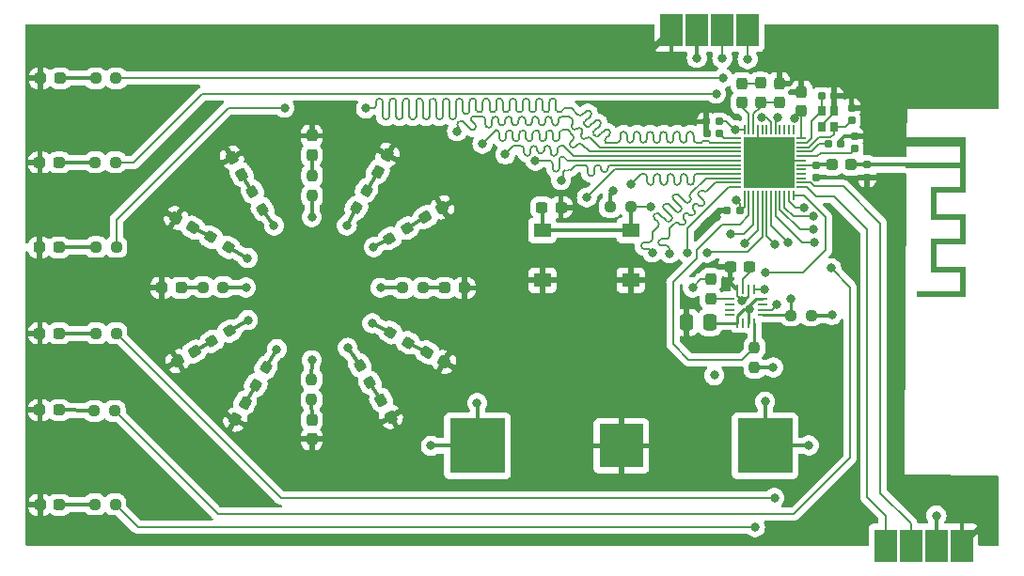
<source format=gbr>
%TF.GenerationSoftware,KiCad,Pcbnew,7.0.6*%
%TF.CreationDate,2024-11-23T01:35:08+01:00*%
%TF.ProjectId,nRF52832_visitcard,6e524635-3238-4333-925f-766973697463,v0.1*%
%TF.SameCoordinates,Original*%
%TF.FileFunction,Copper,L1,Top*%
%TF.FilePolarity,Positive*%
%FSLAX46Y46*%
G04 Gerber Fmt 4.6, Leading zero omitted, Abs format (unit mm)*
G04 Created by KiCad (PCBNEW 7.0.6) date 2024-11-23 01:35:08*
%MOMM*%
%LPD*%
G01*
G04 APERTURE LIST*
G04 Aperture macros list*
%AMRoundRect*
0 Rectangle with rounded corners*
0 $1 Rounding radius*
0 $2 $3 $4 $5 $6 $7 $8 $9 X,Y pos of 4 corners*
0 Add a 4 corners polygon primitive as box body*
4,1,4,$2,$3,$4,$5,$6,$7,$8,$9,$2,$3,0*
0 Add four circle primitives for the rounded corners*
1,1,$1+$1,$2,$3*
1,1,$1+$1,$4,$5*
1,1,$1+$1,$6,$7*
1,1,$1+$1,$8,$9*
0 Add four rect primitives between the rounded corners*
20,1,$1+$1,$2,$3,$4,$5,0*
20,1,$1+$1,$4,$5,$6,$7,0*
20,1,$1+$1,$6,$7,$8,$9,0*
20,1,$1+$1,$8,$9,$2,$3,0*%
G04 Aperture macros list end*
%TA.AperFunction,SMDPad,CuDef*%
%ADD10RoundRect,0.250000X0.337500X0.475000X-0.337500X0.475000X-0.337500X-0.475000X0.337500X-0.475000X0*%
%TD*%
%TA.AperFunction,SMDPad,CuDef*%
%ADD11RoundRect,0.237500X-0.250000X-0.237500X0.250000X-0.237500X0.250000X0.237500X-0.250000X0.237500X0*%
%TD*%
%TA.AperFunction,SMDPad,CuDef*%
%ADD12RoundRect,0.237500X-0.237500X0.250000X-0.237500X-0.250000X0.237500X-0.250000X0.237500X0.250000X0*%
%TD*%
%TA.AperFunction,SMDPad,CuDef*%
%ADD13RoundRect,0.237500X0.237500X-0.250000X0.237500X0.250000X-0.237500X0.250000X-0.237500X-0.250000X0*%
%TD*%
%TA.AperFunction,SMDPad,CuDef*%
%ADD14RoundRect,0.155000X-0.155000X0.212500X-0.155000X-0.212500X0.155000X-0.212500X0.155000X0.212500X0*%
%TD*%
%TA.AperFunction,SMDPad,CuDef*%
%ADD15R,4.600000X4.600000*%
%TD*%
%TA.AperFunction,SMDPad,CuDef*%
%ADD16RoundRect,0.050000X-0.050000X-0.350000X0.050000X-0.350000X0.050000X0.350000X-0.050000X0.350000X0*%
%TD*%
%TA.AperFunction,SMDPad,CuDef*%
%ADD17RoundRect,0.050000X-0.350000X-0.050000X0.350000X-0.050000X0.350000X0.050000X-0.350000X0.050000X0*%
%TD*%
%TA.AperFunction,SMDPad,CuDef*%
%ADD18RoundRect,0.237500X-0.130232X-0.349431X0.367732X-0.061931X0.130232X0.349431X-0.367732X0.061931X0*%
%TD*%
%TA.AperFunction,SMDPad,CuDef*%
%ADD19RoundRect,0.237500X0.250000X0.237500X-0.250000X0.237500X-0.250000X-0.237500X0.250000X-0.237500X0*%
%TD*%
%TA.AperFunction,SMDPad,CuDef*%
%ADD20RoundRect,0.237500X-0.287500X-0.237500X0.287500X-0.237500X0.287500X0.237500X-0.287500X0.237500X0*%
%TD*%
%TA.AperFunction,SMDPad,CuDef*%
%ADD21RoundRect,0.237500X0.237500X-0.300000X0.237500X0.300000X-0.237500X0.300000X-0.237500X-0.300000X0*%
%TD*%
%TA.AperFunction,SMDPad,CuDef*%
%ADD22RoundRect,0.237500X-0.330681X0.097756X-0.080681X-0.335256X0.330681X-0.097756X0.080681X0.335256X0*%
%TD*%
%TA.AperFunction,SMDPad,CuDef*%
%ADD23RoundRect,0.155000X0.155000X-0.212500X0.155000X0.212500X-0.155000X0.212500X-0.155000X-0.212500X0*%
%TD*%
%TA.AperFunction,SMDPad,CuDef*%
%ADD24RoundRect,0.237500X-0.237500X0.287500X-0.237500X-0.287500X0.237500X-0.287500X0.237500X0.287500X0*%
%TD*%
%TA.AperFunction,SMDPad,CuDef*%
%ADD25RoundRect,0.237500X0.237500X-0.287500X0.237500X0.287500X-0.237500X0.287500X-0.237500X-0.287500X0*%
%TD*%
%TA.AperFunction,SMDPad,CuDef*%
%ADD26RoundRect,0.237500X0.349431X-0.130232X0.061931X0.367732X-0.349431X0.130232X-0.061931X-0.367732X0*%
%TD*%
%TA.AperFunction,SMDPad,CuDef*%
%ADD27RoundRect,0.237500X0.287500X0.237500X-0.287500X0.237500X-0.287500X-0.237500X0.287500X-0.237500X0*%
%TD*%
%TA.AperFunction,SMDPad,CuDef*%
%ADD28RoundRect,0.237500X-0.335256X-0.080681X0.097756X-0.330681X0.335256X0.080681X-0.097756X0.330681X0*%
%TD*%
%TA.AperFunction,SMDPad,CuDef*%
%ADD29RoundRect,0.237500X-0.237500X0.300000X-0.237500X-0.300000X0.237500X-0.300000X0.237500X0.300000X0*%
%TD*%
%TA.AperFunction,SMDPad,CuDef*%
%ADD30R,0.800000X0.900000*%
%TD*%
%TA.AperFunction,SMDPad,CuDef*%
%ADD31RoundRect,0.237500X0.335256X0.080681X-0.097756X0.330681X-0.335256X-0.080681X0.097756X-0.330681X0*%
%TD*%
%TA.AperFunction,ConnectorPad*%
%ADD32R,2.000000X3.000000*%
%TD*%
%TA.AperFunction,SMDPad,CuDef*%
%ADD33RoundRect,0.155000X0.212500X0.155000X-0.212500X0.155000X-0.212500X-0.155000X0.212500X-0.155000X0*%
%TD*%
%TA.AperFunction,ConnectorPad*%
%ADD34R,0.500000X0.500000*%
%TD*%
%TA.AperFunction,ComponentPad*%
%ADD35R,0.500000X0.900000*%
%TD*%
%TA.AperFunction,SMDPad,CuDef*%
%ADD36RoundRect,0.237500X0.367732X0.061931X-0.130232X0.349431X-0.367732X-0.061931X0.130232X-0.349431X0*%
%TD*%
%TA.AperFunction,SMDPad,CuDef*%
%ADD37RoundRect,0.237500X0.300000X0.237500X-0.300000X0.237500X-0.300000X-0.237500X0.300000X-0.237500X0*%
%TD*%
%TA.AperFunction,ConnectorPad*%
%ADD38R,0.250000X0.825000*%
%TD*%
%TA.AperFunction,ConnectorPad*%
%ADD39R,0.825000X0.250000*%
%TD*%
%TA.AperFunction,SMDPad,CuDef*%
%ADD40RoundRect,0.237500X0.061931X-0.367732X0.349431X0.130232X-0.061931X0.367732X-0.349431X-0.130232X0*%
%TD*%
%TA.AperFunction,SMDPad,CuDef*%
%ADD41RoundRect,0.237500X-0.080681X0.335256X-0.330681X-0.097756X0.080681X-0.335256X0.330681X0.097756X0*%
%TD*%
%TA.AperFunction,SMDPad,CuDef*%
%ADD42RoundRect,0.237500X-0.367732X-0.061931X0.130232X-0.349431X0.367732X0.061931X-0.130232X0.349431X0*%
%TD*%
%TA.AperFunction,SMDPad,CuDef*%
%ADD43RoundRect,0.155000X-0.212500X-0.155000X0.212500X-0.155000X0.212500X0.155000X-0.212500X0.155000X0*%
%TD*%
%TA.AperFunction,SMDPad,CuDef*%
%ADD44RoundRect,0.237500X-0.061931X0.367732X-0.349431X-0.130232X0.061931X-0.367732X0.349431X0.130232X0*%
%TD*%
%TA.AperFunction,SMDPad,CuDef*%
%ADD45RoundRect,0.237500X-0.300000X-0.237500X0.300000X-0.237500X0.300000X0.237500X-0.300000X0.237500X0*%
%TD*%
%TA.AperFunction,SMDPad,CuDef*%
%ADD46RoundRect,0.237500X0.097756X0.330681X-0.335256X0.080681X-0.097756X-0.330681X0.335256X-0.080681X0*%
%TD*%
%TA.AperFunction,SMDPad,CuDef*%
%ADD47RoundRect,0.237500X-0.349431X0.130232X-0.061931X-0.367732X0.349431X-0.130232X0.061931X0.367732X0*%
%TD*%
%TA.AperFunction,SMDPad,CuDef*%
%ADD48RoundRect,0.237500X0.130232X0.349431X-0.367732X0.061931X-0.130232X-0.349431X0.367732X-0.061931X0*%
%TD*%
%TA.AperFunction,SMDPad,CuDef*%
%ADD49R,5.000000X5.000000*%
%TD*%
%TA.AperFunction,SMDPad,CuDef*%
%ADD50R,4.000000X4.000000*%
%TD*%
%TA.AperFunction,SMDPad,CuDef*%
%ADD51RoundRect,0.237500X-0.097756X-0.330681X0.335256X-0.080681X0.097756X0.330681X-0.335256X0.080681X0*%
%TD*%
%TA.AperFunction,SMDPad,CuDef*%
%ADD52R,1.550000X1.300000*%
%TD*%
%TA.AperFunction,SMDPad,CuDef*%
%ADD53RoundRect,0.237500X0.080681X-0.335256X0.330681X0.097756X-0.080681X0.335256X-0.330681X-0.097756X0*%
%TD*%
%TA.AperFunction,SMDPad,CuDef*%
%ADD54RoundRect,0.237500X0.330681X-0.097756X0.080681X0.335256X-0.330681X0.097756X-0.080681X-0.335256X0*%
%TD*%
%TA.AperFunction,ViaPad*%
%ADD55C,0.800000*%
%TD*%
%TA.AperFunction,Conductor*%
%ADD56C,0.250000*%
%TD*%
%TA.AperFunction,Conductor*%
%ADD57C,0.369300*%
%TD*%
%TA.AperFunction,Conductor*%
%ADD58C,0.200000*%
%TD*%
%TA.AperFunction,Conductor*%
%ADD59C,0.150000*%
%TD*%
G04 APERTURE END LIST*
%TA.AperFunction,EtchedComponent*%
%TO.C,AE1*%
G36*
X181095215Y-91426600D02*
G01*
X186252000Y-91426600D01*
X186252000Y-96426600D01*
X183612000Y-96426600D01*
X183612000Y-98426600D01*
X186252000Y-98426600D01*
X186252000Y-101126600D01*
X183612000Y-101126600D01*
X183612000Y-103126600D01*
X186252000Y-103126600D01*
X186252000Y-105826600D01*
X181812000Y-105826600D01*
X181812000Y-105326600D01*
X185752000Y-105326600D01*
X185752000Y-103626600D01*
X183112000Y-103626600D01*
X183112000Y-100626600D01*
X185752000Y-100626600D01*
X185752000Y-98926600D01*
X183112000Y-98926600D01*
X183112000Y-95926600D01*
X185752000Y-95926600D01*
X185752000Y-94226600D01*
X180852000Y-94226600D01*
X180852000Y-93726600D01*
X185752000Y-93726600D01*
X185752000Y-92326600D01*
X180852000Y-92326600D01*
X180852000Y-91851444D01*
X180955957Y-91851444D01*
X180956700Y-91899963D01*
X180969600Y-91945478D01*
X180980213Y-91964089D01*
X181015447Y-91997732D01*
X181060632Y-92018291D01*
X181110158Y-92024822D01*
X181158417Y-92016382D01*
X181190643Y-91999488D01*
X181223313Y-91964228D01*
X181243408Y-91918918D01*
X181249982Y-91869333D01*
X181242092Y-91821247D01*
X181225186Y-91788355D01*
X181188416Y-91753415D01*
X181143622Y-91733753D01*
X181095215Y-91729017D01*
X181047605Y-91738858D01*
X181005203Y-91762926D01*
X180972419Y-91800869D01*
X180968065Y-91808781D01*
X180955957Y-91851444D01*
X180852000Y-91851444D01*
X180852000Y-91426600D01*
X181095215Y-91426600D01*
G37*
%TD.AperFunction*%
%TD*%
D10*
%TO.P,C11,1*%
%TO.N,VDD*%
X163216500Y-108153200D03*
%TO.P,C11,2*%
%TO.N,GND*%
X161141500Y-108153200D03*
%TD*%
D11*
%TO.P,R2,1*%
%TO.N,/SDA*%
X170512100Y-107518200D03*
%TO.P,R2,2*%
%TO.N,VDD*%
X172337100Y-107518200D03*
%TD*%
D12*
%TO.P,R15,1*%
%TO.N,/D7*%
X127355600Y-113285900D03*
%TO.P,R15,2*%
%TO.N,Net-(D7-A)*%
X127355600Y-115110900D03*
%TD*%
D13*
%TO.P,R14,1*%
%TO.N,/D1*%
X127406400Y-96746700D03*
%TO.P,R14,2*%
%TO.N,Net-(D1-A)*%
X127406400Y-94921700D03*
%TD*%
D14*
%TO.P,C15,2*%
%TO.N,GND*%
X177393600Y-95097600D03*
%TO.P,C15,1*%
%TO.N,/ANT*%
X177393600Y-93962600D03*
%TD*%
D15*
%TO.P,U1,49,Exposed_die*%
%TO.N,GND*%
X168529000Y-93770800D03*
D16*
%TO.P,U1,48,VDD*%
%TO.N,VDD*%
X166329000Y-90820800D03*
%TO.P,U1,47,DCC*%
%TO.N,/DCC*%
X166729000Y-90820800D03*
%TO.P,U1,46,DEC4*%
%TO.N,/DEC4*%
X167129000Y-90820800D03*
%TO.P,U1,45,VSS*%
%TO.N,GND*%
X167529000Y-90820800D03*
%TO.P,U1,44,N.C.*%
%TO.N,unconnected-(U1-N.C.-Pad44)*%
X167929000Y-90820800D03*
%TO.P,U1,43,P0.31/AIN7*%
%TO.N,unconnected-(U1-P0.31{slash}AIN7-Pad43)*%
X168329000Y-90820800D03*
%TO.P,U1,42,P0.30/AIN6*%
%TO.N,/RX*%
X168729000Y-90820800D03*
%TO.P,U1,41,P0.29/AIN5*%
%TO.N,/TX*%
X169129000Y-90820800D03*
%TO.P,U1,40,P0.28/AIN4*%
%TO.N,unconnected-(U1-P0.28{slash}AIN4-Pad40)*%
X169529000Y-90820800D03*
%TO.P,U1,39,P0.27*%
%TO.N,unconnected-(U1-P0.27-Pad39)*%
X169929000Y-90820800D03*
%TO.P,U1,38,P0.26*%
%TO.N,unconnected-(U1-P0.26-Pad38)*%
X170329000Y-90820800D03*
%TO.P,U1,37,P0.25*%
%TO.N,unconnected-(U1-P0.25-Pad37)*%
X170729000Y-90820800D03*
D17*
%TO.P,U1,36,VDD*%
%TO.N,VDD*%
X171479000Y-91570800D03*
%TO.P,U1,35,XC2*%
%TO.N,/XC2*%
X171479000Y-91970800D03*
%TO.P,U1,34,XC1*%
%TO.N,/HC1*%
X171479000Y-92370800D03*
%TO.P,U1,33,DEC3*%
%TO.N,Net-(U1-DEC3)*%
X171479000Y-92770800D03*
%TO.P,U1,32,DEC2*%
%TO.N,Net-(U1-DEC2)*%
X171479000Y-93170800D03*
%TO.P,U1,31,VSS*%
%TO.N,GND*%
X171479000Y-93570800D03*
%TO.P,U1,30,ANT*%
%TO.N,/ANT_IC*%
X171479000Y-93970800D03*
%TO.P,U1,29,P0.24*%
%TO.N,unconnected-(U1-P0.24-Pad29)*%
X171479000Y-94370800D03*
%TO.P,U1,28,P0.23*%
%TO.N,unconnected-(U1-P0.23-Pad28)*%
X171479000Y-94770800D03*
%TO.P,U1,27,P0.22*%
%TO.N,unconnected-(U1-P0.22-Pad27)*%
X171479000Y-95170800D03*
%TO.P,U1,26,SWDIO*%
%TO.N,/SWDIO*%
X171479000Y-95570800D03*
%TO.P,U1,25,SWDCLK*%
%TO.N,/SWDCLK*%
X171479000Y-95970800D03*
D16*
%TO.P,U1,24,P0.21/RESET*%
%TO.N,/PB*%
X170729000Y-96720800D03*
%TO.P,U1,23,P0.20*%
%TO.N,/DRSSI6*%
X170329000Y-96720800D03*
%TO.P,U1,22,P0.19*%
%TO.N,/DRSSI5*%
X169929000Y-96720800D03*
%TO.P,U1,21,P0.18*%
%TO.N,/DRSSI4*%
X169529000Y-96720800D03*
%TO.P,U1,20,P0.17*%
%TO.N,/DRSSI3*%
X169129000Y-96720800D03*
%TO.P,U1,19,P0.16*%
%TO.N,/DRSSI2*%
X168729000Y-96720800D03*
%TO.P,U1,18,P0.15*%
%TO.N,/DRSSI1*%
X168329000Y-96720800D03*
%TO.P,U1,17,P0.14*%
%TO.N,/D12*%
X167929000Y-96720800D03*
%TO.P,U1,16,P0.13*%
%TO.N,/DRDY*%
X167529000Y-96720800D03*
%TO.P,U1,15,P0.12*%
%TO.N,/SDA*%
X167129000Y-96720800D03*
%TO.P,U1,14,P0.11*%
%TO.N,/SCL*%
X166729000Y-96720800D03*
%TO.P,U1,13,VDD*%
%TO.N,VDD*%
X166329000Y-96720800D03*
D17*
%TO.P,U1,12,P0.10*%
%TO.N,/D11*%
X165579000Y-95970800D03*
%TO.P,U1,11,P0.09*%
%TO.N,/D10*%
X165579000Y-95570800D03*
%TO.P,U1,10,P0.08*%
%TO.N,/D9*%
X165579000Y-95170800D03*
%TO.P,U1,9,P0.07*%
%TO.N,/D8*%
X165579000Y-94770800D03*
%TO.P,U1,8,P0.06*%
%TO.N,/D7*%
X165579000Y-94370800D03*
%TO.P,U1,7,P0.05/AIN3*%
%TO.N,/D6*%
X165579000Y-93970800D03*
%TO.P,U1,6,P0.04/AIN2*%
%TO.N,/D5*%
X165579000Y-93570800D03*
%TO.P,U1,5,P0.03/AIN1*%
%TO.N,/D4*%
X165579000Y-93170800D03*
%TO.P,U1,4,P0.02/AIN0*%
%TO.N,/D3*%
X165579000Y-92770800D03*
%TO.P,U1,3,P0.01/XL2*%
%TO.N,/D2*%
X165579000Y-92370800D03*
%TO.P,U1,2,P0.00/XL1*%
%TO.N,/D1*%
X165579000Y-91970800D03*
%TO.P,U1,1,DEC1*%
%TO.N,Net-(U1-DEC1)*%
X165579000Y-91570800D03*
%TD*%
D18*
%TO.P,D9,1,K*%
%TO.N,GND*%
X115299056Y-111644400D03*
%TO.P,D9,2,A*%
%TO.N,Net-(D9-A)*%
X116814600Y-110769400D03*
%TD*%
D19*
%TO.P,R5,1*%
%TO.N,/DRSSI3*%
X109775000Y-109143800D03*
%TO.P,R5,2*%
%TO.N,Net-(D16-A)*%
X107950000Y-109143800D03*
%TD*%
D20*
%TO.P,D16,1,K*%
%TO.N,GND*%
X102898000Y-109143800D03*
%TO.P,D16,2,A*%
%TO.N,Net-(D16-A)*%
X104648000Y-109143800D03*
%TD*%
D11*
%TO.P,R21,1*%
%TO.N,VDD*%
X154256100Y-97739200D03*
%TO.P,R21,2*%
%TO.N,/PB*%
X156081100Y-97739200D03*
%TD*%
D21*
%TO.P,C2,1*%
%TO.N,VDD*%
X171475400Y-89102100D03*
%TO.P,C2,2*%
%TO.N,GND*%
X171475400Y-87377100D03*
%TD*%
D22*
%TO.P,R17,1*%
%TO.N,/D6*%
X131699000Y-112014000D03*
%TO.P,R17,2*%
%TO.N,Net-(D6-A)*%
X132611500Y-113594496D03*
%TD*%
D20*
%TO.P,D17,1,K*%
%TO.N,GND*%
X102898000Y-116052600D03*
%TO.P,D17,2,A*%
%TO.N,Net-(D17-A)*%
X104648000Y-116052600D03*
%TD*%
D23*
%TO.P,C6,1*%
%TO.N,/HC1*%
X175971200Y-89975500D03*
%TO.P,C6,2*%
%TO.N,GND*%
X175971200Y-88840500D03*
%TD*%
D20*
%TO.P,D14,1,K*%
%TO.N,GND*%
X102898000Y-93751400D03*
%TO.P,D14,2,A*%
%TO.N,Net-(D14-A)*%
X104648000Y-93751400D03*
%TD*%
D24*
%TO.P,D1,1,K*%
%TO.N,GND*%
X127381000Y-91341000D03*
%TO.P,D1,2,A*%
%TO.N,Net-(D1-A)*%
X127381000Y-93091000D03*
%TD*%
D25*
%TO.P,L2,1,1*%
%TO.N,/DEC4*%
X167767000Y-88350000D03*
%TO.P,L2,2,2*%
%TO.N,/DCC_MID*%
X167767000Y-86600000D03*
%TD*%
D21*
%TO.P,C3,1*%
%TO.N,/DEC4*%
X169468800Y-88339000D03*
%TO.P,C3,2*%
%TO.N,GND*%
X169468800Y-86614000D03*
%TD*%
D26*
%TO.P,D6,1,K*%
%TO.N,GND*%
X134498700Y-116657972D03*
%TO.P,D6,2,A*%
%TO.N,Net-(D6-A)*%
X133623700Y-115142428D03*
%TD*%
D27*
%TO.P,D4,1,K*%
%TO.N,GND*%
X141094400Y-105054400D03*
%TO.P,D4,2,A*%
%TO.N,Net-(D4-A)*%
X139344400Y-105054400D03*
%TD*%
D28*
%TO.P,R19,1*%
%TO.N,/D5*%
X134467600Y-109067600D03*
%TO.P,R19,2*%
%TO.N,Net-(D5-A)*%
X136048096Y-109980100D03*
%TD*%
D29*
%TO.P,C9,1*%
%TO.N,/SETC*%
X163296600Y-104293500D03*
%TO.P,C9,2*%
%TO.N,/SETP*%
X163296600Y-106018500D03*
%TD*%
D20*
%TO.P,L3,1,1*%
%TO.N,/ANT_IC*%
X174210800Y-93958400D03*
%TO.P,L3,2,2*%
%TO.N,/ANT*%
X175960800Y-93958400D03*
%TD*%
%TO.P,D15,1,K*%
%TO.N,GND*%
X102847200Y-101396800D03*
%TO.P,D15,2,A*%
%TO.N,Net-(D15-A)*%
X104597200Y-101396800D03*
%TD*%
D30*
%TO.P,Y1,1,1*%
%TO.N,/HC1*%
X174387600Y-90539800D03*
%TO.P,Y1,2,2*%
%TO.N,GND*%
X174387600Y-89139800D03*
%TO.P,Y1,3,3*%
%TO.N,/XC2*%
X173287600Y-89139800D03*
%TO.P,Y1,4,4*%
%TO.N,GND*%
X173287600Y-90539800D03*
%TD*%
D31*
%TO.P,R10,1*%
%TO.N,/D11*%
X119865448Y-101395850D03*
%TO.P,R10,2*%
%TO.N,Net-(D11-A)*%
X118284952Y-100483350D03*
%TD*%
D32*
%TO.P,J1,1,Pin_1*%
%TO.N,GND*%
X185877200Y-128270000D03*
%TO.P,J1,2,Pin_2*%
%TO.N,VDD*%
X183591200Y-128270000D03*
%TO.P,J1,3,Pin_3*%
%TO.N,/SWDIO*%
X181305200Y-128270000D03*
%TO.P,J1,4,Pin_4*%
%TO.N,/SWDCLK*%
X179019200Y-128270000D03*
%TD*%
D33*
%TO.P,C4,1*%
%TO.N,VDD*%
X165896100Y-98044000D03*
%TO.P,C4,2*%
%TO.N,GND*%
X164761100Y-98044000D03*
%TD*%
D34*
%TO.P,AE1,1*%
%TO.N,/ANT*%
X181102000Y-93976600D03*
D35*
%TO.P,AE1,2*%
%TO.N,GND*%
X181102000Y-91876600D03*
%TD*%
D19*
%TO.P,R4,1*%
%TO.N,/DRSSI2*%
X109622600Y-116128800D03*
%TO.P,R4,2*%
%TO.N,Net-(D17-A)*%
X107797600Y-116128800D03*
%TD*%
D36*
%TO.P,D5,1,K*%
%TO.N,GND*%
X139285144Y-111720600D03*
%TO.P,D5,2,A*%
%TO.N,Net-(D5-A)*%
X137769600Y-110845600D03*
%TD*%
D37*
%TO.P,C10,1*%
%TO.N,Net-(U2-C1)*%
X166775300Y-103124000D03*
%TO.P,C10,2*%
%TO.N,GND*%
X165050300Y-103124000D03*
%TD*%
D20*
%TO.P,D18,1,K*%
%TO.N,GND*%
X102909400Y-124587000D03*
%TO.P,D18,2,A*%
%TO.N,Net-(D18-A)*%
X104659400Y-124587000D03*
%TD*%
D33*
%TO.P,C14,1*%
%TO.N,GND*%
X174998000Y-92100400D03*
%TO.P,C14,2*%
%TO.N,Net-(U1-DEC3)*%
X173863000Y-92100400D03*
%TD*%
D38*
%TO.P,U2,1,SCL*%
%TO.N,/SCL*%
X167221600Y-108206200D03*
%TO.P,U2,2,VDD*%
%TO.N,VDD*%
X166721600Y-108206200D03*
%TO.P,U2,3,NC*%
%TO.N,unconnected-(U2-NC-Pad3)*%
X166221600Y-108206200D03*
%TO.P,U2,4,S1*%
%TO.N,VDD*%
X165721600Y-108206200D03*
D39*
%TO.P,U2,5,NC*%
%TO.N,unconnected-(U2-NC-Pad5)*%
X164971600Y-107506200D03*
%TO.P,U2,6,NC*%
%TO.N,unconnected-(U2-NC-Pad6)*%
X164971600Y-107006200D03*
%TO.P,U2,7,NC*%
%TO.N,unconnected-(U2-NC-Pad7)*%
X164971600Y-106506200D03*
%TO.P,U2,8,SETP*%
%TO.N,/SETP*%
X164971600Y-106006200D03*
D38*
%TO.P,U2,9,GND*%
%TO.N,GND*%
X165721600Y-105206200D03*
%TO.P,U2,10,C1*%
%TO.N,Net-(U2-C1)*%
X166221600Y-105206200D03*
%TO.P,U2,11,GND*%
%TO.N,GND*%
X166721600Y-105206200D03*
%TO.P,U2,12,SETC*%
%TO.N,/SETC*%
X167221600Y-105206200D03*
D39*
%TO.P,U2,13,VDDIO*%
%TO.N,VDD*%
X167971600Y-106006200D03*
%TO.P,U2,14,NC*%
%TO.N,unconnected-(U2-NC-Pad14)*%
X167971600Y-106506200D03*
%TO.P,U2,15,DRDY*%
%TO.N,/DRDY*%
X167971600Y-107006200D03*
%TO.P,U2,16,SDA*%
%TO.N,/SDA*%
X167971600Y-107506200D03*
%TD*%
D20*
%TO.P,D13,1,K*%
%TO.N,GND*%
X102960200Y-86156800D03*
%TO.P,D13,2,A*%
%TO.N,Net-(D13-A)*%
X104710200Y-86156800D03*
%TD*%
D25*
%TO.P,D7,1,K*%
%TO.N,GND*%
X127381000Y-118666200D03*
%TO.P,D7,2,A*%
%TO.N,Net-(D7-A)*%
X127381000Y-116916200D03*
%TD*%
D19*
%TO.P,R3,1*%
%TO.N,/DRSSI1*%
X109675300Y-124561600D03*
%TO.P,R3,2*%
%TO.N,Net-(D18-A)*%
X107850300Y-124561600D03*
%TD*%
D40*
%TO.P,D8,1,K*%
%TO.N,GND*%
X120486200Y-116907744D03*
%TO.P,D8,2,A*%
%TO.N,Net-(D8-A)*%
X121361200Y-115392200D03*
%TD*%
D41*
%TO.P,R13,1*%
%TO.N,/D8*%
X123239850Y-112239752D03*
%TO.P,R13,2*%
%TO.N,Net-(D8-A)*%
X122327350Y-113820248D03*
%TD*%
D14*
%TO.P,C13,1*%
%TO.N,GND*%
X176250600Y-91389200D03*
%TO.P,C13,2*%
%TO.N,Net-(U1-DEC2)*%
X176250600Y-92524200D03*
%TD*%
D33*
%TO.P,C8,1*%
%TO.N,VDD*%
X164050600Y-90068400D03*
%TO.P,C8,2*%
%TO.N,GND*%
X162915600Y-90068400D03*
%TD*%
D19*
%TO.P,R6,1*%
%TO.N,/DRSSI4*%
X109775000Y-101371400D03*
%TO.P,R6,2*%
%TO.N,Net-(D15-A)*%
X107950000Y-101371400D03*
%TD*%
%TO.P,R7,1*%
%TO.N,/DRSSI5*%
X109698800Y-93726000D03*
%TO.P,R7,2*%
%TO.N,Net-(D14-A)*%
X107873800Y-93726000D03*
%TD*%
D42*
%TO.P,D11,1,K*%
%TO.N,GND*%
X115167828Y-98749500D03*
%TO.P,D11,2,A*%
%TO.N,Net-(D11-A)*%
X116683372Y-99624500D03*
%TD*%
D43*
%TO.P,C5,1*%
%TO.N,/XC2*%
X173270100Y-87757000D03*
%TO.P,C5,2*%
%TO.N,GND*%
X174405100Y-87757000D03*
%TD*%
D44*
%TO.P,D2,1,K*%
%TO.N,GND*%
X134191050Y-93066980D03*
%TO.P,D2,2,A*%
%TO.N,Net-(D2-A)*%
X133316050Y-94582524D03*
%TD*%
D11*
%TO.P,R20,1*%
%TO.N,/D4*%
X135559800Y-105054400D03*
%TO.P,R20,2*%
%TO.N,Net-(D4-A)*%
X137384800Y-105054400D03*
%TD*%
D45*
%TO.P,C12,1*%
%TO.N,/PB*%
X148083100Y-97790000D03*
%TO.P,C12,2*%
%TO.N,GND*%
X149808100Y-97790000D03*
%TD*%
D46*
%TO.P,R11,1*%
%TO.N,/D9*%
X119967048Y-108941550D03*
%TO.P,R11,2*%
%TO.N,Net-(D9-A)*%
X118386552Y-109854050D03*
%TD*%
D47*
%TO.P,D12,1,K*%
%TO.N,GND*%
X120192800Y-93319600D03*
%TO.P,D12,2,A*%
%TO.N,Net-(D12-A)*%
X121067800Y-94835144D03*
%TD*%
D20*
%TO.P,D10,1,K*%
%TO.N,GND*%
X113856800Y-105029000D03*
%TO.P,D10,2,A*%
%TO.N,Net-(D10-A)*%
X115606800Y-105029000D03*
%TD*%
D32*
%TO.P,J2,1,Pin_1*%
%TO.N,GND*%
X159766000Y-81788000D03*
%TO.P,J2,2,Pin_2*%
%TO.N,VDD*%
X162052000Y-81788000D03*
%TO.P,J2,3,Pin_3*%
%TO.N,/RX*%
X164338000Y-81788000D03*
%TO.P,J2,4,Pin_4*%
%TO.N,/TX*%
X166624000Y-81788000D03*
%TD*%
D48*
%TO.P,D3,1,K*%
%TO.N,GND*%
X139118648Y-97790950D03*
%TO.P,D3,2,A*%
%TO.N,Net-(D3-A)*%
X137603104Y-98665950D03*
%TD*%
D33*
%TO.P,C1,1*%
%TO.N,Net-(U1-DEC1)*%
X164067300Y-91135200D03*
%TO.P,C1,2*%
%TO.N,GND*%
X162932300Y-91135200D03*
%TD*%
D49*
%TO.P,BT1,1,+*%
%TO.N,VDD*%
X168194800Y-119278400D03*
X142294800Y-119278400D03*
D50*
%TO.P,BT1,2,-*%
%TO.N,GND*%
X155244800Y-119278400D03*
%TD*%
D51*
%TO.P,R18,1*%
%TO.N,/D3*%
X134388552Y-100583050D03*
%TO.P,R18,2*%
%TO.N,Net-(D3-A)*%
X135969048Y-99670550D03*
%TD*%
D52*
%TO.P,SW1,1,1*%
%TO.N,/PB*%
X148145600Y-99858000D03*
X156095600Y-99858000D03*
%TO.P,SW1,2,2*%
%TO.N,GND*%
X148145600Y-104358000D03*
X156095600Y-104358000D03*
%TD*%
D12*
%TO.P,R1,1*%
%TO.N,/SCL*%
X167233600Y-110417600D03*
%TO.P,R1,2*%
%TO.N,VDD*%
X167233600Y-112242600D03*
%TD*%
D19*
%TO.P,R9,1*%
%TO.N,/D10*%
X119403500Y-104978200D03*
%TO.P,R9,2*%
%TO.N,Net-(D10-A)*%
X117578500Y-104978200D03*
%TD*%
D53*
%TO.P,R16,1*%
%TO.N,/D2*%
X131394200Y-97840800D03*
%TO.P,R16,2*%
%TO.N,Net-(D2-A)*%
X132306700Y-96260304D03*
%TD*%
D19*
%TO.P,R8,1*%
%TO.N,/DRSSI6*%
X109753400Y-86156800D03*
%TO.P,R8,2*%
%TO.N,Net-(D13-A)*%
X107928400Y-86156800D03*
%TD*%
D14*
%TO.P,C7,1*%
%TO.N,/ANT_IC*%
X172799800Y-93975100D03*
%TO.P,C7,2*%
%TO.N,GND*%
X172799800Y-95110100D03*
%TD*%
D24*
%TO.P,L1,1,1*%
%TO.N,/DCC_MID*%
X166090600Y-86614000D03*
%TO.P,L1,2,2*%
%TO.N,/DCC*%
X166090600Y-88364000D03*
%TD*%
D54*
%TO.P,R12,1*%
%TO.N,/D12*%
X122934100Y-97948096D03*
%TO.P,R12,2*%
%TO.N,Net-(D12-A)*%
X122021600Y-96367600D03*
%TD*%
D55*
%TO.N,VDD*%
X165531800Y-90820800D03*
X183616600Y-125552200D03*
X165633400Y-97129600D03*
X168935400Y-112217200D03*
X162052000Y-84328000D03*
X172135800Y-119227600D03*
X166744278Y-106996194D03*
X170865800Y-89763600D03*
X138099800Y-119278400D03*
X154533600Y-96266000D03*
X142265400Y-115417600D03*
X174193200Y-107492800D03*
X168198800Y-115290600D03*
%TO.N,GND*%
X187960000Y-123190000D03*
X165887400Y-110109000D03*
X109220000Y-90170000D03*
X166116000Y-106218202D03*
X137160000Y-83820000D03*
X179832000Y-109220000D03*
X168910000Y-93980000D03*
X123190000Y-120650000D03*
X109220000Y-105410000D03*
X139700000Y-83820000D03*
X167640000Y-92710000D03*
X179832000Y-97790000D03*
X114300000Y-83820000D03*
X171450000Y-127000000D03*
X179832000Y-105410000D03*
X179832000Y-116840000D03*
X179832000Y-101600000D03*
X164820600Y-104495600D03*
X116840000Y-95250000D03*
X152400000Y-83820000D03*
X179832000Y-113030000D03*
X179832000Y-104140000D03*
X179832000Y-95250000D03*
X179832000Y-87630000D03*
X179832000Y-114300000D03*
X152400000Y-107950000D03*
X185420000Y-123190000D03*
X179832000Y-115570000D03*
X179832000Y-90170000D03*
X171475400Y-83693000D03*
X179832000Y-119380000D03*
X184150000Y-87630000D03*
X114300000Y-87630000D03*
X179832000Y-99060000D03*
X173990000Y-127000000D03*
X147320000Y-113030000D03*
X109220000Y-120650000D03*
X185928000Y-125476000D03*
X185420000Y-87630000D03*
X160020000Y-88900000D03*
X119380000Y-83820000D03*
X181356000Y-87630000D03*
X149860000Y-83820000D03*
X179832000Y-102870000D03*
X182880000Y-123190000D03*
X124460000Y-83820000D03*
X121920000Y-83820000D03*
X111760000Y-88900000D03*
X154940000Y-83820000D03*
X179832000Y-111760000D03*
X124460000Y-116840000D03*
X127000000Y-83820000D03*
X186690000Y-87630000D03*
X159766000Y-84328000D03*
X179832000Y-106680000D03*
X179832000Y-123190000D03*
X179832000Y-107950000D03*
X173990000Y-110490000D03*
X179832000Y-120650000D03*
X173990000Y-116840000D03*
X179705000Y-91897200D03*
X157480000Y-83820000D03*
X182880000Y-87630000D03*
X149860000Y-110490000D03*
X157480000Y-88900000D03*
X109220000Y-96520000D03*
X179832000Y-100330000D03*
X184150000Y-123190000D03*
X113030000Y-99060000D03*
X173990000Y-113030000D03*
X179832000Y-96520000D03*
X142240000Y-83820000D03*
X169468800Y-83515200D03*
X179832000Y-118110000D03*
X179832000Y-110490000D03*
X179832000Y-88900000D03*
X144780000Y-83820000D03*
X116840000Y-83820000D03*
X179832000Y-121920000D03*
X109220000Y-113030000D03*
X186690000Y-123190000D03*
X129540000Y-83820000D03*
X154940000Y-88900000D03*
X181356000Y-123190000D03*
X168910000Y-92710000D03*
X187960000Y-87630000D03*
X163779200Y-98653600D03*
X113030000Y-124460000D03*
X132080000Y-83820000D03*
X134620000Y-83820000D03*
X147320000Y-83820000D03*
%TO.N,/SETC*%
X168173400Y-105181400D03*
X161671000Y-105003600D03*
%TO.N,/PB*%
X168224200Y-103682800D03*
X157886400Y-97764600D03*
%TO.N,/SDA*%
X170512100Y-106045000D03*
X165100002Y-100203000D03*
%TO.N,/DRSSI1*%
X169066824Y-101097073D03*
X167284400Y-126619000D03*
%TO.N,/DRSSI2*%
X174142400Y-103276400D03*
X170256200Y-100914200D03*
%TO.N,/DRSSI3*%
X172643800Y-100965000D03*
X169037000Y-123977400D03*
%TO.N,/DRSSI4*%
X172567598Y-99796600D03*
X124917200Y-88823800D03*
%TO.N,/DRSSI5*%
X172564037Y-98608693D03*
X163779200Y-87553800D03*
%TO.N,/DRSSI6*%
X171699381Y-97830054D03*
X164388800Y-86131400D03*
%TO.N,/D10*%
X121462800Y-105003600D03*
X159588200Y-101930200D03*
%TO.N,/D11*%
X121589800Y-102362000D03*
X161163000Y-101879400D03*
%TO.N,/D9*%
X121615200Y-107950000D03*
X158038800Y-101854000D03*
%TO.N,/D12*%
X123977400Y-99441000D03*
X163626800Y-112928400D03*
X162966413Y-101879387D03*
%TO.N,/D8*%
X156108400Y-95732600D03*
X124231400Y-110566200D03*
%TO.N,/D1*%
X132257800Y-88874600D03*
X127381000Y-98653600D03*
%TO.N,/D7*%
X127381000Y-111556800D03*
X152146000Y-96901000D03*
%TO.N,/D2*%
X130529650Y-99438152D03*
X140462000Y-90932000D03*
%TO.N,/D6*%
X130606800Y-110439200D03*
X149809200Y-95326200D03*
%TO.N,/D3*%
X132943600Y-101371400D03*
X142748000Y-92049600D03*
%TO.N,/D5*%
X147497800Y-93573600D03*
X132816600Y-108229400D03*
%TO.N,/D4*%
X144805400Y-93014800D03*
X133553200Y-105029000D03*
%TO.N,/DRDY*%
X169214800Y-106578400D03*
X166319200Y-101066600D03*
%TO.N,/RX*%
X167868600Y-89662000D03*
X164338000Y-84353400D03*
%TO.N,/TX*%
X169316400Y-89712800D03*
X166624000Y-84429600D03*
%TD*%
D56*
%TO.N,VDD*%
X163269500Y-108206200D02*
X165721600Y-108206200D01*
%TO.N,GND*%
X162001200Y-110109000D02*
X161141500Y-109249300D01*
X165887400Y-110109000D02*
X162001200Y-110109000D01*
X161141500Y-109249300D02*
X161141500Y-108153200D01*
D57*
%TO.N,/PB*%
X148145600Y-97852500D02*
X148083100Y-97790000D01*
X148145600Y-99858000D02*
X148145600Y-97852500D01*
X156095600Y-97753700D02*
X156081100Y-97739200D01*
X156095600Y-99858000D02*
X156095600Y-97753700D01*
X156095600Y-99858000D02*
X148145600Y-99858000D01*
D58*
%TO.N,/SCL*%
X159893000Y-104546400D02*
X160413700Y-104025700D01*
X159893000Y-110083600D02*
X159893000Y-104546400D01*
X161315400Y-111506000D02*
X159893000Y-110083600D01*
X166145200Y-111506000D02*
X161315400Y-111506000D01*
X167233600Y-110417600D02*
X166145200Y-111506000D01*
X162052000Y-102387400D02*
X160413700Y-104025700D01*
D57*
%TO.N,/ANT*%
X175960800Y-93958400D02*
X177389400Y-93958400D01*
X177389400Y-93958400D02*
X177393600Y-93962600D01*
X177393600Y-93962600D02*
X181088000Y-93962600D01*
X181088000Y-93962600D02*
X181102000Y-93976600D01*
%TO.N,VDD*%
X167233600Y-112242600D02*
X168910000Y-112242600D01*
X172337100Y-107518200D02*
X174167800Y-107518200D01*
X172085000Y-119278400D02*
X172135800Y-119227600D01*
D58*
X171475400Y-91567200D02*
X171479000Y-91570800D01*
D57*
X154256100Y-96543500D02*
X154533600Y-96266000D01*
D58*
X165896100Y-97392300D02*
X165633400Y-97129600D01*
D56*
X165721600Y-108206200D02*
X165721600Y-107518700D01*
D58*
X164668200Y-90068400D02*
X165420600Y-90820800D01*
X165420600Y-90820800D02*
X165531800Y-90820800D01*
D57*
X142294800Y-119278400D02*
X142294800Y-115447000D01*
X142294800Y-115447000D02*
X142265400Y-115417600D01*
X154256100Y-97739200D02*
X154256100Y-96543500D01*
D58*
X171475400Y-89154000D02*
X170865800Y-89763600D01*
D57*
X162052000Y-81788000D02*
X162052000Y-84328000D01*
D58*
X166329000Y-96720800D02*
X166329000Y-97695300D01*
X171475400Y-89102100D02*
X171475400Y-91567200D01*
X165896100Y-98044000D02*
X165896100Y-97392300D01*
D56*
X166744278Y-106615229D02*
X166744278Y-106996194D01*
X166721600Y-108206200D02*
X166721600Y-107018872D01*
D57*
X183591200Y-128447800D02*
X183591200Y-125577600D01*
D58*
X165896100Y-98044000D02*
X165980300Y-98044000D01*
D56*
X167971600Y-106006200D02*
X167353307Y-106006200D01*
D57*
X142294800Y-119278400D02*
X138099800Y-119278400D01*
D58*
X166329000Y-90820800D02*
X165531800Y-90820800D01*
D57*
X168194800Y-115294600D02*
X168198800Y-115290600D01*
X183591200Y-125577600D02*
X183616600Y-125552200D01*
X168194800Y-119278400D02*
X172085000Y-119278400D01*
D56*
X165721600Y-107518700D02*
X166244106Y-106996194D01*
X166721600Y-107018872D02*
X166744278Y-106996194D01*
D58*
X166329000Y-97695300D02*
X165963600Y-98060700D01*
D57*
X168194800Y-119278400D02*
X168194800Y-115294600D01*
D56*
X167353307Y-106006200D02*
X166744278Y-106615229D01*
D58*
X171475400Y-89102100D02*
X171475400Y-89154000D01*
D56*
X166244106Y-106996194D02*
X166744278Y-106996194D01*
D57*
X168910000Y-112242600D02*
X168935400Y-112217200D01*
D58*
X164050600Y-90068400D02*
X164668200Y-90068400D01*
D57*
X174167800Y-107518200D02*
X174193200Y-107492800D01*
D58*
X165980300Y-98044000D02*
X166329000Y-97695300D01*
D57*
%TO.N,GND*%
X169468800Y-86996100D02*
X169468800Y-85852000D01*
X171475400Y-87377100D02*
X171475400Y-83693000D01*
X175336200Y-91389200D02*
X176250600Y-91389200D01*
X169468800Y-86614000D02*
X169468800Y-85852000D01*
X177381100Y-95110100D02*
X177393600Y-95097600D01*
X181102000Y-91876600D02*
X179725600Y-91876600D01*
D58*
X165721600Y-105777600D02*
X165721600Y-105206200D01*
D57*
X179725600Y-91876600D02*
X179705000Y-91897200D01*
D59*
X174387600Y-89139800D02*
X174387600Y-89289800D01*
D57*
X169468800Y-85852000D02*
X169468800Y-83515200D01*
D58*
X166721600Y-105206200D02*
X166721600Y-105843700D01*
D57*
X185877200Y-125526800D02*
X185928000Y-125476000D01*
D59*
X174387600Y-89289800D02*
X173287600Y-90389800D01*
X173287600Y-90389800D02*
X173287600Y-90539800D01*
D57*
X165879400Y-110101000D02*
X165887400Y-110109000D01*
D58*
X167529000Y-90820800D02*
X167529000Y-92599000D01*
X166547800Y-105968800D02*
X165912800Y-105968800D01*
D57*
X162932300Y-91135200D02*
X162932300Y-90085100D01*
X176250600Y-91389200D02*
X179197000Y-91389200D01*
X179197000Y-91389200D02*
X179705000Y-91897200D01*
D58*
X165912800Y-105968800D02*
X165721600Y-105777600D01*
X166721600Y-105843700D02*
X166347098Y-106218202D01*
X165531200Y-105206200D02*
X164820600Y-104495600D01*
D57*
X162932300Y-90085100D02*
X162915600Y-90068400D01*
D58*
X164761100Y-98044000D02*
X164388800Y-98044000D01*
D57*
X159766000Y-81788000D02*
X159766000Y-84328000D01*
X172799800Y-95110100D02*
X177381100Y-95110100D01*
D58*
X168729000Y-93570800D02*
X168529000Y-93770800D01*
X166721600Y-105795000D02*
X166547800Y-105968800D01*
X171479000Y-93570800D02*
X168729000Y-93570800D01*
X167529000Y-92599000D02*
X167640000Y-92710000D01*
D57*
X185877200Y-128270000D02*
X185877200Y-125526800D01*
X177393600Y-95097600D02*
X179679600Y-95097600D01*
D58*
X166347098Y-106218202D02*
X166116000Y-106218202D01*
D57*
X179679600Y-95097600D02*
X179832000Y-95250000D01*
X174998000Y-92100400D02*
X174998000Y-91727400D01*
D58*
X165721600Y-105206200D02*
X165531200Y-105206200D01*
D57*
X174998000Y-91727400D02*
X175336200Y-91389200D01*
D58*
X164388800Y-98044000D02*
X163779200Y-98653600D01*
X166721600Y-105206200D02*
X166721600Y-105795000D01*
%TO.N,Net-(U1-DEC1)*%
X164502900Y-91570800D02*
X164067300Y-91135200D01*
X165579000Y-91570800D02*
X164502900Y-91570800D01*
%TO.N,/DEC4*%
X167767000Y-88350000D02*
X167767000Y-88719600D01*
X167778000Y-88339000D02*
X167767000Y-88350000D01*
X167129000Y-89357600D02*
X167129000Y-90820800D01*
X169468800Y-88339000D02*
X167778000Y-88339000D01*
X167767000Y-88719600D02*
X167129000Y-89357600D01*
%TO.N,/XC2*%
X171979114Y-91970800D02*
X172389800Y-91560114D01*
X173287600Y-89139800D02*
X173287600Y-87774500D01*
X172389800Y-91560114D02*
X172389800Y-90037600D01*
X171479000Y-91970800D02*
X171979114Y-91970800D01*
X173287600Y-87774500D02*
X173270100Y-87757000D01*
X172389800Y-90037600D02*
X173287600Y-89139800D01*
%TO.N,/HC1*%
X174387600Y-90539800D02*
X175406900Y-90539800D01*
X174387600Y-90539800D02*
X174387600Y-91189800D01*
X173025200Y-91490400D02*
X172144800Y-92370800D01*
X174387600Y-91189800D02*
X174087000Y-91490400D01*
X174087000Y-91490400D02*
X173025200Y-91490400D01*
X172144800Y-92370800D02*
X171479000Y-92370800D01*
X175406900Y-90539800D02*
X175971200Y-89975500D01*
D57*
%TO.N,/ANT_IC*%
X172816500Y-93958400D02*
X172799800Y-93975100D01*
X174210800Y-93958400D02*
X172816500Y-93958400D01*
D58*
X172795500Y-93970800D02*
X172799800Y-93975100D01*
X171479000Y-93970800D02*
X172795500Y-93970800D01*
%TO.N,/SETC*%
X163296600Y-104293500D02*
X162381100Y-104293500D01*
X168173400Y-105181400D02*
X167246400Y-105181400D01*
X167246400Y-105181400D02*
X167221600Y-105206200D01*
X162381100Y-104293500D02*
X161671000Y-105003600D01*
%TO.N,/SETP*%
X163296600Y-106018500D02*
X164959300Y-106018500D01*
X164959300Y-106018500D02*
X164971600Y-106006200D01*
%TO.N,Net-(U2-C1)*%
X166221600Y-104237600D02*
X166221600Y-105206200D01*
X166775300Y-103124000D02*
X166775300Y-103683900D01*
X166775300Y-103683900D02*
X166221600Y-104237600D01*
%TO.N,/PB*%
X171666094Y-96720800D02*
X173634400Y-98689106D01*
X157886400Y-97764600D02*
X156106500Y-97764600D01*
X173634400Y-98689106D02*
X173634400Y-101625400D01*
X156106500Y-97764600D02*
X156081100Y-97739200D01*
X170729000Y-96720800D02*
X171666094Y-96720800D01*
X173634400Y-101625400D02*
X171577000Y-103682800D01*
X171577000Y-103682800D02*
X168224200Y-103682800D01*
D57*
%TO.N,Net-(D1-A)*%
X127406400Y-94921700D02*
X127381000Y-93091000D01*
%TO.N,Net-(D2-A)*%
X132306700Y-96260304D02*
X133316050Y-94582524D01*
%TO.N,Net-(D3-A)*%
X135969048Y-99670550D02*
X137603104Y-98665950D01*
%TO.N,Net-(D4-A)*%
X137384800Y-105054400D02*
X139344400Y-105054400D01*
%TO.N,Net-(D5-A)*%
X136048096Y-109980100D02*
X137769600Y-110845600D01*
%TO.N,Net-(D6-A)*%
X132611500Y-113594496D02*
X133623700Y-115142428D01*
%TO.N,Net-(D7-A)*%
X127355600Y-115110900D02*
X127381000Y-116916200D01*
%TO.N,Net-(D8-A)*%
X122327350Y-113820248D02*
X121361200Y-115392200D01*
%TO.N,Net-(D9-A)*%
X118386552Y-109854050D02*
X116814600Y-110769400D01*
%TO.N,Net-(D10-A)*%
X117578500Y-104978200D02*
X115606800Y-105029000D01*
%TO.N,Net-(D11-A)*%
X118284952Y-100483350D02*
X116683372Y-99624500D01*
%TO.N,Net-(D12-A)*%
X122021600Y-96367600D02*
X121067800Y-94835144D01*
%TO.N,Net-(D13-A)*%
X104710200Y-86156800D02*
X107928400Y-86156800D01*
%TO.N,Net-(D14-A)*%
X104648000Y-93751400D02*
X107873800Y-93726000D01*
%TO.N,Net-(D15-A)*%
X104597200Y-101396800D02*
X107950000Y-101371400D01*
%TO.N,Net-(D16-A)*%
X107950000Y-109143800D02*
X104648000Y-109143800D01*
%TO.N,Net-(D17-A)*%
X104648000Y-116052600D02*
X107797600Y-116128800D01*
%TO.N,Net-(D18-A)*%
X104659400Y-124587000D02*
X107850300Y-124561600D01*
D58*
%TO.N,/SWDIO*%
X172249533Y-95570800D02*
X172589133Y-95910400D01*
X178562000Y-123520200D02*
X181305200Y-126263400D01*
X175234600Y-95910400D02*
X178562000Y-99237800D01*
X172589133Y-95910400D02*
X175234600Y-95910400D01*
X178562000Y-99237800D02*
X178562000Y-123520200D01*
X181305200Y-126263400D02*
X181305200Y-128447800D01*
X171479000Y-95570800D02*
X172249533Y-95570800D01*
%TO.N,/SWDCLK*%
X179019200Y-125577600D02*
X179019200Y-128447800D01*
X177342800Y-99796600D02*
X177342800Y-123901200D01*
X172796200Y-96824800D02*
X174371000Y-96824800D01*
X171942200Y-95970800D02*
X172796200Y-96824800D01*
X171479000Y-95970800D02*
X171942200Y-95970800D01*
X174371000Y-96824800D02*
X177342800Y-99796600D01*
X177342800Y-123901200D02*
X179019200Y-125577600D01*
%TO.N,/DCC_MID*%
X166090600Y-86614000D02*
X167753000Y-86614000D01*
%TO.N,/DCC*%
X166090600Y-88733600D02*
X166729000Y-89372000D01*
X166090600Y-88364000D02*
X166090600Y-88733600D01*
X166729000Y-89372000D02*
X166729000Y-90820800D01*
%TO.N,/SCL*%
X166729000Y-98523200D02*
X165927000Y-99325200D01*
X165927000Y-99325200D02*
X164327450Y-99325200D01*
D56*
X167221600Y-108206200D02*
X167221600Y-110405600D01*
D58*
X166729000Y-96720800D02*
X166729000Y-98523200D01*
X164327450Y-99325200D02*
X162052000Y-101600650D01*
D56*
X167221600Y-110405600D02*
X167233600Y-110417600D01*
D58*
X162052000Y-101600650D02*
X162052000Y-102387400D01*
%TO.N,/SDA*%
X167129000Y-99317650D02*
X166243650Y-100203000D01*
D56*
X167971600Y-107506200D02*
X170500100Y-107506200D01*
X170500100Y-107506200D02*
X170512100Y-107518200D01*
D58*
X166243650Y-100203000D02*
X165100002Y-100203000D01*
X167129000Y-96720800D02*
X167129000Y-99317650D01*
D56*
X170512100Y-107518200D02*
X170512100Y-106045000D01*
D58*
%TO.N,/DRSSI1*%
X168329000Y-96720800D02*
X168329000Y-100359249D01*
X167284400Y-126619000D02*
X111732700Y-126619000D01*
X111732700Y-126619000D02*
X109675300Y-124561600D01*
X168329000Y-100359249D02*
X169066824Y-101097073D01*
%TO.N,/DRSSI2*%
X168729000Y-99387000D02*
X170256200Y-100914200D01*
X109622600Y-116128800D02*
X118919000Y-125425200D01*
X175844200Y-105867200D02*
X175844200Y-104978200D01*
X175844200Y-104978200D02*
X174142400Y-103276400D01*
X170764200Y-125425200D02*
X175844200Y-120345200D01*
X175844200Y-120345200D02*
X175844200Y-105867200D01*
X168729000Y-96720800D02*
X168729000Y-99387000D01*
X118919000Y-125425200D02*
X170764200Y-125425200D01*
%TO.N,/DRSSI3*%
X109775000Y-109143800D02*
X124608600Y-123977400D01*
X169129000Y-98593200D02*
X171500800Y-100965000D01*
X169129000Y-96720800D02*
X169129000Y-98593200D01*
X171500800Y-100965000D02*
X172643800Y-100965000D01*
X124608600Y-123977400D02*
X169037000Y-123977400D01*
%TO.N,/DRSSI4*%
X169529000Y-97977200D02*
X171348400Y-99796600D01*
X171348400Y-99796600D02*
X172567598Y-99796600D01*
X169529000Y-96720800D02*
X169529000Y-97977200D01*
X119837200Y-88823800D02*
X124917200Y-88823800D01*
X109775000Y-98886000D02*
X119837200Y-88823800D01*
X109775000Y-101371400D02*
X109775000Y-98886000D01*
%TO.N,/DRSSI5*%
X111353600Y-93726000D02*
X117525800Y-87553800D01*
X109698800Y-93726000D02*
X111353600Y-93726000D01*
X169929000Y-97811514D02*
X170726179Y-98608693D01*
X117525800Y-87553800D02*
X163779200Y-87553800D01*
X169929000Y-96720800D02*
X169929000Y-97811514D01*
X170726179Y-98608693D02*
X172564037Y-98608693D01*
%TO.N,/DRSSI6*%
X164363400Y-86156800D02*
X164388800Y-86131400D01*
X170943279Y-97830054D02*
X171699381Y-97830054D01*
X109753400Y-86156800D02*
X164363400Y-86156800D01*
X170329000Y-96720800D02*
X170329000Y-97215775D01*
X170329000Y-97215775D02*
X170943279Y-97830054D01*
D57*
%TO.N,/D10*%
X119403500Y-104978200D02*
X121462800Y-105003600D01*
D58*
X160544553Y-99304334D02*
X160473843Y-99233624D01*
X160898106Y-98809359D02*
X160968817Y-98880070D01*
X163712400Y-95570800D02*
X162966400Y-96316800D01*
X161746640Y-97536562D02*
X161746638Y-97536563D01*
X162223936Y-96741065D02*
X162223935Y-96741064D01*
X161746636Y-97960829D02*
X161817347Y-98031540D01*
X160898108Y-98385093D02*
X160898107Y-98385093D01*
X159288200Y-100645000D02*
X158888200Y-100645000D01*
X161746637Y-97960829D02*
X161746636Y-97960829D01*
X160049578Y-99233623D02*
X159588200Y-99695000D01*
X158888200Y-101245000D02*
X159288200Y-101245000D01*
X161746638Y-97536563D02*
X161746637Y-97536563D01*
X160898107Y-98809359D02*
X160898106Y-98809359D01*
X160898109Y-98385094D02*
X160898108Y-98385093D01*
X161393083Y-98455804D02*
X161322373Y-98385094D01*
X162330002Y-96316799D02*
X162330002Y-96316800D01*
X160049579Y-99233624D02*
X160049578Y-99233623D01*
X159588200Y-99695000D02*
X159588200Y-100345000D01*
X165579000Y-95570800D02*
X163712400Y-95570800D01*
X159588200Y-101545000D02*
X159588200Y-101930200D01*
X162241614Y-97607272D02*
X162170904Y-97536562D01*
X162223935Y-96741064D02*
X162665878Y-97183008D01*
X162648200Y-96316800D02*
X162648201Y-96316800D01*
X162330002Y-96316800D02*
X162223935Y-96422866D01*
X162665838Y-97607232D02*
G75*
G03*
X162665878Y-97183008I-212138J212132D01*
G01*
X160968814Y-99304331D02*
G75*
G03*
X160968816Y-98880071I-212114J212131D01*
G01*
X160544554Y-99304333D02*
G75*
G03*
X160968816Y-99304333I212131J212131D01*
G01*
X161393084Y-98455803D02*
G75*
G03*
X161817346Y-98455803I212131J212131D01*
G01*
X159288200Y-100645000D02*
G75*
G03*
X159588200Y-100345000I0J300000D01*
G01*
X162170903Y-97536563D02*
G75*
G03*
X161746641Y-97536563I-212131J-212131D01*
G01*
X162648200Y-96316800D02*
G75*
G03*
X162966400Y-96316800I159100J159101D01*
G01*
X159588200Y-101545000D02*
G75*
G03*
X159288200Y-101245000I-300000J0D01*
G01*
X161817375Y-98455832D02*
G75*
G03*
X161817347Y-98031540I-212175J212132D01*
G01*
X162648200Y-96316801D02*
G75*
G03*
X162330002Y-96316799I-159100J-159099D01*
G01*
X161322372Y-98385095D02*
G75*
G03*
X160898110Y-98385095I-212131J-212131D01*
G01*
X162241615Y-97607271D02*
G75*
G03*
X162665877Y-97607271I212131J212131D01*
G01*
X161746642Y-97536568D02*
G75*
G03*
X161746638Y-97960828I212158J-212132D01*
G01*
X160473842Y-99233625D02*
G75*
G03*
X160049580Y-99233625I-212131J-212131D01*
G01*
X158588200Y-100945000D02*
G75*
G03*
X158888200Y-101245000I300000J0D01*
G01*
X162223970Y-96422901D02*
G75*
G03*
X162223936Y-96741065I159030J-159099D01*
G01*
X160898081Y-98385067D02*
G75*
G03*
X160898107Y-98809359I212119J-212133D01*
G01*
X158888200Y-100645000D02*
G75*
G03*
X158588200Y-100945000I0J-300000D01*
G01*
D57*
%TO.N,/D11*%
X119865448Y-101395850D02*
X121589800Y-102362000D01*
D58*
X161163000Y-99695000D02*
X161163000Y-101879400D01*
X165579000Y-95970800D02*
X164887200Y-95970800D01*
X162560000Y-98298000D02*
X161163000Y-99695000D01*
X164887200Y-95970800D02*
X162560000Y-98298000D01*
%TO.N,/D9*%
X159103965Y-97944685D02*
X159598939Y-98439659D01*
X158255435Y-98793215D02*
X158538277Y-99076057D01*
X158538277Y-99500321D02*
X158538277Y-99500322D01*
X157738800Y-100949800D02*
X157338800Y-100949800D01*
X159333774Y-99023025D02*
X159333775Y-99023026D01*
X161030834Y-97325965D02*
X161030835Y-97325966D01*
X162867800Y-95170800D02*
X161455100Y-96583500D01*
X159758040Y-98916958D02*
X159651973Y-99023026D01*
X157338800Y-101549800D02*
X157738800Y-101549800D01*
X161030835Y-97325966D02*
X160376759Y-96671891D01*
X165579000Y-95170800D02*
X162867800Y-95170800D01*
X161455100Y-96901700D02*
X161455099Y-96901700D01*
D57*
X119967048Y-108941550D02*
X121615200Y-107950000D01*
D58*
X160606569Y-98068429D02*
X160606570Y-98068428D01*
X159333775Y-99023026D02*
X158679699Y-98368951D01*
X161455100Y-97219898D02*
X161349033Y-97325966D01*
X158538277Y-99500322D02*
X158038800Y-99999800D01*
X159758039Y-98916959D02*
X159758040Y-98916958D01*
X159952495Y-97096155D02*
X160447469Y-97591129D01*
X158038800Y-101849800D02*
X158038800Y-101854000D01*
X160606570Y-98068428D02*
X160500503Y-98174496D01*
X160182304Y-98174495D02*
X160182305Y-98174496D01*
X161455100Y-97219899D02*
X161455100Y-97219898D01*
X159598939Y-98439659D02*
X159758040Y-98598760D01*
X158038800Y-99999800D02*
X158038800Y-100649800D01*
X160447469Y-97591129D02*
X160606570Y-97750230D01*
X160182305Y-98174496D02*
X159528229Y-97520421D01*
X159952472Y-96671868D02*
G75*
G03*
X159952495Y-97096155I212128J-212132D01*
G01*
X157738800Y-100949800D02*
G75*
G03*
X158038800Y-100649800I0J300000D01*
G01*
X159104013Y-97520469D02*
G75*
G03*
X159103966Y-97944684I212087J-212131D01*
G01*
X160182300Y-98174499D02*
G75*
G03*
X160500503Y-98174496I159100J159099D01*
G01*
X161455100Y-96583500D02*
G75*
G03*
X161455100Y-96901700I159100J-159100D01*
G01*
X160606539Y-98068399D02*
G75*
G03*
X160606569Y-97750231I-159039J159099D01*
G01*
X161455100Y-97219899D02*
G75*
G03*
X161455099Y-96901700I-159100J159099D01*
G01*
X161030800Y-97325999D02*
G75*
G03*
X161349033Y-97325966I159100J159099D01*
G01*
X157038800Y-101249800D02*
G75*
G03*
X157338800Y-101549800I300000J0D01*
G01*
X158038800Y-101849800D02*
G75*
G03*
X157738800Y-101549800I-300000J0D01*
G01*
X158538288Y-99500332D02*
G75*
G03*
X158538277Y-99076057I-212188J212132D01*
G01*
X158255452Y-98368968D02*
G75*
G03*
X158255435Y-98793215I212148J-212132D01*
G01*
X158679698Y-98368952D02*
G75*
G03*
X158255436Y-98368952I-212131J-212131D01*
G01*
X159758079Y-98916999D02*
G75*
G03*
X159758039Y-98598761I-159179J159099D01*
G01*
X159528228Y-97520422D02*
G75*
G03*
X159103966Y-97520422I-212131J-212131D01*
G01*
X159333800Y-99022999D02*
G75*
G03*
X159651973Y-99023026I159100J159099D01*
G01*
X160376758Y-96671892D02*
G75*
G03*
X159952496Y-96671892I-212131J-212131D01*
G01*
X157338800Y-100949800D02*
G75*
G03*
X157038800Y-101249800I0J-300000D01*
G01*
%TO.N,/D12*%
X167929000Y-100446750D02*
X166609150Y-101766600D01*
D57*
X122934100Y-97948096D02*
X123977400Y-99441000D01*
D58*
X167929000Y-96720800D02*
X167929000Y-100446750D01*
X163079200Y-101766600D02*
X162966413Y-101879387D01*
X166609150Y-101766600D02*
X163079200Y-101766600D01*
%TO.N,/D8*%
X157277400Y-94770800D02*
X157070200Y-94770800D01*
X158177400Y-95070800D02*
X158177400Y-95470800D01*
X165579000Y-94770800D02*
X162077400Y-94770800D01*
X158777400Y-95470800D02*
X158777400Y-95070800D01*
X157577400Y-95470800D02*
X157577400Y-95070800D01*
X159977400Y-95470800D02*
X159977400Y-95070800D01*
X161177400Y-95470800D02*
X161177400Y-95070800D01*
D57*
X123239850Y-112239752D02*
X124231400Y-110566200D01*
D58*
X157070200Y-94770800D02*
X156108400Y-95732600D01*
X161777400Y-95070800D02*
X161777400Y-95470800D01*
X160577400Y-95070800D02*
X160577400Y-95470800D01*
X159377400Y-95070800D02*
X159377400Y-95470800D01*
X157877400Y-95770800D02*
G75*
G03*
X158177400Y-95470800I0J300000D01*
G01*
X161177400Y-95070800D02*
G75*
G03*
X160877400Y-94770800I-300000J0D01*
G01*
X157577400Y-95070800D02*
G75*
G03*
X157277400Y-94770800I-300000J0D01*
G01*
X158777400Y-95070800D02*
G75*
G03*
X158477400Y-94770800I-300000J0D01*
G01*
X158777400Y-95470800D02*
G75*
G03*
X159077400Y-95770800I300000J0D01*
G01*
X159077400Y-95770800D02*
G75*
G03*
X159377400Y-95470800I0J300000D01*
G01*
X161477400Y-95770800D02*
G75*
G03*
X161777400Y-95470800I0J300000D01*
G01*
X160877400Y-94770800D02*
G75*
G03*
X160577400Y-95070800I0J-300000D01*
G01*
X159977400Y-95470800D02*
G75*
G03*
X160277400Y-95770800I300000J0D01*
G01*
X158477400Y-94770800D02*
G75*
G03*
X158177400Y-95070800I0J-300000D01*
G01*
X160277400Y-95770800D02*
G75*
G03*
X160577400Y-95470800I0J300000D01*
G01*
X161177400Y-95470800D02*
G75*
G03*
X161477400Y-95770800I300000J0D01*
G01*
X157577400Y-95470800D02*
G75*
G03*
X157877400Y-95770800I300000J0D01*
G01*
X159977400Y-95070800D02*
G75*
G03*
X159677400Y-94770800I-300000J0D01*
G01*
X159677400Y-94770800D02*
G75*
G03*
X159377400Y-95070800I0J-300000D01*
G01*
X162077400Y-94770800D02*
G75*
G03*
X161777400Y-95070800I0J-300000D01*
G01*
%TO.N,/D1*%
X152455225Y-89143518D02*
X152455224Y-89143517D01*
X139774400Y-88874600D02*
X139774400Y-88276247D01*
X145774400Y-89023549D02*
X145774400Y-88874600D01*
X153234202Y-91334402D02*
X153146535Y-91422066D01*
X165579000Y-91970800D02*
X163245800Y-91970800D01*
X140974400Y-88874600D02*
X140974400Y-88276247D01*
X136774400Y-88276247D02*
X136774400Y-88874600D01*
X162445800Y-91970800D02*
X162045800Y-91970800D01*
X142625451Y-89172499D02*
X142323349Y-89172499D01*
X156345800Y-91272437D02*
X156345800Y-91670800D01*
X135574400Y-88276247D02*
X135574400Y-88874600D01*
X149826842Y-89172158D02*
X149523179Y-89172158D01*
X153870599Y-91546535D02*
X153870600Y-91546535D01*
X152809935Y-90910135D02*
X153303770Y-90416301D01*
X153234201Y-91334400D02*
X153234202Y-91334402D01*
X158145800Y-91670800D02*
X158145800Y-91272437D01*
X136174400Y-88874600D02*
X136174400Y-88276247D01*
X146974400Y-88874600D02*
X146974400Y-88276247D01*
X142774400Y-88874600D02*
X142774400Y-89023550D01*
X146374400Y-88874600D02*
X146374400Y-89023549D01*
D57*
X127406400Y-96746700D02*
X127381000Y-98653600D01*
D58*
X143974400Y-88276247D02*
X143974400Y-88874600D01*
X146225451Y-89172498D02*
X145923349Y-89172498D01*
X148774400Y-88874600D02*
X148774400Y-89023550D01*
X151325006Y-89425206D02*
X151325007Y-89425207D01*
X137374400Y-88874600D02*
X137374400Y-88276247D01*
X136174400Y-89572951D02*
X136174400Y-88874600D01*
X134974400Y-89572951D02*
X134974400Y-88874600D01*
X161145800Y-91272437D02*
X161145800Y-91670800D01*
X133774400Y-89572951D02*
X133774400Y-88874600D01*
X147425451Y-89172499D02*
X147123349Y-89172499D01*
X151873752Y-90149253D02*
X151873754Y-90149254D01*
X143374400Y-89023549D02*
X143374400Y-88874600D01*
X142774400Y-88276247D02*
X142774400Y-88874600D01*
X157545800Y-91272437D02*
X157545800Y-91670800D01*
X146974400Y-89023550D02*
X146974400Y-88874600D01*
X152971205Y-91422066D02*
X152722269Y-91173130D01*
X137974400Y-88874600D02*
X137974400Y-89572951D01*
X140374400Y-88276247D02*
X140374400Y-88874600D01*
X140974400Y-89123556D02*
X140974400Y-88874600D01*
X147574400Y-88874600D02*
X147574400Y-89023550D01*
X137974400Y-88276247D02*
X137974400Y-88874600D01*
X148174400Y-89023550D02*
X148174400Y-88874600D01*
X148174400Y-88874600D02*
X148174400Y-88276247D01*
X150774400Y-88874600D02*
X150124400Y-88874600D01*
X151325007Y-89425207D02*
X150774400Y-88874600D01*
X149374400Y-89023379D02*
X149374400Y-88874600D01*
X142174400Y-89023550D02*
X142174400Y-88874600D01*
X132874400Y-88874600D02*
X132257800Y-88874600D01*
X151961404Y-90061604D02*
X152455225Y-89567782D01*
X140374400Y-88874600D02*
X140374400Y-89572951D01*
X143374400Y-88874600D02*
X143374400Y-88276247D01*
X144574400Y-89023550D02*
X144574400Y-88874600D01*
X159345800Y-91670800D02*
X159345800Y-91272437D01*
X145025451Y-89172499D02*
X144723349Y-89172499D01*
X155745800Y-91670800D02*
X155745800Y-91272437D01*
X152122719Y-90573518D02*
X152122720Y-90573519D01*
X141574400Y-88874600D02*
X141574400Y-89123556D01*
X153727988Y-90840614D02*
X153446333Y-91122268D01*
X134974400Y-88874600D02*
X134974400Y-88276247D01*
X160545800Y-91670800D02*
X160545800Y-91272437D01*
X141325444Y-89372512D02*
X141223356Y-89372512D01*
X139174400Y-88874600D02*
X139174400Y-89572951D01*
X138574400Y-89572951D02*
X138574400Y-88874600D01*
X143825451Y-89172498D02*
X143523349Y-89172498D01*
X159945800Y-91272437D02*
X159945800Y-91670800D01*
X153446333Y-91122268D02*
X153234201Y-91334400D01*
X152122720Y-90573519D02*
X151873753Y-90324552D01*
X137374400Y-89572951D02*
X137374400Y-88874600D01*
X152879504Y-89992035D02*
X152385669Y-90485869D01*
X153870600Y-91546535D02*
X154152254Y-91264880D01*
X155145800Y-91272437D02*
X155145800Y-91670800D01*
X139174400Y-88276247D02*
X139174400Y-88874600D01*
X139774400Y-89572951D02*
X139774400Y-88874600D01*
X141574400Y-88276247D02*
X141574400Y-88874600D01*
X142174400Y-88874600D02*
X142174400Y-88276247D01*
X151873754Y-90149254D02*
X151961403Y-90061602D01*
X154195800Y-91970800D02*
X153870600Y-91970800D01*
X158745800Y-91272437D02*
X158745800Y-91670800D01*
X138574400Y-88874600D02*
X138574400Y-88276247D01*
X145174400Y-88874600D02*
X145174400Y-89023550D01*
X149374400Y-88874600D02*
X149374400Y-88276247D01*
X133174400Y-88276253D02*
X133174400Y-88574600D01*
X134374400Y-88276247D02*
X134374400Y-88874600D01*
X144574400Y-88874600D02*
X144574400Y-88276247D01*
X156945800Y-91670800D02*
X156945800Y-91272437D01*
X148625451Y-89172499D02*
X148323349Y-89172499D01*
X145174400Y-88276247D02*
X145174400Y-88874600D01*
X146374400Y-88276247D02*
X146374400Y-88874600D01*
X154152254Y-90840616D02*
X154152252Y-90840614D01*
X147574400Y-88276247D02*
X147574400Y-88874600D01*
X154845800Y-91970800D02*
X154195800Y-91970800D01*
X134374400Y-88874600D02*
X134374400Y-89572951D01*
X152722269Y-90997800D02*
X152809935Y-90910135D01*
X148774400Y-88276247D02*
X148774400Y-88874600D01*
X161745800Y-91670800D02*
X161745800Y-91272437D01*
X135574400Y-88874600D02*
X135574400Y-89572951D01*
X145774400Y-88874600D02*
X145774400Y-88276247D01*
X133774400Y-88874600D02*
X133774400Y-88276253D01*
X143974400Y-88874600D02*
X143974400Y-89023549D01*
X152385669Y-90485869D02*
X152298018Y-90573519D01*
X151961403Y-90061602D02*
X151961404Y-90061604D01*
X152030960Y-89143517D02*
X151749270Y-89425206D01*
X136774400Y-88874600D02*
X136774400Y-89572951D01*
X163045800Y-91770800D02*
X162645800Y-91770800D01*
X153303770Y-89992037D02*
X153303768Y-89992035D01*
X138874400Y-89873000D02*
G75*
G03*
X139174400Y-89572951I0J300000D01*
G01*
X156645800Y-90972400D02*
G75*
G03*
X156345800Y-91272437I0J-300000D01*
G01*
X159645800Y-91970800D02*
G75*
G03*
X159945800Y-91670800I0J300000D01*
G01*
X140974488Y-89123556D02*
G75*
G03*
X141223356Y-89372512I248912J-44D01*
G01*
X138274400Y-87976200D02*
G75*
G03*
X137974400Y-88276247I0J-300000D01*
G01*
X161445800Y-90972400D02*
G75*
G03*
X161145800Y-91272437I0J-300000D01*
G01*
X155745800Y-91670800D02*
G75*
G03*
X156045800Y-91970800I300000J0D01*
G01*
X160545800Y-91670800D02*
G75*
G03*
X160845800Y-91970800I300000J0D01*
G01*
X153303767Y-89992036D02*
G75*
G03*
X152879505Y-89992036I-212131J-212131D01*
G01*
X144574401Y-89023550D02*
G75*
G03*
X144723349Y-89172499I148899J-50D01*
G01*
X153303800Y-90416331D02*
G75*
G03*
X153303769Y-89992038I-212200J212131D01*
G01*
X154152251Y-90840615D02*
G75*
G03*
X153727989Y-90840615I-212131J-212131D01*
G01*
X154845800Y-91970800D02*
G75*
G03*
X155145800Y-91670800I0J300000D01*
G01*
X137374353Y-88276247D02*
G75*
G03*
X137074400Y-87976247I-299953J47D01*
G01*
X146674400Y-87976200D02*
G75*
G03*
X146374400Y-88276247I0J-300000D01*
G01*
X161745763Y-91272437D02*
G75*
G03*
X161445800Y-90972437I-299963J37D01*
G01*
X158145763Y-91272437D02*
G75*
G03*
X157845800Y-90972437I-299963J37D01*
G01*
X156945763Y-91272437D02*
G75*
G03*
X156645800Y-90972437I-299963J37D01*
G01*
X159045800Y-90972400D02*
G75*
G03*
X158745800Y-91272437I0J-300000D01*
G01*
X144574353Y-88276247D02*
G75*
G03*
X144274400Y-87976247I-299953J47D01*
G01*
X135274400Y-89873000D02*
G75*
G03*
X135574400Y-89572951I0J300000D01*
G01*
X142625451Y-89172500D02*
G75*
G03*
X142774400Y-89023550I49J148900D01*
G01*
X152122750Y-90573487D02*
G75*
G03*
X152298018Y-90573519I87650J87587D01*
G01*
X134974353Y-88276247D02*
G75*
G03*
X134674400Y-87976247I-299953J47D01*
G01*
X143374353Y-88276247D02*
G75*
G03*
X143074400Y-87976247I-299953J47D01*
G01*
X152971206Y-91422065D02*
G75*
G03*
X153146534Y-91422065I87664J87661D01*
G01*
X157845800Y-90972400D02*
G75*
G03*
X157545800Y-91272437I0J-300000D01*
G01*
X149826842Y-89172221D02*
G75*
G03*
X149975621Y-89023379I-42J148821D01*
G01*
X156945800Y-91670800D02*
G75*
G03*
X157245800Y-91970800I300000J0D01*
G01*
X150124400Y-88874621D02*
G75*
G03*
X149975621Y-89023379I0J-148779D01*
G01*
X158445800Y-91970800D02*
G75*
G03*
X158745800Y-91670800I0J300000D01*
G01*
X157245800Y-91970800D02*
G75*
G03*
X157545800Y-91670800I0J300000D01*
G01*
X149374353Y-88276247D02*
G75*
G03*
X149074400Y-87976247I-299953J47D01*
G01*
X160545763Y-91272437D02*
G75*
G03*
X160245800Y-90972437I-299963J37D01*
G01*
X138574353Y-88276247D02*
G75*
G03*
X138274400Y-87976247I-299953J47D01*
G01*
X147874400Y-87976200D02*
G75*
G03*
X147574400Y-88276247I0J-300000D01*
G01*
X134074400Y-89873000D02*
G75*
G03*
X134374400Y-89572951I0J300000D01*
G01*
X146974353Y-88276247D02*
G75*
G03*
X146674400Y-87976247I-299953J47D01*
G01*
X148174353Y-88276247D02*
G75*
G03*
X147874400Y-87976247I-299953J47D01*
G01*
X145474400Y-87976200D02*
G75*
G03*
X145174400Y-88276247I0J-300000D01*
G01*
X158145800Y-91670800D02*
G75*
G03*
X158445800Y-91970800I300000J0D01*
G01*
X152455275Y-89567832D02*
G75*
G03*
X152455225Y-89143518I-212175J212132D01*
G01*
X148625451Y-89172500D02*
G75*
G03*
X148774400Y-89023550I49J148900D01*
G01*
X133474400Y-87976300D02*
G75*
G03*
X133174400Y-88276253I0J-300000D01*
G01*
X146225451Y-89172400D02*
G75*
G03*
X146374400Y-89023549I49J148900D01*
G01*
X162645800Y-91770800D02*
G75*
G03*
X162545800Y-91870800I0J-100000D01*
G01*
X151873750Y-90149251D02*
G75*
G03*
X151873753Y-90324552I87650J-87649D01*
G01*
X142174353Y-88276247D02*
G75*
G03*
X141874400Y-87976247I-299953J47D01*
G01*
X134674400Y-87976200D02*
G75*
G03*
X134374400Y-88276247I0J-300000D01*
G01*
X137674400Y-89873000D02*
G75*
G03*
X137974400Y-89572951I0J300000D01*
G01*
X140074400Y-89873000D02*
G75*
G03*
X140374400Y-89572951I0J300000D01*
G01*
X149074400Y-87976200D02*
G75*
G03*
X148774400Y-88276247I0J-300000D01*
G01*
X153870632Y-91546569D02*
G75*
G03*
X153870600Y-91970800I212068J-212131D01*
G01*
X137074400Y-87976200D02*
G75*
G03*
X136774400Y-88276247I0J-300000D01*
G01*
X141325444Y-89372600D02*
G75*
G03*
X141574400Y-89123556I-44J249000D01*
G01*
X136174449Y-89572951D02*
G75*
G03*
X136474400Y-89872951I299951J-49D01*
G01*
X140974353Y-88276247D02*
G75*
G03*
X140674400Y-87976247I-299953J47D01*
G01*
X152455223Y-89143518D02*
G75*
G03*
X152030961Y-89143518I-212131J-212131D01*
G01*
X154152206Y-91264832D02*
G75*
G03*
X154152254Y-90840616I-212106J212132D01*
G01*
X142174401Y-89023550D02*
G75*
G03*
X142323349Y-89172499I148899J-50D01*
G01*
X137374449Y-89572951D02*
G75*
G03*
X137674400Y-89872951I299951J-49D01*
G01*
X145774353Y-88276247D02*
G75*
G03*
X145474400Y-87976247I-299953J47D01*
G01*
X159345800Y-91670800D02*
G75*
G03*
X159645800Y-91970800I300000J0D01*
G01*
X133774449Y-89572951D02*
G75*
G03*
X134074400Y-89872951I299951J-49D01*
G01*
X160245800Y-90972400D02*
G75*
G03*
X159945800Y-91272437I0J-300000D01*
G01*
X147425451Y-89172500D02*
G75*
G03*
X147574400Y-89023550I49J148900D01*
G01*
X163145800Y-91870800D02*
G75*
G03*
X163245800Y-91970800I100000J0D01*
G01*
X136474400Y-89873000D02*
G75*
G03*
X136774400Y-89572951I0J300000D01*
G01*
X145774302Y-89023549D02*
G75*
G03*
X145923349Y-89172498I148998J49D01*
G01*
X139774449Y-89572951D02*
G75*
G03*
X140074400Y-89872951I299951J-49D01*
G01*
X134974449Y-89572951D02*
G75*
G03*
X135274400Y-89872951I299951J-49D01*
G01*
X143825451Y-89172400D02*
G75*
G03*
X143974400Y-89023549I49J148900D01*
G01*
X138574449Y-89572951D02*
G75*
G03*
X138874400Y-89872951I299951J-49D01*
G01*
X143074400Y-87976200D02*
G75*
G03*
X142774400Y-88276247I0J-300000D01*
G01*
X139774353Y-88276247D02*
G75*
G03*
X139474400Y-87976247I-299953J47D01*
G01*
X159345763Y-91272437D02*
G75*
G03*
X159045800Y-90972437I-299963J37D01*
G01*
X133774447Y-88276253D02*
G75*
G03*
X133474400Y-87976253I-300047J-47D01*
G01*
X144274400Y-87976200D02*
G75*
G03*
X143974400Y-88276247I0J-300000D01*
G01*
X141874400Y-87976200D02*
G75*
G03*
X141574400Y-88276247I0J-300000D01*
G01*
X135874400Y-87976200D02*
G75*
G03*
X135574400Y-88276247I0J-300000D01*
G01*
X149374442Y-89023379D02*
G75*
G03*
X149523179Y-89172158I148758J-21D01*
G01*
X139474400Y-87976200D02*
G75*
G03*
X139174400Y-88276247I0J-300000D01*
G01*
X161745800Y-91670800D02*
G75*
G03*
X162045800Y-91970800I300000J0D01*
G01*
X155445800Y-90972400D02*
G75*
G03*
X155145800Y-91272437I0J-300000D01*
G01*
X156045800Y-91970800D02*
G75*
G03*
X156345800Y-91670800I0J300000D01*
G01*
X162445800Y-91970800D02*
G75*
G03*
X162545800Y-91870800I0J100000D01*
G01*
X143374302Y-89023549D02*
G75*
G03*
X143523349Y-89172498I148998J49D01*
G01*
X151325007Y-89425205D02*
G75*
G03*
X151749269Y-89425205I212131J212131D01*
G01*
X140674400Y-87976200D02*
G75*
G03*
X140374400Y-88276247I0J-300000D01*
G01*
X136174353Y-88276247D02*
G75*
G03*
X135874400Y-87976247I-299953J47D01*
G01*
X155745763Y-91272437D02*
G75*
G03*
X155445800Y-90972437I-299963J37D01*
G01*
X163145800Y-91870800D02*
G75*
G03*
X163045800Y-91770800I-100000J0D01*
G01*
X148174401Y-89023550D02*
G75*
G03*
X148323349Y-89172499I148899J-50D01*
G01*
X132874400Y-88874600D02*
G75*
G03*
X133174400Y-88574600I0J300000D01*
G01*
X145025451Y-89172500D02*
G75*
G03*
X145174400Y-89023550I49J148900D01*
G01*
X152722304Y-90997835D02*
G75*
G03*
X152722269Y-91173130I87596J-87665D01*
G01*
X146974401Y-89023550D02*
G75*
G03*
X147123349Y-89172499I148899J-50D01*
G01*
X160845800Y-91970800D02*
G75*
G03*
X161145800Y-91670800I0J300000D01*
G01*
%TO.N,/D7*%
X154676200Y-94370800D02*
X152146000Y-96901000D01*
D57*
X127355600Y-113285900D02*
X127381000Y-111556800D01*
D58*
X165579000Y-94370800D02*
X154676200Y-94370800D01*
%TO.N,/D2*%
X150827196Y-89892595D02*
X150827197Y-89892597D01*
X150862551Y-90705770D02*
X150862553Y-90705771D01*
X165579000Y-92370800D02*
X153305400Y-92370800D01*
X145395800Y-90111200D02*
X145395800Y-89911200D01*
X140545360Y-90848638D02*
X140462000Y-90932000D01*
X140616071Y-90070821D02*
X140545360Y-90141531D01*
X147795800Y-90111200D02*
X147795800Y-89911200D01*
X151711080Y-91554299D02*
X151711082Y-91554300D01*
X144195800Y-90111200D02*
X144195800Y-89911200D01*
X142995800Y-90311200D02*
X142995800Y-89911200D01*
X151251462Y-90705770D02*
X151251461Y-90705770D01*
X146595800Y-90111200D02*
X146595800Y-89911200D01*
X142695800Y-89611200D02*
X142045800Y-89611200D01*
D57*
X131394200Y-97840800D02*
X130529650Y-99438152D01*
D58*
X144795800Y-89911200D02*
X144795800Y-90111200D01*
X150827197Y-89892597D02*
X150545800Y-89611200D01*
X150545800Y-89611200D02*
X149895800Y-89611200D01*
X150862553Y-90705771D02*
X150827197Y-90670415D01*
X152099991Y-91554299D02*
X152099990Y-91554299D01*
X141358536Y-90459731D02*
X140969625Y-90070821D01*
X151711082Y-91554300D02*
X151675726Y-91518944D01*
X145995800Y-89911200D02*
X145995800Y-90111200D01*
X148995800Y-90111200D02*
X148995800Y-89911200D01*
X141782800Y-90035466D02*
X141782799Y-90035466D01*
X147195800Y-89911200D02*
X147195800Y-90111200D01*
X153305400Y-92370800D02*
X152488900Y-91554300D01*
X148395800Y-89911200D02*
X148395800Y-90111200D01*
X140545359Y-90848638D02*
X140545360Y-90848638D01*
X141641378Y-90742573D02*
X141358536Y-90459731D01*
X151675727Y-91130035D02*
X151675725Y-91130034D01*
X142045800Y-89611200D02*
X141782800Y-89611200D01*
X149595800Y-89911200D02*
X149595800Y-90111200D01*
X150827198Y-90281506D02*
X150827196Y-90281505D01*
X143595800Y-89911200D02*
X143595800Y-90311200D01*
X151675726Y-90741126D02*
X151640371Y-90705771D01*
X151675725Y-90741124D02*
X151675726Y-90741126D01*
X141782799Y-90035466D02*
X142065642Y-90318309D01*
X140969625Y-90070821D02*
G75*
G03*
X140616071Y-90070821I-176777J-176778D01*
G01*
X140545353Y-90141524D02*
G75*
G03*
X140545361Y-90495084I176747J-176776D01*
G01*
X149895800Y-89611200D02*
G75*
G03*
X149595800Y-89911200I0J-300000D01*
G01*
X147495800Y-89611200D02*
G75*
G03*
X147195800Y-89911200I0J-300000D01*
G01*
X152488854Y-91554346D02*
G75*
G03*
X152099992Y-91554300I-194454J-194454D01*
G01*
X146595800Y-90111200D02*
G75*
G03*
X146895800Y-90411200I300000J0D01*
G01*
X148995800Y-90111200D02*
G75*
G03*
X149295800Y-90411200I300000J0D01*
G01*
X151640355Y-90705787D02*
G75*
G03*
X151251462Y-90705770I-194455J-194413D01*
G01*
X144195800Y-90111200D02*
G75*
G03*
X144495800Y-90411200I300000J0D01*
G01*
X146595800Y-89911200D02*
G75*
G03*
X146295800Y-89611200I-300000J0D01*
G01*
X150827246Y-90281555D02*
G75*
G03*
X150827196Y-89892595I-194546J194455D01*
G01*
X140545398Y-90848677D02*
G75*
G03*
X140545360Y-90495085I-176798J176777D01*
G01*
X142995800Y-90311200D02*
G75*
G03*
X143295800Y-90611200I300000J0D01*
G01*
X150862551Y-90705770D02*
G75*
G03*
X151251461Y-90705770I194455J194451D01*
G01*
X146895800Y-90411200D02*
G75*
G03*
X147195800Y-90111200I0J300000D01*
G01*
X151675746Y-91130055D02*
G75*
G03*
X151675725Y-90741124I-194446J194455D01*
G01*
X142065601Y-90742532D02*
G75*
G03*
X142065642Y-90318309I-212101J212132D01*
G01*
X148095800Y-90411200D02*
G75*
G03*
X148395800Y-90111200I0J300000D01*
G01*
X151675737Y-91130045D02*
G75*
G03*
X151675726Y-91518944I194463J-194455D01*
G01*
X142995800Y-89911200D02*
G75*
G03*
X142695800Y-89611200I-300000J0D01*
G01*
X143295800Y-90611200D02*
G75*
G03*
X143595800Y-90311200I0J300000D01*
G01*
X145395800Y-89911200D02*
G75*
G03*
X145095800Y-89611200I-300000J0D01*
G01*
X141641379Y-90742572D02*
G75*
G03*
X142065641Y-90742572I212131J212131D01*
G01*
X151711080Y-91554299D02*
G75*
G03*
X152099990Y-91554299I194455J194451D01*
G01*
X144495800Y-90411200D02*
G75*
G03*
X144795800Y-90111200I0J300000D01*
G01*
X147795800Y-90111200D02*
G75*
G03*
X148095800Y-90411200I300000J0D01*
G01*
X141782767Y-89611167D02*
G75*
G03*
X141782800Y-90035466I212133J-212133D01*
G01*
X149295800Y-90411200D02*
G75*
G03*
X149595800Y-90111200I0J300000D01*
G01*
X147795800Y-89911200D02*
G75*
G03*
X147495800Y-89611200I-300000J0D01*
G01*
X145695800Y-90411200D02*
G75*
G03*
X145995800Y-90111200I0J300000D01*
G01*
X148695800Y-89611200D02*
G75*
G03*
X148395800Y-89911200I0J-300000D01*
G01*
X146295800Y-89611200D02*
G75*
G03*
X145995800Y-89911200I0J-300000D01*
G01*
X145395800Y-90111200D02*
G75*
G03*
X145695800Y-90411200I300000J0D01*
G01*
X145095800Y-89611200D02*
G75*
G03*
X144795800Y-89911200I0J-300000D01*
G01*
X150827237Y-90281545D02*
G75*
G03*
X150827197Y-90670415I194463J-194455D01*
G01*
X144195800Y-89911200D02*
G75*
G03*
X143895800Y-89611200I-300000J0D01*
G01*
X148995800Y-89911200D02*
G75*
G03*
X148695800Y-89611200I-300000J0D01*
G01*
X143895800Y-89611200D02*
G75*
G03*
X143595800Y-89911200I0J-300000D01*
G01*
%TO.N,/D6*%
X154510514Y-93970800D02*
X154501315Y-93980000D01*
X152830400Y-94280000D02*
X152830400Y-94680000D01*
X153430400Y-94330000D02*
X153430400Y-94280000D01*
X150024028Y-95111370D02*
X149809200Y-95326200D01*
X150024027Y-94863882D02*
X150024028Y-94863883D01*
X152230400Y-94680000D02*
X152230400Y-94280000D01*
X154501315Y-93980000D02*
X154330400Y-93980000D01*
X151155400Y-93980000D02*
X150695781Y-94439619D01*
X150200806Y-94439618D02*
X150200805Y-94439619D01*
X151280400Y-93980000D02*
X151155400Y-93980000D01*
X151930400Y-93980000D02*
X151280400Y-93980000D01*
X150024027Y-95111370D02*
X150024028Y-95111370D01*
D57*
X131699000Y-112014000D02*
X130606800Y-110439200D01*
D58*
X165579000Y-93970800D02*
X154510514Y-93970800D01*
X150200805Y-94439619D02*
X150024028Y-94616395D01*
X154030400Y-94280000D02*
X154030400Y-94330000D01*
X153130400Y-93980000D02*
G75*
G03*
X152830400Y-94280000I0J-300000D01*
G01*
X153430400Y-94330000D02*
G75*
G03*
X153730400Y-94630000I300000J0D01*
G01*
X154330400Y-93980000D02*
G75*
G03*
X154030400Y-94280000I0J-300000D01*
G01*
X150023990Y-94616357D02*
G75*
G03*
X150024028Y-94863881I123810J-123743D01*
G01*
X150448243Y-94439669D02*
G75*
G03*
X150200807Y-94439619I-123743J-123731D01*
G01*
X152230400Y-94680000D02*
G75*
G03*
X152530400Y-94980000I300000J0D01*
G01*
X150024001Y-95111344D02*
G75*
G03*
X150024028Y-94863883I-123701J123744D01*
G01*
X152530400Y-94980000D02*
G75*
G03*
X152830400Y-94680000I0J300000D01*
G01*
X153730400Y-94630000D02*
G75*
G03*
X154030400Y-94330000I0J300000D01*
G01*
X153430400Y-94280000D02*
G75*
G03*
X153130400Y-93980000I-300000J0D01*
G01*
X152230400Y-94280000D02*
G75*
G03*
X151930400Y-93980000I-300000J0D01*
G01*
X150448294Y-94439618D02*
G75*
G03*
X150695780Y-94439618I123743J123745D01*
G01*
%TO.N,/D3*%
X150418800Y-90830400D02*
X150878419Y-91290019D01*
X149667200Y-91530400D02*
X149667200Y-91130400D01*
X147867200Y-91130400D02*
X147867200Y-91530400D01*
X148467200Y-91530400D02*
X148467200Y-91130400D01*
X149967200Y-90830400D02*
X150418800Y-90830400D01*
X152359200Y-92770800D02*
X165579000Y-92770800D01*
X151726946Y-92138546D02*
X151726947Y-92138547D01*
X147267200Y-91530400D02*
X147267200Y-91130400D01*
X151125907Y-92315322D02*
X151125906Y-92315323D01*
X144867200Y-91530400D02*
X144867200Y-91130400D01*
X150878419Y-91714283D02*
X150701642Y-91891059D01*
X145467200Y-91130400D02*
X145467200Y-91530400D01*
X151125906Y-92315323D02*
X151302682Y-92138546D01*
X142748000Y-92049600D02*
X143967200Y-90830400D01*
X146067200Y-91530400D02*
X146067200Y-91130400D01*
X146667200Y-91130400D02*
X146667200Y-91530400D01*
X144267200Y-91130400D02*
X144267200Y-91530400D01*
X151726947Y-92138547D02*
X152359200Y-92770800D01*
X150878418Y-91714284D02*
X150878419Y-91714283D01*
X149067200Y-91130400D02*
X149067200Y-91530400D01*
D57*
X134388552Y-100583050D02*
X132943600Y-101371400D01*
D58*
X147567200Y-90830400D02*
G75*
G03*
X147267200Y-91130400I0J-300000D01*
G01*
X150701668Y-92315297D02*
G75*
G03*
X151125907Y-92315322I212132J212097D01*
G01*
X146367200Y-90830400D02*
G75*
G03*
X146067200Y-91130400I0J-300000D01*
G01*
X144567200Y-91830400D02*
G75*
G03*
X144867200Y-91530400I0J300000D01*
G01*
X145467200Y-91530400D02*
G75*
G03*
X145767200Y-91830400I300000J0D01*
G01*
X145467200Y-91130400D02*
G75*
G03*
X145167200Y-90830400I-300000J0D01*
G01*
X148767200Y-90830400D02*
G75*
G03*
X148467200Y-91130400I0J-300000D01*
G01*
X146967200Y-91830400D02*
G75*
G03*
X147267200Y-91530400I0J300000D01*
G01*
X150878467Y-91714333D02*
G75*
G03*
X150878419Y-91290019I-212167J212133D01*
G01*
X149967200Y-90830400D02*
G75*
G03*
X149667200Y-91130400I0J-300000D01*
G01*
X147867200Y-91130400D02*
G75*
G03*
X147567200Y-90830400I-300000J0D01*
G01*
X145167200Y-90830400D02*
G75*
G03*
X144867200Y-91130400I0J-300000D01*
G01*
X145767200Y-91830400D02*
G75*
G03*
X146067200Y-91530400I0J300000D01*
G01*
X148167200Y-91830400D02*
G75*
G03*
X148467200Y-91530400I0J300000D01*
G01*
X149067200Y-91530400D02*
G75*
G03*
X149367200Y-91830400I300000J0D01*
G01*
X144267200Y-91130400D02*
G75*
G03*
X143967200Y-90830400I-300000J0D01*
G01*
X151726945Y-92138547D02*
G75*
G03*
X151302683Y-92138547I-212131J-212131D01*
G01*
X144267200Y-91530400D02*
G75*
G03*
X144567200Y-91830400I300000J0D01*
G01*
X146667200Y-91130400D02*
G75*
G03*
X146367200Y-90830400I-300000J0D01*
G01*
X150701652Y-91891069D02*
G75*
G03*
X150701643Y-92315322I212148J-212131D01*
G01*
X146667200Y-91530400D02*
G75*
G03*
X146967200Y-91830400I300000J0D01*
G01*
X147867200Y-91530400D02*
G75*
G03*
X148167200Y-91830400I300000J0D01*
G01*
X149067200Y-91130400D02*
G75*
G03*
X148767200Y-90830400I-300000J0D01*
G01*
X149367200Y-91830400D02*
G75*
G03*
X149667200Y-91530400I0J300000D01*
G01*
%TO.N,/D5*%
X154344828Y-93570800D02*
X165579000Y-93570800D01*
X150417800Y-93573600D02*
X150717800Y-93573600D01*
X149667800Y-93873600D02*
X149667800Y-93423600D01*
X154342029Y-93573600D02*
X154344828Y-93570800D01*
X147497800Y-93573600D02*
X148767800Y-93573600D01*
X149817800Y-93273600D02*
X150117800Y-93273600D01*
X149067800Y-93873600D02*
X149067800Y-94273600D01*
X150717800Y-93573600D02*
X154342029Y-93573600D01*
X149667800Y-94273600D02*
X149667800Y-93873600D01*
D57*
X134467600Y-109067600D02*
X132816600Y-108229400D01*
D58*
X149067800Y-94273600D02*
G75*
G03*
X149367800Y-94573600I300000J0D01*
G01*
X150267800Y-93423600D02*
G75*
G03*
X150417800Y-93573600I150000J0D01*
G01*
X149817800Y-93273600D02*
G75*
G03*
X149667800Y-93423600I0J-150000D01*
G01*
X150267800Y-93423600D02*
G75*
G03*
X150117800Y-93273600I-150000J0D01*
G01*
X149367800Y-94573600D02*
G75*
G03*
X149667800Y-94273600I0J300000D01*
G01*
X149067800Y-93873600D02*
G75*
G03*
X148767800Y-93573600I-300000J0D01*
G01*
%TO.N,/D4*%
X148283800Y-92552800D02*
X148283800Y-92652800D01*
X165579000Y-93170800D02*
X150930400Y-93170800D01*
X146183800Y-92252800D02*
X145567400Y-92252800D01*
X147083800Y-92552800D02*
X147083800Y-92852800D01*
X145567400Y-92252800D02*
X144805400Y-93014800D01*
D57*
X135559800Y-105054400D02*
X133553200Y-105029000D01*
D58*
X148883800Y-92852800D02*
X148883800Y-92552800D01*
X150012400Y-92252800D02*
X149783800Y-92252800D01*
X146483800Y-92852800D02*
X146483800Y-92552800D01*
X150930400Y-93170800D02*
X150012400Y-92252800D01*
X147683800Y-92652800D02*
X147683800Y-92552800D01*
X149483800Y-92552800D02*
X149483800Y-92852800D01*
X146483800Y-92552800D02*
G75*
G03*
X146183800Y-92252800I-300000J0D01*
G01*
X148583800Y-92252800D02*
G75*
G03*
X148283800Y-92552800I0J-300000D01*
G01*
X147683800Y-92652800D02*
G75*
G03*
X147983800Y-92952800I300000J0D01*
G01*
X146483800Y-92852800D02*
G75*
G03*
X146783800Y-93152800I300000J0D01*
G01*
X148883800Y-92552800D02*
G75*
G03*
X148583800Y-92252800I-300000J0D01*
G01*
X147383800Y-92252800D02*
G75*
G03*
X147083800Y-92552800I0J-300000D01*
G01*
X149183800Y-93152800D02*
G75*
G03*
X149483800Y-92852800I0J300000D01*
G01*
X147983800Y-92952800D02*
G75*
G03*
X148283800Y-92652800I0J300000D01*
G01*
X147683800Y-92552800D02*
G75*
G03*
X147383800Y-92252800I-300000J0D01*
G01*
X148883800Y-92852800D02*
G75*
G03*
X149183800Y-93152800I300000J0D01*
G01*
X146783800Y-93152800D02*
G75*
G03*
X147083800Y-92852800I0J300000D01*
G01*
X149783800Y-92252800D02*
G75*
G03*
X149483800Y-92552800I0J-300000D01*
G01*
%TO.N,/DRDY*%
X167529000Y-99856800D02*
X166319200Y-101066600D01*
X167529000Y-96720800D02*
X167529000Y-99856800D01*
X168787000Y-107006200D02*
X169214800Y-106578400D01*
X167971600Y-107006200D02*
X168787000Y-107006200D01*
%TO.N,Net-(U1-DEC2)*%
X172919600Y-93170800D02*
X173202600Y-92887800D01*
X171479000Y-93170800D02*
X172919600Y-93170800D01*
X173202600Y-92887800D02*
X175887000Y-92887800D01*
X175887000Y-92887800D02*
X176250600Y-92524200D01*
%TO.N,Net-(U1-DEC3)*%
X171479000Y-92770800D02*
X172379800Y-92770800D01*
X172379800Y-92770800D02*
X173050200Y-92100400D01*
X173050200Y-92100400D02*
X173863000Y-92100400D01*
%TO.N,/RX*%
X167868600Y-89662000D02*
X168275650Y-89662000D01*
X168729000Y-90115350D02*
X168729000Y-90820800D01*
X168275650Y-89662000D02*
X168729000Y-90115350D01*
X164338000Y-81788000D02*
X164338000Y-84353400D01*
%TO.N,/TX*%
X169129000Y-89900200D02*
X169316400Y-89712800D01*
X169129000Y-90820800D02*
X169129000Y-89900200D01*
X166624000Y-81788000D02*
X166624000Y-84429600D01*
%TD*%
%TA.AperFunction,Conductor*%
%TO.N,GND*%
G36*
X158209039Y-81299685D02*
G01*
X158254794Y-81352489D01*
X158266000Y-81404000D01*
X158266000Y-82934447D01*
X159678319Y-81522128D01*
X159739642Y-81488643D01*
X159809334Y-81493627D01*
X159853681Y-81522128D01*
X160031871Y-81700318D01*
X160065356Y-81761641D01*
X160060372Y-81831333D01*
X160031871Y-81875680D01*
X158346114Y-83561436D01*
X158346113Y-83561438D01*
X158408805Y-83645182D01*
X158408814Y-83645191D01*
X158523906Y-83731350D01*
X158523913Y-83731354D01*
X158658620Y-83781596D01*
X158658627Y-83781598D01*
X158718155Y-83787999D01*
X158718172Y-83788000D01*
X160813828Y-83788000D01*
X160813844Y-83787999D01*
X160873366Y-83781599D01*
X160879502Y-83780149D01*
X160936287Y-83783189D01*
X160936969Y-83780307D01*
X160944511Y-83782088D01*
X160944517Y-83782091D01*
X161004127Y-83788500D01*
X161110109Y-83788499D01*
X161177147Y-83808183D01*
X161222902Y-83860987D01*
X161232846Y-83930145D01*
X161226162Y-83953318D01*
X161226829Y-83953535D01*
X161216569Y-83985113D01*
X161166326Y-84139744D01*
X161146540Y-84328000D01*
X161166326Y-84516256D01*
X161166327Y-84516259D01*
X161224818Y-84696277D01*
X161224821Y-84696284D01*
X161319467Y-84860216D01*
X161446129Y-85000888D01*
X161599265Y-85112148D01*
X161599270Y-85112151D01*
X161772192Y-85189142D01*
X161772195Y-85189143D01*
X161772197Y-85189144D01*
X161957354Y-85228500D01*
X161957355Y-85228500D01*
X162146644Y-85228500D01*
X162146646Y-85228500D01*
X162331803Y-85189144D01*
X162504730Y-85112151D01*
X162657871Y-85000888D01*
X162784533Y-84860216D01*
X162879179Y-84696284D01*
X162937674Y-84516256D01*
X162957460Y-84328000D01*
X162937674Y-84139744D01*
X162887431Y-83985113D01*
X162877171Y-83953535D01*
X162879259Y-83952856D01*
X162871328Y-83893679D01*
X162900960Y-83830404D01*
X162960096Y-83793193D01*
X162993892Y-83788499D01*
X163099871Y-83788499D01*
X163099872Y-83788499D01*
X163159483Y-83782091D01*
X163159486Y-83782089D01*
X163166479Y-83780438D01*
X163223516Y-83780437D01*
X163230508Y-83782089D01*
X163230513Y-83782089D01*
X163230517Y-83782091D01*
X163290127Y-83788500D01*
X163409564Y-83788499D01*
X163476602Y-83808183D01*
X163522357Y-83860987D01*
X163532301Y-83930145D01*
X163516953Y-83974494D01*
X163510822Y-83985113D01*
X163510818Y-83985122D01*
X163460580Y-84139740D01*
X163452326Y-84165144D01*
X163432540Y-84353400D01*
X163452326Y-84541656D01*
X163452327Y-84541659D01*
X163510818Y-84721677D01*
X163510821Y-84721684D01*
X163605467Y-84885616D01*
X163674078Y-84961816D01*
X163732129Y-85026288D01*
X163885265Y-85137548D01*
X163885266Y-85137548D01*
X163885270Y-85137551D01*
X163899519Y-85143895D01*
X163952755Y-85189143D01*
X163973078Y-85255992D01*
X163954034Y-85323216D01*
X163921970Y-85357492D01*
X163782927Y-85458513D01*
X163731822Y-85515272D01*
X163672335Y-85551921D01*
X163639672Y-85556300D01*
X110715801Y-85556300D01*
X110648762Y-85536615D01*
X110610262Y-85497396D01*
X110586240Y-85458450D01*
X110464251Y-85336461D01*
X110464251Y-85336460D01*
X110464250Y-85336460D01*
X110320506Y-85247798D01*
X110317418Y-85245893D01*
X110317413Y-85245891D01*
X110265851Y-85228805D01*
X110153653Y-85191626D01*
X110153651Y-85191625D01*
X110052578Y-85181300D01*
X109454230Y-85181300D01*
X109454212Y-85181301D01*
X109353147Y-85191625D01*
X109189384Y-85245892D01*
X109189381Y-85245893D01*
X109042548Y-85336461D01*
X108928581Y-85450429D01*
X108867258Y-85483914D01*
X108797566Y-85478930D01*
X108753219Y-85450429D01*
X108639251Y-85336461D01*
X108639251Y-85336460D01*
X108639250Y-85336460D01*
X108495506Y-85247798D01*
X108492418Y-85245893D01*
X108492413Y-85245891D01*
X108440851Y-85228805D01*
X108328653Y-85191626D01*
X108328651Y-85191625D01*
X108227578Y-85181300D01*
X107629230Y-85181300D01*
X107629212Y-85181301D01*
X107528147Y-85191625D01*
X107364384Y-85245892D01*
X107364381Y-85245893D01*
X107217551Y-85336459D01*
X107118678Y-85435332D01*
X107057355Y-85468816D01*
X107030997Y-85471650D01*
X105645103Y-85471650D01*
X105578064Y-85451965D01*
X105557422Y-85435332D01*
X105526372Y-85404282D01*
X105458550Y-85336460D01*
X105314806Y-85247798D01*
X105311718Y-85245893D01*
X105311713Y-85245891D01*
X105260151Y-85228805D01*
X105147953Y-85191626D01*
X105147951Y-85191625D01*
X105046878Y-85181300D01*
X104373530Y-85181300D01*
X104373512Y-85181301D01*
X104272447Y-85191625D01*
X104108684Y-85245892D01*
X104108681Y-85245893D01*
X103961848Y-85336461D01*
X103922526Y-85375783D01*
X103861203Y-85409268D01*
X103791511Y-85404282D01*
X103747165Y-85375782D01*
X103708238Y-85336855D01*
X103708234Y-85336852D01*
X103561511Y-85246351D01*
X103561500Y-85246346D01*
X103397852Y-85192119D01*
X103296854Y-85181800D01*
X103210200Y-85181800D01*
X103210200Y-87131799D01*
X103296840Y-87131799D01*
X103296854Y-87131798D01*
X103397852Y-87121480D01*
X103561500Y-87067253D01*
X103561511Y-87067248D01*
X103708234Y-86976747D01*
X103708237Y-86976745D01*
X103747164Y-86937818D01*
X103808487Y-86904332D01*
X103878178Y-86909316D01*
X103922526Y-86937817D01*
X103961850Y-86977140D01*
X104108684Y-87067708D01*
X104272447Y-87121974D01*
X104373523Y-87132300D01*
X105046876Y-87132299D01*
X105046884Y-87132298D01*
X105046887Y-87132298D01*
X105113278Y-87125516D01*
X105147953Y-87121974D01*
X105311716Y-87067708D01*
X105458550Y-86977140D01*
X105557421Y-86878268D01*
X105618745Y-86844784D01*
X105645103Y-86841950D01*
X107030997Y-86841950D01*
X107098036Y-86861635D01*
X107118677Y-86878268D01*
X107217550Y-86977140D01*
X107364384Y-87067708D01*
X107528147Y-87121974D01*
X107629223Y-87132300D01*
X108227576Y-87132299D01*
X108227584Y-87132298D01*
X108227587Y-87132298D01*
X108293978Y-87125516D01*
X108328653Y-87121974D01*
X108492416Y-87067708D01*
X108639250Y-86977140D01*
X108753219Y-86863170D01*
X108814542Y-86829686D01*
X108884234Y-86834670D01*
X108928581Y-86863171D01*
X109042550Y-86977140D01*
X109189384Y-87067708D01*
X109353147Y-87121974D01*
X109454223Y-87132300D01*
X110052576Y-87132299D01*
X110052584Y-87132298D01*
X110052587Y-87132298D01*
X110118978Y-87125516D01*
X110153653Y-87121974D01*
X110317416Y-87067708D01*
X110464250Y-86977140D01*
X110586240Y-86855150D01*
X110610261Y-86816204D01*
X110662210Y-86769479D01*
X110715801Y-86757300D01*
X117256148Y-86757300D01*
X117323187Y-86776985D01*
X117368942Y-86829789D01*
X117378886Y-86898947D01*
X117349861Y-86962503D01*
X117303601Y-86995861D01*
X117222957Y-87029264D01*
X117097519Y-87125516D01*
X117075819Y-87153794D01*
X117070467Y-87159896D01*
X114100419Y-90129946D01*
X111141184Y-93089181D01*
X111079861Y-93122666D01*
X111053503Y-93125500D01*
X110661201Y-93125500D01*
X110594162Y-93105815D01*
X110555662Y-93066596D01*
X110531640Y-93027650D01*
X110409651Y-92905661D01*
X110409650Y-92905660D01*
X110262816Y-92815092D01*
X110099053Y-92760826D01*
X110099051Y-92760825D01*
X109997978Y-92750500D01*
X109399630Y-92750500D01*
X109399612Y-92750501D01*
X109298547Y-92760825D01*
X109134784Y-92815092D01*
X109134781Y-92815093D01*
X108987951Y-92905659D01*
X108873981Y-93019629D01*
X108812658Y-93053113D01*
X108742966Y-93048129D01*
X108698619Y-93019629D01*
X108642645Y-92963655D01*
X108584650Y-92905660D01*
X108437816Y-92815092D01*
X108274053Y-92760826D01*
X108274051Y-92760825D01*
X108172978Y-92750500D01*
X107574630Y-92750500D01*
X107574612Y-92750501D01*
X107473547Y-92760825D01*
X107309784Y-92815092D01*
X107309781Y-92815093D01*
X107162951Y-92905659D01*
X107056981Y-93011629D01*
X106995658Y-93045113D01*
X106970276Y-93047943D01*
X105576549Y-93058917D01*
X105509357Y-93039761D01*
X105487892Y-93022602D01*
X105396351Y-92931061D01*
X105396350Y-92931060D01*
X105270281Y-92853300D01*
X105249518Y-92840493D01*
X105249513Y-92840491D01*
X105215222Y-92829128D01*
X105085753Y-92786226D01*
X105085751Y-92786225D01*
X104984678Y-92775900D01*
X104311330Y-92775900D01*
X104311312Y-92775901D01*
X104210247Y-92786225D01*
X104046484Y-92840492D01*
X104046481Y-92840493D01*
X103899648Y-92931061D01*
X103860326Y-92970383D01*
X103799003Y-93003868D01*
X103729311Y-92998882D01*
X103684965Y-92970382D01*
X103646038Y-92931455D01*
X103646034Y-92931452D01*
X103499311Y-92840951D01*
X103499300Y-92840946D01*
X103335652Y-92786719D01*
X103234654Y-92776400D01*
X103148000Y-92776400D01*
X103148000Y-94726399D01*
X103234640Y-94726399D01*
X103234654Y-94726398D01*
X103335652Y-94716080D01*
X103499300Y-94661853D01*
X103499311Y-94661848D01*
X103646034Y-94571347D01*
X103646037Y-94571345D01*
X103684964Y-94532418D01*
X103746287Y-94498932D01*
X103815978Y-94503916D01*
X103860326Y-94532417D01*
X103899650Y-94571740D01*
X104046484Y-94662308D01*
X104210247Y-94716574D01*
X104311323Y-94726900D01*
X104984676Y-94726899D01*
X104984684Y-94726898D01*
X104984687Y-94726898D01*
X105045469Y-94720689D01*
X105085753Y-94716574D01*
X105249516Y-94662308D01*
X105396350Y-94571740D01*
X105502619Y-94465470D01*
X105563938Y-94431988D01*
X105589312Y-94429158D01*
X106982457Y-94418188D01*
X107049647Y-94437344D01*
X107071112Y-94454502D01*
X107162950Y-94546340D01*
X107309784Y-94636908D01*
X107473547Y-94691174D01*
X107574623Y-94701500D01*
X108172976Y-94701499D01*
X108172984Y-94701498D01*
X108172987Y-94701498D01*
X108257616Y-94692853D01*
X108274053Y-94691174D01*
X108437816Y-94636908D01*
X108584650Y-94546340D01*
X108698618Y-94432370D01*
X108759942Y-94398886D01*
X108829634Y-94403870D01*
X108873980Y-94432371D01*
X108987950Y-94546340D01*
X109134784Y-94636908D01*
X109298547Y-94691174D01*
X109399623Y-94701500D01*
X109997976Y-94701499D01*
X109997984Y-94701498D01*
X109997987Y-94701498D01*
X110082616Y-94692853D01*
X110099053Y-94691174D01*
X110262816Y-94636908D01*
X110409650Y-94546340D01*
X110531640Y-94424350D01*
X110555661Y-94385404D01*
X110607610Y-94338679D01*
X110661201Y-94326500D01*
X111310172Y-94326500D01*
X111318270Y-94327030D01*
X111353600Y-94331682D01*
X111353601Y-94331682D01*
X111405854Y-94324802D01*
X111510362Y-94311044D01*
X111656441Y-94250536D01*
X111709920Y-94209500D01*
X111781882Y-94154282D01*
X111803584Y-94125998D01*
X111808910Y-94119923D01*
X117738215Y-88190619D01*
X117799539Y-88157134D01*
X117825897Y-88154300D01*
X119357987Y-88154300D01*
X119425026Y-88173985D01*
X119470781Y-88226789D01*
X119480725Y-88295947D01*
X119451700Y-88359503D01*
X119433473Y-88376676D01*
X119408918Y-88395516D01*
X119387219Y-88423794D01*
X119381868Y-88429896D01*
X109381096Y-98430668D01*
X109374994Y-98436019D01*
X109346716Y-98457718D01*
X109303948Y-98513457D01*
X109261685Y-98568536D01*
X109252999Y-98579856D01*
X109250462Y-98583162D01*
X109189957Y-98729234D01*
X109189955Y-98729239D01*
X109171874Y-98866584D01*
X109169318Y-98886000D01*
X109173172Y-98915277D01*
X109173969Y-98921326D01*
X109174500Y-98929428D01*
X109174500Y-100413788D01*
X109154815Y-100480827D01*
X109115598Y-100519326D01*
X109064150Y-100551059D01*
X109064149Y-100551060D01*
X108950181Y-100665029D01*
X108888858Y-100698514D01*
X108819166Y-100693530D01*
X108774819Y-100665029D01*
X108660851Y-100551061D01*
X108660850Y-100551060D01*
X108530890Y-100470900D01*
X108514018Y-100460493D01*
X108514013Y-100460491D01*
X108500668Y-100456069D01*
X108350253Y-100406226D01*
X108350251Y-100406225D01*
X108249178Y-100395900D01*
X107650830Y-100395900D01*
X107650812Y-100395901D01*
X107549747Y-100406225D01*
X107385984Y-100460492D01*
X107385981Y-100460493D01*
X107239151Y-100551059D01*
X107133451Y-100656759D01*
X107072128Y-100690243D01*
X107046709Y-100693073D01*
X105525989Y-100704593D01*
X105458803Y-100685417D01*
X105437369Y-100668279D01*
X105392907Y-100623817D01*
X105345550Y-100576460D01*
X105238215Y-100510255D01*
X105198718Y-100485893D01*
X105198713Y-100485891D01*
X105183431Y-100480827D01*
X105034953Y-100431626D01*
X105034951Y-100431625D01*
X104933878Y-100421300D01*
X104260530Y-100421300D01*
X104260512Y-100421301D01*
X104159447Y-100431625D01*
X103995684Y-100485892D01*
X103995681Y-100485893D01*
X103848848Y-100576461D01*
X103809526Y-100615783D01*
X103748203Y-100649268D01*
X103678511Y-100644282D01*
X103634165Y-100615782D01*
X103595238Y-100576855D01*
X103595234Y-100576852D01*
X103448511Y-100486351D01*
X103448500Y-100486346D01*
X103284852Y-100432119D01*
X103183854Y-100421800D01*
X103097200Y-100421800D01*
X103097200Y-102371799D01*
X103183840Y-102371799D01*
X103183854Y-102371798D01*
X103284852Y-102361480D01*
X103448500Y-102307253D01*
X103448511Y-102307248D01*
X103595234Y-102216747D01*
X103595237Y-102216745D01*
X103634164Y-102177818D01*
X103695487Y-102144332D01*
X103765178Y-102149316D01*
X103809526Y-102177816D01*
X103848850Y-102217140D01*
X103995684Y-102307708D01*
X104159447Y-102361974D01*
X104260523Y-102372300D01*
X104933876Y-102372299D01*
X104933884Y-102372298D01*
X104933887Y-102372298D01*
X105018242Y-102363681D01*
X105034953Y-102361974D01*
X105198716Y-102307708D01*
X105345550Y-102217140D01*
X105451538Y-102111151D01*
X105512857Y-102077669D01*
X105538268Y-102074839D01*
X107058430Y-102063322D01*
X107125613Y-102082498D01*
X107147047Y-102099637D01*
X107239150Y-102191740D01*
X107385984Y-102282308D01*
X107549747Y-102336574D01*
X107650823Y-102346900D01*
X108249176Y-102346899D01*
X108249184Y-102346898D01*
X108249187Y-102346898D01*
X108304530Y-102341244D01*
X108350253Y-102336574D01*
X108514016Y-102282308D01*
X108660850Y-102191740D01*
X108774818Y-102077771D01*
X108836142Y-102044286D01*
X108905834Y-102049270D01*
X108950181Y-102077771D01*
X109064150Y-102191740D01*
X109210984Y-102282308D01*
X109374747Y-102336574D01*
X109475823Y-102346900D01*
X110074176Y-102346899D01*
X110074184Y-102346898D01*
X110074187Y-102346898D01*
X110129530Y-102341244D01*
X110175253Y-102336574D01*
X110339016Y-102282308D01*
X110485850Y-102191740D01*
X110607840Y-102069750D01*
X110698408Y-101922916D01*
X110752674Y-101759153D01*
X110763000Y-101658077D01*
X110762999Y-101084724D01*
X110761160Y-101066725D01*
X110752674Y-100983647D01*
X110751937Y-100981423D01*
X110698408Y-100819884D01*
X110607840Y-100673050D01*
X110485850Y-100551060D01*
X110485849Y-100551059D01*
X110434402Y-100519326D01*
X110387678Y-100467378D01*
X110375500Y-100413788D01*
X110375500Y-99718874D01*
X114896835Y-99718874D01*
X114971865Y-99762193D01*
X114971883Y-99762202D01*
X115064503Y-99803763D01*
X115233342Y-99838626D01*
X115405676Y-99833611D01*
X115458849Y-99819363D01*
X115528699Y-99821026D01*
X115586562Y-99860188D01*
X115610718Y-99907043D01*
X115622274Y-99950168D01*
X115625112Y-99960760D01*
X115706990Y-100112611D01*
X115821680Y-100241489D01*
X115901734Y-100299296D01*
X115904057Y-100300973D01*
X115904061Y-100300975D01*
X115945625Y-100324972D01*
X116487192Y-100637645D01*
X116548025Y-100664943D01*
X116579885Y-100679240D01*
X116579890Y-100679242D01*
X116748843Y-100714127D01*
X116748845Y-100714126D01*
X116748846Y-100714127D01*
X116921292Y-100709110D01*
X117084448Y-100665393D01*
X117154297Y-100667056D01*
X117212159Y-100706219D01*
X117236314Y-100753073D01*
X117254216Y-100819881D01*
X117259168Y-100838360D01*
X117341046Y-100990211D01*
X117386101Y-101040840D01*
X117425143Y-101084712D01*
X117455736Y-101119089D01*
X117535776Y-101176886D01*
X117538113Y-101178573D01*
X117538117Y-101178575D01*
X117619472Y-101225545D01*
X118056297Y-101477745D01*
X118107797Y-101500855D01*
X118148991Y-101519341D01*
X118148992Y-101519341D01*
X118148994Y-101519342D01*
X118216576Y-101533296D01*
X118317947Y-101554227D01*
X118317949Y-101554226D01*
X118317950Y-101554227D01*
X118490396Y-101549210D01*
X118646080Y-101507495D01*
X118715930Y-101509158D01*
X118773792Y-101548321D01*
X118797947Y-101595173D01*
X118839664Y-101750860D01*
X118921542Y-101902711D01*
X119036232Y-102031589D01*
X119106733Y-102082498D01*
X119118609Y-102091073D01*
X119118613Y-102091075D01*
X119218077Y-102148500D01*
X119636793Y-102390245D01*
X119692527Y-102415255D01*
X119729487Y-102431841D01*
X119729488Y-102431841D01*
X119729490Y-102431842D01*
X119797072Y-102445795D01*
X119898443Y-102466727D01*
X119898445Y-102466726D01*
X119898446Y-102466727D01*
X120070892Y-102461710D01*
X120221866Y-102421257D01*
X120291711Y-102422920D01*
X120314556Y-102432850D01*
X120680970Y-102638151D01*
X120701868Y-102649860D01*
X120750731Y-102699802D01*
X120759185Y-102719713D01*
X120762617Y-102730274D01*
X120762621Y-102730284D01*
X120857267Y-102894216D01*
X120983928Y-103034888D01*
X120983929Y-103034888D01*
X121137065Y-103146148D01*
X121137070Y-103146151D01*
X121309992Y-103223142D01*
X121309997Y-103223144D01*
X121495154Y-103262500D01*
X121495155Y-103262500D01*
X121684444Y-103262500D01*
X121684446Y-103262500D01*
X121869603Y-103223144D01*
X122042530Y-103146151D01*
X122195671Y-103034888D01*
X122322333Y-102894216D01*
X122416979Y-102730284D01*
X122475474Y-102550256D01*
X122495260Y-102362000D01*
X122475474Y-102173744D01*
X122416979Y-101993716D01*
X122322333Y-101829784D01*
X122195671Y-101689112D01*
X122187914Y-101683476D01*
X122042534Y-101577851D01*
X122042529Y-101577848D01*
X121869607Y-101500857D01*
X121869602Y-101500855D01*
X121719138Y-101468874D01*
X121684446Y-101461500D01*
X121495154Y-101461500D01*
X121478749Y-101464986D01*
X121460459Y-101468874D01*
X121390792Y-101463556D01*
X121374070Y-101455760D01*
X121223507Y-101371400D01*
X132038140Y-101371400D01*
X132057926Y-101559656D01*
X132057927Y-101559659D01*
X132116418Y-101739677D01*
X132116421Y-101739684D01*
X132211067Y-101903616D01*
X132292193Y-101993715D01*
X132337727Y-102044286D01*
X132337729Y-102044288D01*
X132490865Y-102155548D01*
X132490870Y-102155551D01*
X132663792Y-102232542D01*
X132663797Y-102232544D01*
X132848954Y-102271900D01*
X132848955Y-102271900D01*
X133038244Y-102271900D01*
X133038246Y-102271900D01*
X133223403Y-102232544D01*
X133396330Y-102155551D01*
X133549471Y-102044288D01*
X133676133Y-101903616D01*
X133770779Y-101739684D01*
X133770974Y-101739083D01*
X133771181Y-101738779D01*
X133773420Y-101733752D01*
X133774339Y-101734161D01*
X133810406Y-101681406D01*
X133829510Y-101668546D01*
X133926553Y-101615600D01*
X133994829Y-101600773D01*
X134018033Y-101604679D01*
X134095366Y-101625400D01*
X134183108Y-101648910D01*
X134355554Y-101653927D01*
X134355554Y-101653926D01*
X134355556Y-101653927D01*
X134398638Y-101645031D01*
X134524510Y-101619042D01*
X134617207Y-101577446D01*
X135135396Y-101278269D01*
X135217768Y-101218789D01*
X135332458Y-101089911D01*
X135414336Y-100938060D01*
X135456052Y-100782372D01*
X135492416Y-100722716D01*
X135555263Y-100692187D01*
X135607919Y-100694695D01*
X135759140Y-100735214D01*
X135763604Y-100736410D01*
X135936050Y-100741427D01*
X135936050Y-100741426D01*
X135936052Y-100741427D01*
X135979134Y-100732531D01*
X136105006Y-100706542D01*
X136197703Y-100664946D01*
X136715892Y-100365769D01*
X136798264Y-100306289D01*
X136912954Y-100177411D01*
X136994832Y-100025560D01*
X137039484Y-99858919D01*
X137039484Y-99858914D01*
X137040239Y-99856097D01*
X137076604Y-99796437D01*
X137095064Y-99782562D01*
X137167839Y-99737821D01*
X137235256Y-99719481D01*
X137264865Y-99723679D01*
X137365184Y-99750560D01*
X137537630Y-99755577D01*
X137537630Y-99755576D01*
X137537632Y-99755577D01*
X137580714Y-99746681D01*
X137706586Y-99720692D01*
X137799283Y-99679096D01*
X138382423Y-99342419D01*
X138464796Y-99282939D01*
X138579486Y-99154061D01*
X138661364Y-99002210D01*
X138675757Y-98948491D01*
X138712121Y-98888835D01*
X138774967Y-98858305D01*
X138827625Y-98860813D01*
X138880798Y-98875061D01*
X139053133Y-98880076D01*
X139221972Y-98845213D01*
X139221976Y-98845212D01*
X139314584Y-98803656D01*
X139314615Y-98803641D01*
X139389640Y-98760324D01*
X138882803Y-97882456D01*
X139460153Y-97882456D01*
X139822652Y-98510323D01*
X139822653Y-98510323D01*
X139897686Y-98467003D01*
X139980003Y-98407563D01*
X139980005Y-98407561D01*
X140094619Y-98278771D01*
X140176440Y-98127024D01*
X140221059Y-97960500D01*
X140226075Y-97788163D01*
X140191213Y-97619326D01*
X140149647Y-97526693D01*
X140149642Y-97526683D01*
X140131324Y-97494956D01*
X140131323Y-97494956D01*
X139460153Y-97882455D01*
X139460153Y-97882456D01*
X138882803Y-97882456D01*
X138785305Y-97713584D01*
X138785303Y-97713578D01*
X138414642Y-97071574D01*
X138339615Y-97114892D01*
X138339612Y-97114894D01*
X138257292Y-97174336D01*
X138257290Y-97174338D01*
X138142676Y-97303128D01*
X138060855Y-97454876D01*
X138060854Y-97454878D01*
X138046606Y-97508052D01*
X138010241Y-97567712D01*
X137947393Y-97598240D01*
X137894740Y-97595732D01*
X137841024Y-97581339D01*
X137668575Y-97576322D01*
X137499622Y-97611208D01*
X137499619Y-97611208D01*
X137406941Y-97652796D01*
X137406921Y-97652806D01*
X136823788Y-97989478D01*
X136823786Y-97989479D01*
X136741410Y-98048962D01*
X136626724Y-98177836D01*
X136626722Y-98177837D01*
X136626722Y-98177839D01*
X136544844Y-98329690D01*
X136509607Y-98461194D01*
X136499046Y-98500608D01*
X136462680Y-98560268D01*
X136444213Y-98574147D01*
X136373215Y-98617795D01*
X136305795Y-98636136D01*
X136276181Y-98631936D01*
X136174492Y-98604689D01*
X136002043Y-98599672D01*
X135833090Y-98634558D01*
X135833087Y-98634558D01*
X135740409Y-98676146D01*
X135740389Y-98676156D01*
X135222215Y-98975324D01*
X135222210Y-98975326D01*
X135139830Y-99034812D01*
X135025144Y-99163686D01*
X135025142Y-99163687D01*
X135025142Y-99163689D01*
X134958012Y-99288189D01*
X134943263Y-99315542D01*
X134901547Y-99471224D01*
X134865182Y-99530884D01*
X134802335Y-99561412D01*
X134749681Y-99558904D01*
X134593996Y-99517189D01*
X134421547Y-99512172D01*
X134252594Y-99547058D01*
X134252591Y-99547058D01*
X134159913Y-99588646D01*
X134159893Y-99588656D01*
X133641719Y-99887824D01*
X133641714Y-99887826D01*
X133559334Y-99947312D01*
X133444648Y-100076186D01*
X133444646Y-100076187D01*
X133444646Y-100076189D01*
X133425007Y-100112611D01*
X133362766Y-100228043D01*
X133334407Y-100333877D01*
X133298041Y-100393537D01*
X133274022Y-100410635D01*
X133168712Y-100468091D01*
X133100434Y-100482919D01*
X133083543Y-100480528D01*
X133038246Y-100470900D01*
X132848954Y-100470900D01*
X132816497Y-100477798D01*
X132663797Y-100510255D01*
X132663792Y-100510257D01*
X132490870Y-100587248D01*
X132490865Y-100587251D01*
X132337729Y-100698511D01*
X132211066Y-100839185D01*
X132116421Y-101003115D01*
X132116418Y-101003122D01*
X132057927Y-101183140D01*
X132057926Y-101183144D01*
X132038140Y-101371400D01*
X121223507Y-101371400D01*
X120982382Y-101236299D01*
X120933519Y-101186358D01*
X120923221Y-101160225D01*
X120891232Y-101040840D01*
X120809354Y-100888989D01*
X120694664Y-100760111D01*
X120684917Y-100753073D01*
X120612286Y-100700626D01*
X120612282Y-100700624D01*
X120274197Y-100505432D01*
X120094103Y-100401455D01*
X120071375Y-100391256D01*
X120001408Y-100359858D01*
X120001403Y-100359857D01*
X119832452Y-100324972D01*
X119660003Y-100329989D01*
X119504318Y-100371704D01*
X119434468Y-100370041D01*
X119376606Y-100330878D01*
X119352452Y-100284026D01*
X119310736Y-100128340D01*
X119228858Y-99976489D01*
X119114168Y-99847611D01*
X119098034Y-99835961D01*
X119031790Y-99788126D01*
X119031786Y-99788124D01*
X118686291Y-99588654D01*
X118513607Y-99488955D01*
X118498118Y-99482004D01*
X118420912Y-99447358D01*
X118420907Y-99447357D01*
X118251956Y-99412472D01*
X118079507Y-99417489D01*
X117916351Y-99461206D01*
X117846502Y-99459543D01*
X117788639Y-99420380D01*
X117764484Y-99373524D01*
X117741633Y-99288244D01*
X117741632Y-99288240D01*
X117659754Y-99136389D01*
X117545064Y-99007511D01*
X117500499Y-98975331D01*
X117471819Y-98954621D01*
X117462693Y-98948031D01*
X117462692Y-98948030D01*
X117462686Y-98948026D01*
X117462682Y-98948024D01*
X117069572Y-98721063D01*
X116879552Y-98611355D01*
X116846381Y-98596470D01*
X116786858Y-98569759D01*
X116786853Y-98569757D01*
X116617900Y-98534872D01*
X116445452Y-98539889D01*
X116391736Y-98554283D01*
X116321886Y-98552620D01*
X116264024Y-98513457D01*
X116239868Y-98466601D01*
X116225619Y-98413425D01*
X116143799Y-98261678D01*
X116029181Y-98132884D01*
X115946873Y-98073449D01*
X115871832Y-98030125D01*
X115488288Y-98694444D01*
X115488287Y-98694448D01*
X114896835Y-99718873D01*
X114896835Y-99718874D01*
X110375500Y-99718874D01*
X110375500Y-99186096D01*
X110395185Y-99119057D01*
X110411814Y-99098420D01*
X110763521Y-98746713D01*
X114060400Y-98746713D01*
X114065416Y-98919050D01*
X114110035Y-99085574D01*
X114191856Y-99237321D01*
X114306474Y-99366115D01*
X114388778Y-99425547D01*
X114463822Y-99468873D01*
X114826321Y-98841006D01*
X114826321Y-98841005D01*
X114155151Y-98453505D01*
X114136833Y-98485236D01*
X114095263Y-98577874D01*
X114060400Y-98746713D01*
X110763521Y-98746713D01*
X111489740Y-98020494D01*
X114405151Y-98020494D01*
X115076320Y-98407993D01*
X115076321Y-98407993D01*
X115438819Y-97780125D01*
X115438819Y-97780124D01*
X115363787Y-97736805D01*
X115363767Y-97736795D01*
X115271152Y-97695236D01*
X115102313Y-97660373D01*
X114929976Y-97665389D01*
X114763452Y-97710008D01*
X114611705Y-97791829D01*
X114482914Y-97906442D01*
X114482914Y-97906443D01*
X114423471Y-97988760D01*
X114423469Y-97988764D01*
X114405151Y-98020492D01*
X114405151Y-98020494D01*
X111489740Y-98020494D01*
X115486629Y-94023605D01*
X119473425Y-94023605D01*
X119516746Y-94098637D01*
X119576186Y-94180955D01*
X119576188Y-94180957D01*
X119704978Y-94295571D01*
X119856725Y-94377391D01*
X119909901Y-94391640D01*
X119969561Y-94428005D01*
X120000091Y-94490851D01*
X119997583Y-94543508D01*
X119983189Y-94597224D01*
X119978172Y-94769672D01*
X120013058Y-94938625D01*
X120013058Y-94938628D01*
X120054646Y-95031306D01*
X120054654Y-95031323D01*
X120115382Y-95136507D01*
X120391328Y-95614459D01*
X120391329Y-95614461D01*
X120395875Y-95620756D01*
X120450811Y-95696836D01*
X120579689Y-95811526D01*
X120731540Y-95893404D01*
X120888136Y-95935364D01*
X120947794Y-95971728D01*
X120978323Y-96034575D01*
X120975815Y-96087230D01*
X120955739Y-96162155D01*
X120950722Y-96334604D01*
X120985608Y-96503557D01*
X120985608Y-96503560D01*
X121021946Y-96584538D01*
X121027204Y-96596255D01*
X121222514Y-96934541D01*
X121326374Y-97114432D01*
X121326376Y-97114437D01*
X121326380Y-97114443D01*
X121326381Y-97114444D01*
X121379268Y-97187686D01*
X121385862Y-97196817D01*
X121390858Y-97201263D01*
X121514739Y-97311506D01*
X121666590Y-97393384D01*
X121822275Y-97435100D01*
X121881933Y-97471464D01*
X121912462Y-97534312D01*
X121909954Y-97586966D01*
X121868239Y-97742651D01*
X121863222Y-97915100D01*
X121893151Y-98060046D01*
X121896577Y-98076641D01*
X121898108Y-98084053D01*
X121898108Y-98084056D01*
X121939696Y-98176734D01*
X121939704Y-98176751D01*
X122145004Y-98532340D01*
X122238874Y-98694928D01*
X122238876Y-98694933D01*
X122238880Y-98694939D01*
X122238881Y-98694940D01*
X122298361Y-98777312D01*
X122427239Y-98892002D01*
X122579090Y-98973880D01*
X122745731Y-99018532D01*
X122786053Y-99019705D01*
X122852491Y-99041331D01*
X122884087Y-99072623D01*
X123053846Y-99315540D01*
X123054516Y-99316498D01*
X123076783Y-99382725D01*
X123076197Y-99400486D01*
X123072281Y-99437751D01*
X123071940Y-99441000D01*
X123091726Y-99629256D01*
X123091727Y-99629259D01*
X123150218Y-99809277D01*
X123150221Y-99809284D01*
X123244867Y-99973216D01*
X123332317Y-100070339D01*
X123371529Y-100113888D01*
X123524665Y-100225148D01*
X123524670Y-100225151D01*
X123697592Y-100302142D01*
X123697597Y-100302144D01*
X123882754Y-100341500D01*
X123882755Y-100341500D01*
X124072044Y-100341500D01*
X124072046Y-100341500D01*
X124257203Y-100302144D01*
X124430130Y-100225151D01*
X124583271Y-100113888D01*
X124709933Y-99973216D01*
X124804579Y-99809284D01*
X124863074Y-99629256D01*
X124882860Y-99441000D01*
X124863074Y-99252744D01*
X124804579Y-99072716D01*
X124709933Y-98908784D01*
X124583271Y-98768112D01*
X124579350Y-98765263D01*
X124430134Y-98656851D01*
X124430129Y-98656848D01*
X124257207Y-98579857D01*
X124257203Y-98579856D01*
X124251337Y-98578609D01*
X124189855Y-98545416D01*
X124175483Y-98528354D01*
X124009091Y-98290257D01*
X123986825Y-98224033D01*
X123990957Y-98187136D01*
X123999960Y-98153540D01*
X124004977Y-97981094D01*
X124004976Y-97981093D01*
X124004977Y-97981091D01*
X123991351Y-97915098D01*
X123970092Y-97812138D01*
X123968147Y-97807804D01*
X123928503Y-97719457D01*
X123928496Y-97719441D01*
X123629324Y-97201261D01*
X123629323Y-97201258D01*
X123628055Y-97199502D01*
X123569839Y-97118880D01*
X123564846Y-97114437D01*
X123470204Y-97030214D01*
X123440961Y-97004190D01*
X123289110Y-96922312D01*
X123133424Y-96880595D01*
X123073765Y-96844230D01*
X123043237Y-96781383D01*
X123045745Y-96728728D01*
X123052954Y-96701823D01*
X123087460Y-96573044D01*
X123092477Y-96400598D01*
X123092476Y-96400597D01*
X123092477Y-96400595D01*
X123070323Y-96293302D01*
X123057592Y-96231642D01*
X123055647Y-96227308D01*
X123026411Y-96162155D01*
X123015996Y-96138945D01*
X122716824Y-95620765D01*
X122716823Y-95620762D01*
X122699486Y-95596752D01*
X122657339Y-95538384D01*
X122528461Y-95423694D01*
X122376610Y-95341816D01*
X122220014Y-95299855D01*
X122160354Y-95263490D01*
X122129826Y-95200643D01*
X122132334Y-95147987D01*
X122152410Y-95073064D01*
X122157427Y-94900618D01*
X122157426Y-94900617D01*
X122157427Y-94900615D01*
X122135407Y-94793970D01*
X122122542Y-94731662D01*
X122120494Y-94727099D01*
X122080953Y-94638981D01*
X122080946Y-94638965D01*
X121827905Y-94200686D01*
X121744271Y-94055828D01*
X121744270Y-94055826D01*
X121722813Y-94026111D01*
X121684789Y-93973452D01*
X121679860Y-93969066D01*
X121599142Y-93897234D01*
X121555911Y-93858762D01*
X121404060Y-93776884D01*
X121404057Y-93776883D01*
X121350343Y-93762490D01*
X121290683Y-93726125D01*
X121260155Y-93663278D01*
X121262663Y-93610621D01*
X121276911Y-93557448D01*
X121280688Y-93427669D01*
X126405500Y-93427669D01*
X126405501Y-93427687D01*
X126415825Y-93528752D01*
X126445770Y-93619117D01*
X126460403Y-93663278D01*
X126470092Y-93692515D01*
X126470093Y-93692518D01*
X126494589Y-93732232D01*
X126538668Y-93803696D01*
X126560661Y-93839351D01*
X126671429Y-93950119D01*
X126704914Y-94011442D01*
X126699930Y-94081134D01*
X126671429Y-94125481D01*
X126586061Y-94210848D01*
X126495493Y-94357681D01*
X126495491Y-94357686D01*
X126486306Y-94385404D01*
X126441226Y-94521447D01*
X126441226Y-94521448D01*
X126441225Y-94521448D01*
X126430900Y-94622515D01*
X126430900Y-95220869D01*
X126430901Y-95220887D01*
X126441225Y-95321952D01*
X126465726Y-95395889D01*
X126495492Y-95485716D01*
X126578792Y-95620767D01*
X126586061Y-95632551D01*
X126700029Y-95746519D01*
X126733514Y-95807842D01*
X126728530Y-95877534D01*
X126700029Y-95921881D01*
X126586061Y-96035848D01*
X126495493Y-96182681D01*
X126495491Y-96182686D01*
X126479270Y-96231639D01*
X126441226Y-96346447D01*
X126441226Y-96346448D01*
X126441225Y-96346448D01*
X126430900Y-96447515D01*
X126430900Y-97045869D01*
X126430901Y-97045887D01*
X126441225Y-97146952D01*
X126471557Y-97238486D01*
X126495492Y-97310716D01*
X126582959Y-97452523D01*
X126586061Y-97457551D01*
X126673063Y-97544553D01*
X126706548Y-97605876D01*
X126709371Y-97633886D01*
X126704316Y-98013397D01*
X126683740Y-98080168D01*
X126672478Y-98094716D01*
X126648468Y-98121382D01*
X126648464Y-98121387D01*
X126553821Y-98285315D01*
X126553818Y-98285322D01*
X126497804Y-98457718D01*
X126495326Y-98465344D01*
X126475540Y-98653600D01*
X126495326Y-98841856D01*
X126495327Y-98841859D01*
X126553818Y-99021877D01*
X126553821Y-99021884D01*
X126648467Y-99185816D01*
X126740690Y-99288240D01*
X126775129Y-99326488D01*
X126928265Y-99437748D01*
X126928270Y-99437751D01*
X127101192Y-99514742D01*
X127101197Y-99514744D01*
X127286354Y-99554100D01*
X127286355Y-99554100D01*
X127475644Y-99554100D01*
X127475646Y-99554100D01*
X127660803Y-99514744D01*
X127832829Y-99438152D01*
X129624190Y-99438152D01*
X129643976Y-99626408D01*
X129643977Y-99626411D01*
X129702468Y-99806429D01*
X129702471Y-99806436D01*
X129797117Y-99970368D01*
X129923778Y-100111040D01*
X129923779Y-100111040D01*
X130076915Y-100222300D01*
X130076920Y-100222303D01*
X130249842Y-100299294D01*
X130249847Y-100299296D01*
X130435004Y-100338652D01*
X130435005Y-100338652D01*
X130624294Y-100338652D01*
X130624296Y-100338652D01*
X130809453Y-100299296D01*
X130982380Y-100222303D01*
X131135521Y-100111040D01*
X131262183Y-99970368D01*
X131356829Y-99806436D01*
X131415324Y-99626408D01*
X131435110Y-99438152D01*
X131418572Y-99280800D01*
X131431142Y-99212071D01*
X131432826Y-99208843D01*
X131570422Y-98954620D01*
X131619644Y-98905033D01*
X131647381Y-98893869D01*
X131666168Y-98888835D01*
X131749210Y-98866584D01*
X131901061Y-98784706D01*
X132029939Y-98670016D01*
X132089419Y-98587645D01*
X132388595Y-98069455D01*
X132430192Y-97976758D01*
X132462030Y-97822559D01*
X132465077Y-97807804D01*
X132460060Y-97635356D01*
X132418345Y-97479671D01*
X132420008Y-97409821D01*
X132459171Y-97351959D01*
X132506021Y-97327805D01*
X132661710Y-97286088D01*
X132813561Y-97204210D01*
X132942439Y-97089520D01*
X133001919Y-97007149D01*
X133109060Y-96821575D01*
X138847655Y-96821575D01*
X139210153Y-97449443D01*
X139210154Y-97449443D01*
X139881322Y-97061944D01*
X139881322Y-97061943D01*
X139863006Y-97030218D01*
X139863004Y-97030214D01*
X139803562Y-96947895D01*
X139803560Y-96947893D01*
X139674770Y-96833279D01*
X139523023Y-96751458D01*
X139356499Y-96706839D01*
X139184162Y-96701823D01*
X139015323Y-96736686D01*
X138922694Y-96778251D01*
X138922682Y-96778257D01*
X138847655Y-96821574D01*
X138847655Y-96821575D01*
X133109060Y-96821575D01*
X133301095Y-96488959D01*
X133342692Y-96396262D01*
X133363951Y-96293299D01*
X133377577Y-96227308D01*
X133376144Y-96178068D01*
X133372560Y-96054860D01*
X133342224Y-95941643D01*
X133343887Y-95871796D01*
X133355741Y-95845638D01*
X133419866Y-95739046D01*
X133471290Y-95691751D01*
X133494012Y-95683200D01*
X133652310Y-95640784D01*
X133804161Y-95558906D01*
X133933039Y-95444216D01*
X133992519Y-95361845D01*
X134329195Y-94778704D01*
X134370792Y-94686006D01*
X134389123Y-94597224D01*
X134405677Y-94517052D01*
X134400660Y-94344603D01*
X134395809Y-94326500D01*
X134386267Y-94290888D01*
X134387929Y-94221040D01*
X134427090Y-94163177D01*
X134473949Y-94139020D01*
X134527123Y-94124772D01*
X134678871Y-94042951D01*
X134807665Y-93928333D01*
X134867100Y-93846026D01*
X134910423Y-93770985D01*
X134910423Y-93770984D01*
X134220557Y-93372690D01*
X134220554Y-93372689D01*
X133532557Y-92975473D01*
X134532555Y-92975473D01*
X135160423Y-93337972D01*
X135160424Y-93337972D01*
X135203743Y-93262942D01*
X135203752Y-93262924D01*
X135245313Y-93170304D01*
X135280176Y-93001465D01*
X135275160Y-92829128D01*
X135230541Y-92662604D01*
X135148720Y-92510857D01*
X135034106Y-92382066D01*
X134951800Y-92322631D01*
X134920055Y-92304303D01*
X134920054Y-92304303D01*
X134532555Y-92975472D01*
X134532555Y-92975473D01*
X133532557Y-92975473D01*
X133221675Y-92795985D01*
X133221674Y-92795985D01*
X133178358Y-92871013D01*
X133178349Y-92871031D01*
X133136786Y-92963655D01*
X133101923Y-93132494D01*
X133106939Y-93304831D01*
X133121186Y-93358003D01*
X133119523Y-93427853D01*
X133080360Y-93485715D01*
X133033506Y-93509870D01*
X132979792Y-93524263D01*
X132979790Y-93524263D01*
X132979790Y-93524264D01*
X132827939Y-93606142D01*
X132827937Y-93606142D01*
X132827936Y-93606144D01*
X132699061Y-93720831D01*
X132699060Y-93720832D01*
X132639576Y-93803209D01*
X132639574Y-93803213D01*
X132308074Y-94377391D01*
X132302905Y-94386344D01*
X132302900Y-94386353D01*
X132302898Y-94386359D01*
X132261309Y-94479037D01*
X132261307Y-94479042D01*
X132226422Y-94647995D01*
X132231439Y-94820443D01*
X132261532Y-94932750D01*
X132259869Y-95002600D01*
X132248011Y-95028766D01*
X132183193Y-95136507D01*
X132131766Y-95183805D01*
X132109034Y-95192358D01*
X131951692Y-95234519D01*
X131951690Y-95234519D01*
X131951690Y-95234520D01*
X131799839Y-95316398D01*
X131799837Y-95316398D01*
X131799836Y-95316400D01*
X131670961Y-95431087D01*
X131670960Y-95431088D01*
X131611476Y-95513465D01*
X131611474Y-95513469D01*
X131331925Y-95997666D01*
X131312305Y-96031649D01*
X131312300Y-96031658D01*
X131312298Y-96031664D01*
X131270708Y-96124343D01*
X131270707Y-96124348D01*
X131235822Y-96293299D01*
X131240839Y-96465748D01*
X131282554Y-96621433D01*
X131280891Y-96691282D01*
X131241728Y-96749145D01*
X131194874Y-96773299D01*
X131039192Y-96815015D01*
X131039190Y-96815015D01*
X131039190Y-96815016D01*
X130887339Y-96896894D01*
X130887337Y-96896894D01*
X130887336Y-96896896D01*
X130758461Y-97011583D01*
X130758460Y-97011584D01*
X130698976Y-97093961D01*
X130698974Y-97093965D01*
X130409929Y-97594610D01*
X130399805Y-97612145D01*
X130399800Y-97612154D01*
X130399798Y-97612160D01*
X130358208Y-97704839D01*
X130358207Y-97704844D01*
X130323322Y-97873795D01*
X130328339Y-98046243D01*
X130373706Y-98215556D01*
X130372043Y-98285406D01*
X130362983Y-98306672D01*
X130226212Y-98559372D01*
X130176990Y-98608960D01*
X130167596Y-98613628D01*
X130076919Y-98654000D01*
X129923779Y-98765263D01*
X129797116Y-98905937D01*
X129702471Y-99069867D01*
X129702468Y-99069874D01*
X129654410Y-99217783D01*
X129643976Y-99249896D01*
X129624190Y-99438152D01*
X127832829Y-99438152D01*
X127833730Y-99437751D01*
X127986871Y-99326488D01*
X128113533Y-99185816D01*
X128208179Y-99021884D01*
X128266674Y-98841856D01*
X128286460Y-98653600D01*
X128266674Y-98465344D01*
X128208179Y-98285316D01*
X128116789Y-98127024D01*
X128113535Y-98121387D01*
X128113531Y-98121382D01*
X128106372Y-98113431D01*
X128076142Y-98050440D01*
X128074532Y-98028812D01*
X128079518Y-97654491D01*
X128100094Y-97587722D01*
X128115826Y-97568464D01*
X128157607Y-97526683D01*
X128226740Y-97457550D01*
X128317308Y-97310716D01*
X128371574Y-97146953D01*
X128381900Y-97045877D01*
X128381899Y-96447524D01*
X128381468Y-96443309D01*
X128371574Y-96346447D01*
X128353962Y-96293299D01*
X128317308Y-96182684D01*
X128226740Y-96035850D01*
X128112771Y-95921881D01*
X128079286Y-95860558D01*
X128084270Y-95790866D01*
X128112771Y-95746519D01*
X128167539Y-95691751D01*
X128226740Y-95632550D01*
X128317308Y-95485716D01*
X128371574Y-95321953D01*
X128381900Y-95220877D01*
X128381899Y-94622524D01*
X128376711Y-94571740D01*
X128371574Y-94521447D01*
X128357522Y-94479042D01*
X128317308Y-94357684D01*
X128226740Y-94210850D01*
X128115970Y-94100080D01*
X128082486Y-94038758D01*
X128087470Y-93969066D01*
X128115971Y-93924719D01*
X128143456Y-93897234D01*
X128201340Y-93839350D01*
X128291908Y-93692516D01*
X128346174Y-93528753D01*
X128356500Y-93427677D01*
X128356499Y-92754324D01*
X128356108Y-92750501D01*
X128346174Y-92653247D01*
X128333697Y-92615594D01*
X128291908Y-92489484D01*
X128213876Y-92362974D01*
X133471675Y-92362974D01*
X134099542Y-92725473D01*
X134099543Y-92725473D01*
X134487042Y-92054304D01*
X134455302Y-92035980D01*
X134455299Y-92035978D01*
X134362675Y-91994415D01*
X134193836Y-91959552D01*
X134021499Y-91964568D01*
X133854975Y-92009187D01*
X133703228Y-92091008D01*
X133574434Y-92205626D01*
X133514997Y-92287937D01*
X133471675Y-92362973D01*
X133471675Y-92362974D01*
X128213876Y-92362974D01*
X128201340Y-92342650D01*
X128162016Y-92303326D01*
X128128532Y-92242004D01*
X128133516Y-92172312D01*
X128162018Y-92127964D01*
X128200945Y-92089037D01*
X128200947Y-92089034D01*
X128291448Y-91942311D01*
X128291453Y-91942300D01*
X128345680Y-91778652D01*
X128355999Y-91677654D01*
X128356000Y-91677641D01*
X128356000Y-91591000D01*
X126406001Y-91591000D01*
X126406001Y-91677654D01*
X126416319Y-91778652D01*
X126470546Y-91942300D01*
X126470551Y-91942311D01*
X126561052Y-92089034D01*
X126561055Y-92089038D01*
X126599982Y-92127965D01*
X126633467Y-92189288D01*
X126628483Y-92258980D01*
X126599983Y-92303326D01*
X126560661Y-92342648D01*
X126470093Y-92489481D01*
X126470091Y-92489486D01*
X126447744Y-92556924D01*
X126415826Y-92653247D01*
X126415826Y-92653248D01*
X126415825Y-92653248D01*
X126405500Y-92754315D01*
X126405500Y-93427669D01*
X121280688Y-93427669D01*
X121281926Y-93385114D01*
X121247063Y-93216275D01*
X121205503Y-93123657D01*
X121205493Y-93123638D01*
X121162174Y-93048606D01*
X121162173Y-93048606D01*
X120137747Y-93640059D01*
X120137745Y-93640059D01*
X119473425Y-94023604D01*
X119473425Y-94023605D01*
X115486629Y-94023605D01*
X116256149Y-93254085D01*
X119103673Y-93254085D01*
X119138536Y-93422924D01*
X119180101Y-93515553D01*
X119180107Y-93515565D01*
X119223424Y-93590592D01*
X119223425Y-93590592D01*
X119851293Y-93228093D01*
X119851293Y-93228092D01*
X119463793Y-92556924D01*
X119432060Y-92575246D01*
X119432051Y-92575251D01*
X119349751Y-92634680D01*
X119349743Y-92634687D01*
X119235129Y-92763477D01*
X119153308Y-92915224D01*
X119108689Y-93081748D01*
X119103673Y-93254085D01*
X116256149Y-93254085D01*
X117203312Y-92306922D01*
X119896805Y-92306922D01*
X120284305Y-92978093D01*
X120284306Y-92978093D01*
X120912173Y-92615594D01*
X120912173Y-92615593D01*
X120868857Y-92540567D01*
X120868855Y-92540563D01*
X120809413Y-92458244D01*
X120809411Y-92458242D01*
X120680621Y-92343628D01*
X120528874Y-92261807D01*
X120362350Y-92217188D01*
X120190013Y-92212172D01*
X120021175Y-92247034D01*
X120021172Y-92247035D01*
X119928538Y-92288602D01*
X119896805Y-92306922D01*
X117203312Y-92306922D01*
X118419234Y-91091000D01*
X126406000Y-91091000D01*
X127131000Y-91091000D01*
X127130999Y-90316000D01*
X127631000Y-90316000D01*
X127631000Y-91091000D01*
X128355999Y-91091000D01*
X128355999Y-91004360D01*
X128355998Y-91004345D01*
X128345680Y-90903347D01*
X128291453Y-90739699D01*
X128291448Y-90739688D01*
X128200947Y-90592965D01*
X128200944Y-90592961D01*
X128079038Y-90471055D01*
X128079034Y-90471052D01*
X127932311Y-90380551D01*
X127932300Y-90380546D01*
X127768652Y-90326319D01*
X127667654Y-90316000D01*
X127631000Y-90316000D01*
X127130999Y-90316000D01*
X127094361Y-90316000D01*
X127094343Y-90316001D01*
X126993347Y-90326319D01*
X126829699Y-90380546D01*
X126829688Y-90380551D01*
X126682965Y-90471052D01*
X126682961Y-90471055D01*
X126561055Y-90592961D01*
X126561052Y-90592965D01*
X126470551Y-90739688D01*
X126470546Y-90739699D01*
X126416319Y-90903347D01*
X126406000Y-91004345D01*
X126406000Y-91091000D01*
X118419234Y-91091000D01*
X120049615Y-89460619D01*
X120110939Y-89427134D01*
X120137297Y-89424300D01*
X124190942Y-89424300D01*
X124257981Y-89443985D01*
X124283091Y-89465327D01*
X124311328Y-89496687D01*
X124311335Y-89496693D01*
X124464465Y-89607948D01*
X124464470Y-89607951D01*
X124637392Y-89684942D01*
X124637397Y-89684944D01*
X124822554Y-89724300D01*
X124822555Y-89724300D01*
X125011844Y-89724300D01*
X125011846Y-89724300D01*
X125197003Y-89684944D01*
X125369930Y-89607951D01*
X125523071Y-89496688D01*
X125649733Y-89356016D01*
X125744379Y-89192084D01*
X125802874Y-89012056D01*
X125822660Y-88823800D01*
X125802874Y-88635544D01*
X125744379Y-88455516D01*
X125677858Y-88340299D01*
X125661386Y-88272400D01*
X125684239Y-88206373D01*
X125739160Y-88163182D01*
X125785246Y-88154300D01*
X131419083Y-88154300D01*
X131486122Y-88173985D01*
X131531877Y-88226789D01*
X131541821Y-88295947D01*
X131526470Y-88340300D01*
X131430621Y-88506315D01*
X131430618Y-88506322D01*
X131381923Y-88656191D01*
X131372126Y-88686344D01*
X131352340Y-88874600D01*
X131372126Y-89062856D01*
X131372127Y-89062859D01*
X131430618Y-89242877D01*
X131430621Y-89242884D01*
X131525267Y-89406816D01*
X131619737Y-89511735D01*
X131651929Y-89547488D01*
X131805065Y-89658748D01*
X131805070Y-89658751D01*
X131977992Y-89735742D01*
X131977997Y-89735744D01*
X132163154Y-89775100D01*
X132163155Y-89775100D01*
X132352444Y-89775100D01*
X132352446Y-89775100D01*
X132537603Y-89735744D01*
X132710530Y-89658751D01*
X132863671Y-89547488D01*
X132893818Y-89514006D01*
X132953306Y-89477358D01*
X132961776Y-89475362D01*
X133025707Y-89462645D01*
X133095299Y-89468872D01*
X133150476Y-89511735D01*
X133173721Y-89577624D01*
X133173899Y-89584258D01*
X133173899Y-89613693D01*
X133173941Y-89614979D01*
X133173934Y-89661544D01*
X133208518Y-89835538D01*
X133276384Y-89999437D01*
X133374920Y-90146939D01*
X133374923Y-90146942D01*
X133500343Y-90272383D01*
X133500345Y-90272384D01*
X133500346Y-90272385D01*
X133647836Y-90370948D01*
X133647837Y-90370948D01*
X133647838Y-90370949D01*
X133811714Y-90438836D01*
X133811716Y-90438836D01*
X133811722Y-90438839D01*
X133951092Y-90466564D01*
X133985703Y-90473450D01*
X133985704Y-90473450D01*
X133997730Y-90473450D01*
X133997746Y-90473451D01*
X134001486Y-90473451D01*
X134022989Y-90473451D01*
X134023159Y-90473500D01*
X134074400Y-90473499D01*
X134074400Y-90473500D01*
X134163101Y-90473499D01*
X134337093Y-90438886D01*
X134500987Y-90370991D01*
X134605547Y-90301116D01*
X134672223Y-90280235D01*
X134739604Y-90298716D01*
X134743332Y-90301111D01*
X134847836Y-90370948D01*
X134847837Y-90370948D01*
X134847838Y-90370949D01*
X135011714Y-90438836D01*
X135011716Y-90438836D01*
X135011722Y-90438839D01*
X135151092Y-90466564D01*
X135185703Y-90473450D01*
X135185704Y-90473450D01*
X135197730Y-90473450D01*
X135197746Y-90473451D01*
X135201486Y-90473451D01*
X135222989Y-90473451D01*
X135223159Y-90473500D01*
X135274400Y-90473499D01*
X135274400Y-90473500D01*
X135363101Y-90473499D01*
X135537093Y-90438886D01*
X135700987Y-90370991D01*
X135805547Y-90301116D01*
X135872223Y-90280235D01*
X135939604Y-90298716D01*
X135943332Y-90301111D01*
X136047836Y-90370948D01*
X136047837Y-90370948D01*
X136047838Y-90370949D01*
X136211714Y-90438836D01*
X136211716Y-90438836D01*
X136211722Y-90438839D01*
X136351092Y-90466564D01*
X136385703Y-90473450D01*
X136385704Y-90473450D01*
X136397730Y-90473450D01*
X136397746Y-90473451D01*
X136401486Y-90473451D01*
X136422989Y-90473451D01*
X136423159Y-90473500D01*
X136474400Y-90473499D01*
X136474400Y-90473500D01*
X136563101Y-90473499D01*
X136737093Y-90438886D01*
X136900987Y-90370991D01*
X137005547Y-90301116D01*
X137072223Y-90280235D01*
X137139604Y-90298716D01*
X137143332Y-90301111D01*
X137247836Y-90370948D01*
X137247837Y-90370948D01*
X137247838Y-90370949D01*
X137411714Y-90438836D01*
X137411716Y-90438836D01*
X137411722Y-90438839D01*
X137551092Y-90466564D01*
X137585703Y-90473450D01*
X137585704Y-90473450D01*
X137597730Y-90473450D01*
X137597746Y-90473451D01*
X137601486Y-90473451D01*
X137622989Y-90473451D01*
X137623159Y-90473500D01*
X137674400Y-90473499D01*
X137674400Y-90473500D01*
X137763101Y-90473499D01*
X137937093Y-90438886D01*
X138100987Y-90370991D01*
X138205547Y-90301116D01*
X138272223Y-90280235D01*
X138339604Y-90298716D01*
X138343332Y-90301111D01*
X138447836Y-90370948D01*
X138447837Y-90370948D01*
X138447838Y-90370949D01*
X138611714Y-90438836D01*
X138611716Y-90438836D01*
X138611722Y-90438839D01*
X138751092Y-90466564D01*
X138785703Y-90473450D01*
X138785704Y-90473450D01*
X138797730Y-90473450D01*
X138797746Y-90473451D01*
X138801486Y-90473451D01*
X138822989Y-90473451D01*
X138823159Y-90473500D01*
X138874400Y-90473499D01*
X138874400Y-90473500D01*
X138963101Y-90473499D01*
X139137093Y-90438886D01*
X139300987Y-90370991D01*
X139405547Y-90301116D01*
X139472223Y-90280235D01*
X139539604Y-90298716D01*
X139543332Y-90301111D01*
X139581928Y-90326904D01*
X139622197Y-90353814D01*
X139666999Y-90407429D01*
X139675702Y-90476755D01*
X139660688Y-90518911D01*
X139634820Y-90563715D01*
X139577644Y-90739688D01*
X139576326Y-90743744D01*
X139556540Y-90932000D01*
X139576326Y-91120256D01*
X139576327Y-91120259D01*
X139634818Y-91300277D01*
X139634821Y-91300284D01*
X139729467Y-91464216D01*
X139777340Y-91517384D01*
X139856129Y-91604888D01*
X140009265Y-91716148D01*
X140009270Y-91716151D01*
X140182192Y-91793142D01*
X140182197Y-91793144D01*
X140367354Y-91832500D01*
X140367355Y-91832500D01*
X140556644Y-91832500D01*
X140556646Y-91832500D01*
X140741803Y-91793144D01*
X140914730Y-91716151D01*
X141067871Y-91604888D01*
X141194533Y-91464216D01*
X141249602Y-91368832D01*
X141300170Y-91320617D01*
X141368777Y-91307393D01*
X141421309Y-91326102D01*
X141421589Y-91325580D01*
X141425073Y-91327442D01*
X141425881Y-91327730D01*
X141426957Y-91328449D01*
X141426970Y-91328456D01*
X141590839Y-91396332D01*
X141590844Y-91396334D01*
X141764814Y-91430939D01*
X141764817Y-91430940D01*
X141850601Y-91430940D01*
X141917640Y-91450625D01*
X141963395Y-91503429D01*
X141973339Y-91572587D01*
X141957988Y-91616939D01*
X141928595Y-91667852D01*
X141920820Y-91681318D01*
X141920818Y-91681322D01*
X141862327Y-91861340D01*
X141862326Y-91861344D01*
X141845722Y-92019329D01*
X141842572Y-92049300D01*
X141842540Y-92049600D01*
X141862326Y-92237856D01*
X141862327Y-92237859D01*
X141920818Y-92417877D01*
X141920821Y-92417884D01*
X142015467Y-92581816D01*
X142073729Y-92646522D01*
X142142129Y-92722488D01*
X142295265Y-92833748D01*
X142295270Y-92833751D01*
X142468192Y-92910742D01*
X142468197Y-92910744D01*
X142653354Y-92950100D01*
X142653355Y-92950100D01*
X142842644Y-92950100D01*
X142842646Y-92950100D01*
X143027803Y-92910744D01*
X143200730Y-92833751D01*
X143353871Y-92722488D01*
X143480533Y-92581816D01*
X143575179Y-92417884D01*
X143633674Y-92237856D01*
X143641750Y-92161015D01*
X143668333Y-92096403D01*
X143725631Y-92056418D01*
X143795450Y-92053758D01*
X143855623Y-92089267D01*
X143865297Y-92101464D01*
X143867738Y-92104438D01*
X143993161Y-92229861D01*
X143993165Y-92229864D01*
X144065872Y-92278446D01*
X144110677Y-92332058D01*
X144119384Y-92401383D01*
X144089229Y-92464411D01*
X144089133Y-92464518D01*
X144072866Y-92482585D01*
X144029947Y-92556924D01*
X143985051Y-92634687D01*
X143978223Y-92646513D01*
X143978218Y-92646522D01*
X143919727Y-92826540D01*
X143919726Y-92826544D01*
X143904073Y-92975472D01*
X143901342Y-93001465D01*
X143899940Y-93014800D01*
X143919726Y-93203056D01*
X143919727Y-93203058D01*
X143919727Y-93203059D01*
X143978218Y-93383077D01*
X143978221Y-93383084D01*
X144072867Y-93547016D01*
X144156644Y-93640059D01*
X144199529Y-93687688D01*
X144352665Y-93798948D01*
X144352670Y-93798951D01*
X144525592Y-93875942D01*
X144525597Y-93875944D01*
X144710754Y-93915300D01*
X144710755Y-93915300D01*
X144900044Y-93915300D01*
X144900046Y-93915300D01*
X145085203Y-93875944D01*
X145258130Y-93798951D01*
X145411271Y-93687688D01*
X145537933Y-93547016D01*
X145632579Y-93383084D01*
X145691074Y-93203056D01*
X145693289Y-93181979D01*
X145719871Y-93117366D01*
X145777168Y-93077381D01*
X145846987Y-93074720D01*
X145907161Y-93110228D01*
X145931170Y-93147489D01*
X145985783Y-93279340D01*
X145985790Y-93279353D01*
X146084335Y-93426834D01*
X146084338Y-93426838D01*
X146209761Y-93552261D01*
X146209765Y-93552264D01*
X146357246Y-93650809D01*
X146357259Y-93650816D01*
X146424646Y-93678728D01*
X146521134Y-93718694D01*
X146532137Y-93720882D01*
X146594048Y-93753266D01*
X146625878Y-93804181D01*
X146670619Y-93941880D01*
X146670621Y-93941884D01*
X146765267Y-94105816D01*
X146891928Y-94246487D01*
X146891929Y-94246488D01*
X147045065Y-94357748D01*
X147045070Y-94357751D01*
X147217992Y-94434742D01*
X147217997Y-94434744D01*
X147403154Y-94474100D01*
X147403155Y-94474100D01*
X147592444Y-94474100D01*
X147592446Y-94474100D01*
X147777603Y-94434744D01*
X147950530Y-94357751D01*
X148103671Y-94246488D01*
X148131908Y-94215127D01*
X148191395Y-94178479D01*
X148224058Y-94174100D01*
X148343300Y-94174100D01*
X148410339Y-94193785D01*
X148456094Y-94246589D01*
X148467300Y-94298100D01*
X148467300Y-94362295D01*
X148501903Y-94536258D01*
X148501906Y-94536267D01*
X148569783Y-94700140D01*
X148569790Y-94700153D01*
X148668335Y-94847634D01*
X148668338Y-94847638D01*
X148793761Y-94973061D01*
X148793765Y-94973064D01*
X148868946Y-95023299D01*
X148913751Y-95076911D01*
X148923376Y-95139361D01*
X148904186Y-95321952D01*
X148903740Y-95326200D01*
X148923526Y-95514456D01*
X148923527Y-95514459D01*
X148982018Y-95694477D01*
X148982021Y-95694484D01*
X149076667Y-95858416D01*
X149149684Y-95939509D01*
X149203329Y-95999088D01*
X149356465Y-96110348D01*
X149356470Y-96110351D01*
X149529392Y-96187342D01*
X149529397Y-96187344D01*
X149714554Y-96226700D01*
X149714555Y-96226700D01*
X149903844Y-96226700D01*
X149903846Y-96226700D01*
X150089003Y-96187344D01*
X150261930Y-96110351D01*
X150415071Y-95999088D01*
X150541733Y-95858416D01*
X150636379Y-95694484D01*
X150694874Y-95514456D01*
X150714660Y-95326200D01*
X150700952Y-95195780D01*
X150713521Y-95127054D01*
X150761253Y-95076030D01*
X150792631Y-95064053D01*
X150792415Y-95063339D01*
X150798235Y-95061572D01*
X150798240Y-95061572D01*
X150939371Y-95003115D01*
X150990028Y-94969266D01*
X150993446Y-94967142D01*
X150998611Y-94964159D01*
X150998622Y-94964155D01*
X151003369Y-94960512D01*
X151006662Y-94958151D01*
X151066386Y-94918247D01*
X151086716Y-94897915D01*
X151086728Y-94897906D01*
X151092563Y-94892070D01*
X151092566Y-94892069D01*
X151367816Y-94616819D01*
X151429139Y-94583334D01*
X151455497Y-94580500D01*
X151505900Y-94580500D01*
X151572939Y-94600185D01*
X151618694Y-94652989D01*
X151629900Y-94704500D01*
X151629900Y-94768695D01*
X151664503Y-94942658D01*
X151664506Y-94942667D01*
X151732383Y-95106540D01*
X151732390Y-95106553D01*
X151830935Y-95254034D01*
X151830938Y-95254038D01*
X151956361Y-95379461D01*
X151956365Y-95379464D01*
X152103846Y-95478009D01*
X152103859Y-95478016D01*
X152191835Y-95514456D01*
X152267734Y-95545894D01*
X152267736Y-95545894D01*
X152267741Y-95545896D01*
X152360608Y-95564368D01*
X152422519Y-95596752D01*
X152457093Y-95657468D01*
X152453354Y-95727238D01*
X152424098Y-95773666D01*
X152233584Y-95964181D01*
X152172261Y-95997666D01*
X152145903Y-96000500D01*
X152051354Y-96000500D01*
X152032084Y-96004596D01*
X151866197Y-96039855D01*
X151866192Y-96039857D01*
X151693270Y-96116848D01*
X151693265Y-96116851D01*
X151540129Y-96228111D01*
X151413466Y-96368785D01*
X151318821Y-96532715D01*
X151318818Y-96532722D01*
X151260327Y-96712740D01*
X151260326Y-96712744D01*
X151250267Y-96808455D01*
X151240972Y-96896894D01*
X151240540Y-96901000D01*
X151260326Y-97089256D01*
X151260327Y-97089259D01*
X151318818Y-97269277D01*
X151318821Y-97269284D01*
X151413467Y-97433216D01*
X151504495Y-97534312D01*
X151540129Y-97573888D01*
X151693265Y-97685148D01*
X151693270Y-97685151D01*
X151866192Y-97762142D01*
X151866197Y-97762144D01*
X152051354Y-97801500D01*
X152051355Y-97801500D01*
X152240644Y-97801500D01*
X152240646Y-97801500D01*
X152425803Y-97762144D01*
X152598730Y-97685151D01*
X152751871Y-97573888D01*
X152878533Y-97433216D01*
X152973179Y-97269284D01*
X153031674Y-97089256D01*
X153051460Y-96901000D01*
X153051460Y-96900997D01*
X153051460Y-96896136D01*
X153071145Y-96829097D01*
X153087779Y-96808455D01*
X153220387Y-96675847D01*
X153359271Y-96536962D01*
X153420592Y-96503479D01*
X153490283Y-96508463D01*
X153546217Y-96550334D01*
X153570634Y-96615799D01*
X153570950Y-96624645D01*
X153570950Y-96841798D01*
X153551265Y-96908837D01*
X153534631Y-96929479D01*
X153423261Y-97040848D01*
X153332693Y-97187681D01*
X153332691Y-97187686D01*
X153328776Y-97199502D01*
X153278426Y-97351447D01*
X153278426Y-97351448D01*
X153278425Y-97351448D01*
X153268100Y-97452515D01*
X153268100Y-98025869D01*
X153268101Y-98025887D01*
X153278425Y-98126952D01*
X153314709Y-98236448D01*
X153330932Y-98285406D01*
X153332692Y-98290715D01*
X153332693Y-98290718D01*
X153356730Y-98329688D01*
X153423260Y-98437550D01*
X153545250Y-98559540D01*
X153692084Y-98650108D01*
X153855847Y-98704374D01*
X153956923Y-98714700D01*
X154555276Y-98714699D01*
X154555284Y-98714698D01*
X154555287Y-98714698D01*
X154625751Y-98707500D01*
X154656353Y-98704374D01*
X154820116Y-98650108D01*
X154820125Y-98650102D01*
X154825987Y-98647369D01*
X154895064Y-98636875D01*
X154944209Y-98658847D01*
X154948888Y-98593447D01*
X154977384Y-98549105D01*
X155080921Y-98445568D01*
X155142242Y-98412086D01*
X155211934Y-98417070D01*
X155256281Y-98445571D01*
X155311114Y-98500404D01*
X155344599Y-98561727D01*
X155339615Y-98631419D01*
X155297743Y-98687352D01*
X155236687Y-98711375D01*
X155213114Y-98713909D01*
X155108401Y-98752964D01*
X155038709Y-98757948D01*
X154997180Y-98735270D01*
X154997647Y-98793736D01*
X154966081Y-98847427D01*
X154963051Y-98850456D01*
X154876806Y-98965664D01*
X154876802Y-98965671D01*
X154829617Y-99092183D01*
X154787746Y-99148117D01*
X154722282Y-99172534D01*
X154713435Y-99172850D01*
X149527765Y-99172850D01*
X149460726Y-99153165D01*
X149414971Y-99100361D01*
X149411583Y-99092183D01*
X149364397Y-98965671D01*
X149364396Y-98965670D01*
X149364396Y-98965669D01*
X149362629Y-98963309D01*
X149361600Y-98960549D01*
X149360146Y-98957886D01*
X149360528Y-98957676D01*
X149338213Y-98897846D01*
X149353064Y-98829573D01*
X149402470Y-98780167D01*
X149461896Y-98764999D01*
X149558100Y-98764998D01*
X149558100Y-98040000D01*
X150058100Y-98040000D01*
X150058100Y-98764999D01*
X150157240Y-98764999D01*
X150157254Y-98764998D01*
X150258252Y-98754680D01*
X150421900Y-98700453D01*
X150421911Y-98700448D01*
X150568634Y-98609947D01*
X150568638Y-98609944D01*
X150690544Y-98488038D01*
X150690547Y-98488034D01*
X150781048Y-98341311D01*
X150781053Y-98341300D01*
X150835280Y-98177652D01*
X150845599Y-98076654D01*
X150845600Y-98076641D01*
X150845600Y-98040000D01*
X150058100Y-98040000D01*
X149558100Y-98040000D01*
X149558100Y-96815000D01*
X150058100Y-96815000D01*
X150058100Y-97540000D01*
X150845599Y-97540000D01*
X150845599Y-97503360D01*
X150845598Y-97503345D01*
X150835280Y-97402347D01*
X150781053Y-97238699D01*
X150781048Y-97238688D01*
X150690547Y-97091965D01*
X150690544Y-97091961D01*
X150568638Y-96970055D01*
X150568634Y-96970052D01*
X150421911Y-96879551D01*
X150421900Y-96879546D01*
X150258252Y-96825319D01*
X150157254Y-96815000D01*
X150058100Y-96815000D01*
X149558100Y-96815000D01*
X149558100Y-96814999D01*
X149458960Y-96815000D01*
X149458944Y-96815001D01*
X149357947Y-96825319D01*
X149194299Y-96879546D01*
X149194288Y-96879551D01*
X149047565Y-96970052D01*
X149033632Y-96983985D01*
X148972308Y-97017468D01*
X148902616Y-97012482D01*
X148858272Y-96983982D01*
X148843951Y-96969661D01*
X148843950Y-96969660D01*
X148735890Y-96903008D01*
X148697118Y-96879093D01*
X148697113Y-96879091D01*
X148695669Y-96878612D01*
X148533353Y-96824826D01*
X148533351Y-96824825D01*
X148432278Y-96814500D01*
X147733930Y-96814500D01*
X147733912Y-96814501D01*
X147632847Y-96824825D01*
X147469084Y-96879092D01*
X147469081Y-96879093D01*
X147322248Y-96969661D01*
X147200261Y-97091648D01*
X147109693Y-97238481D01*
X147109691Y-97238486D01*
X147085757Y-97310715D01*
X147055426Y-97402247D01*
X147055426Y-97402248D01*
X147055425Y-97402248D01*
X147045100Y-97503315D01*
X147045100Y-98076669D01*
X147045101Y-98076687D01*
X147055425Y-98177752D01*
X147077020Y-98242920D01*
X147109620Y-98341300D01*
X147109692Y-98341515D01*
X147109693Y-98341518D01*
X147137293Y-98386265D01*
X147198339Y-98485236D01*
X147200261Y-98488351D01*
X147245184Y-98533274D01*
X147278669Y-98594597D01*
X147273685Y-98664289D01*
X147231813Y-98720222D01*
X147200837Y-98737137D01*
X147128270Y-98764203D01*
X147128264Y-98764206D01*
X147013055Y-98850452D01*
X147013052Y-98850455D01*
X146926806Y-98965664D01*
X146926802Y-98965671D01*
X146876508Y-99100517D01*
X146870101Y-99160116D01*
X146870101Y-99160123D01*
X146870100Y-99160132D01*
X146870100Y-100555870D01*
X146870101Y-100555876D01*
X146876508Y-100615483D01*
X146926802Y-100750328D01*
X146926806Y-100750335D01*
X147013052Y-100865544D01*
X147013055Y-100865547D01*
X147128264Y-100951793D01*
X147128271Y-100951797D01*
X147263117Y-101002091D01*
X147263116Y-101002091D01*
X147270044Y-101002835D01*
X147322727Y-101008500D01*
X148968472Y-101008499D01*
X149028083Y-101002091D01*
X149162931Y-100951796D01*
X149278146Y-100865546D01*
X149364396Y-100750331D01*
X149382935Y-100700626D01*
X149411583Y-100623817D01*
X149453454Y-100567883D01*
X149518918Y-100543466D01*
X149527765Y-100543150D01*
X154713435Y-100543150D01*
X154780474Y-100562835D01*
X154826229Y-100615639D01*
X154829617Y-100623817D01*
X154876802Y-100750328D01*
X154876806Y-100750335D01*
X154963052Y-100865544D01*
X154963055Y-100865547D01*
X155078264Y-100951793D01*
X155078271Y-100951797D01*
X155213117Y-101002091D01*
X155213116Y-101002091D01*
X155220044Y-101002835D01*
X155272727Y-101008500D01*
X156317561Y-101008499D01*
X156384600Y-101028183D01*
X156430355Y-101080987D01*
X156440299Y-101150146D01*
X156439179Y-101156687D01*
X156438300Y-101161106D01*
X156438300Y-101338495D01*
X156472903Y-101512458D01*
X156472906Y-101512467D01*
X156540783Y-101676340D01*
X156540790Y-101676353D01*
X156639335Y-101823834D01*
X156639338Y-101823838D01*
X156764761Y-101949261D01*
X156764765Y-101949264D01*
X156912246Y-102047809D01*
X156912259Y-102047816D01*
X156995991Y-102082498D01*
X157076134Y-102115694D01*
X157112674Y-102122962D01*
X157174584Y-102155345D01*
X157206413Y-102206259D01*
X157211616Y-102222273D01*
X157211621Y-102222284D01*
X157306267Y-102386216D01*
X157374878Y-102462416D01*
X157432929Y-102526888D01*
X157586065Y-102638148D01*
X157586070Y-102638151D01*
X157758992Y-102715142D01*
X157758997Y-102715144D01*
X157944154Y-102754500D01*
X157944155Y-102754500D01*
X158133444Y-102754500D01*
X158133446Y-102754500D01*
X158318603Y-102715144D01*
X158491530Y-102638151D01*
X158644671Y-102526888D01*
X158687045Y-102479826D01*
X158746530Y-102443179D01*
X158816387Y-102444508D01*
X158871344Y-102479827D01*
X158982329Y-102603088D01*
X159135465Y-102714348D01*
X159135470Y-102714351D01*
X159308392Y-102791342D01*
X159308397Y-102791344D01*
X159493554Y-102830700D01*
X159493555Y-102830700D01*
X159682844Y-102830700D01*
X159682846Y-102830700D01*
X159868003Y-102791344D01*
X160040930Y-102714351D01*
X160194071Y-102603088D01*
X160306322Y-102478420D01*
X160365806Y-102441773D01*
X160435663Y-102443103D01*
X160490618Y-102478421D01*
X160534259Y-102526888D01*
X160557129Y-102552288D01*
X160715527Y-102667371D01*
X160714284Y-102669080D01*
X160755688Y-102712499D01*
X160768915Y-102781105D01*
X160742951Y-102845971D01*
X160733157Y-102857006D01*
X159958331Y-103631831D01*
X159958327Y-103631837D01*
X159499096Y-104091068D01*
X159492994Y-104096419D01*
X159464718Y-104118117D01*
X159464717Y-104118118D01*
X159368323Y-104243739D01*
X159367682Y-104245444D01*
X159307957Y-104389634D01*
X159307955Y-104389639D01*
X159287318Y-104546398D01*
X159287318Y-104546400D01*
X159291969Y-104581726D01*
X159292500Y-104589827D01*
X159292500Y-110040171D01*
X159291969Y-110048269D01*
X159287318Y-110083600D01*
X159291903Y-110118430D01*
X159292500Y-110122960D01*
X159307955Y-110240360D01*
X159307956Y-110240362D01*
X159324908Y-110281289D01*
X159368464Y-110386441D01*
X159464718Y-110511882D01*
X159492995Y-110533580D01*
X159499085Y-110538920D01*
X160183513Y-111223348D01*
X160860069Y-111899904D01*
X160865420Y-111906005D01*
X160887118Y-111934282D01*
X160948005Y-111981002D01*
X161012559Y-112030536D01*
X161012561Y-112030536D01*
X161012563Y-112030538D01*
X161075664Y-112056675D01*
X161158638Y-112091044D01*
X161237018Y-112101363D01*
X161315399Y-112111682D01*
X161315400Y-112111682D01*
X161350729Y-112107030D01*
X161358828Y-112106500D01*
X162876591Y-112106500D01*
X162943630Y-112126185D01*
X162989385Y-112178989D01*
X162999329Y-112248147D01*
X162970304Y-112311703D01*
X162968741Y-112313472D01*
X162894266Y-112396185D01*
X162799621Y-112560115D01*
X162799618Y-112560122D01*
X162757427Y-112689974D01*
X162741126Y-112740144D01*
X162721340Y-112928400D01*
X162741126Y-113116656D01*
X162741127Y-113116659D01*
X162799618Y-113296677D01*
X162799621Y-113296684D01*
X162894267Y-113460616D01*
X163012200Y-113591593D01*
X163020929Y-113601288D01*
X163174065Y-113712548D01*
X163174070Y-113712551D01*
X163346992Y-113789542D01*
X163346997Y-113789544D01*
X163532154Y-113828900D01*
X163532155Y-113828900D01*
X163721444Y-113828900D01*
X163721446Y-113828900D01*
X163906603Y-113789544D01*
X164079530Y-113712551D01*
X164232671Y-113601288D01*
X164359333Y-113460616D01*
X164453979Y-113296684D01*
X164512474Y-113116656D01*
X164532260Y-112928400D01*
X164512474Y-112740144D01*
X164453979Y-112560116D01*
X164359333Y-112396184D01*
X164306237Y-112337215D01*
X164284859Y-112313472D01*
X164254629Y-112250480D01*
X164263254Y-112181145D01*
X164307996Y-112127480D01*
X164374648Y-112106522D01*
X164377009Y-112106500D01*
X166101772Y-112106500D01*
X166109871Y-112107030D01*
X166145200Y-112111682D01*
X166145201Y-112111681D01*
X166150284Y-112112351D01*
X166214181Y-112140616D01*
X166252653Y-112198940D01*
X166258100Y-112235290D01*
X166258100Y-112541768D01*
X166258101Y-112541787D01*
X166268425Y-112642852D01*
X166298395Y-112733293D01*
X166322692Y-112806616D01*
X166413260Y-112953450D01*
X166535250Y-113075440D01*
X166682084Y-113166008D01*
X166845847Y-113220274D01*
X166946923Y-113230600D01*
X167520276Y-113230599D01*
X167520284Y-113230598D01*
X167520287Y-113230598D01*
X167575630Y-113224944D01*
X167621353Y-113220274D01*
X167785116Y-113166008D01*
X167931950Y-113075440D01*
X168043321Y-112964069D01*
X168104644Y-112930584D01*
X168131002Y-112927750D01*
X168341077Y-112927750D01*
X168408116Y-112947435D01*
X168413953Y-112951425D01*
X168431356Y-112964069D01*
X168482670Y-113001351D01*
X168655592Y-113078342D01*
X168655597Y-113078344D01*
X168840754Y-113117700D01*
X168840755Y-113117700D01*
X169030044Y-113117700D01*
X169030046Y-113117700D01*
X169215203Y-113078344D01*
X169388130Y-113001351D01*
X169541271Y-112890088D01*
X169667933Y-112749416D01*
X169762579Y-112585484D01*
X169821074Y-112405456D01*
X169840860Y-112217200D01*
X169821074Y-112028944D01*
X169762579Y-111848916D01*
X169667933Y-111684984D01*
X169541271Y-111544312D01*
X169532260Y-111537765D01*
X169388134Y-111433051D01*
X169388129Y-111433048D01*
X169215207Y-111356057D01*
X169215202Y-111356055D01*
X169069401Y-111325065D01*
X169030046Y-111316700D01*
X168840754Y-111316700D01*
X168808297Y-111323598D01*
X168655597Y-111356055D01*
X168655592Y-111356057D01*
X168482670Y-111433048D01*
X168482665Y-111433051D01*
X168344041Y-111533768D01*
X168278235Y-111557248D01*
X168271156Y-111557450D01*
X168131002Y-111557450D01*
X168063963Y-111537765D01*
X168043321Y-111521131D01*
X167939971Y-111417781D01*
X167906486Y-111356458D01*
X167911470Y-111286766D01*
X167939971Y-111242419D01*
X167993875Y-111188515D01*
X168053940Y-111128450D01*
X168144508Y-110981616D01*
X168198774Y-110817853D01*
X168209100Y-110716777D01*
X168209099Y-110118424D01*
X168202590Y-110054708D01*
X168198774Y-110017347D01*
X168185584Y-109977542D01*
X168144508Y-109853584D01*
X168053940Y-109706750D01*
X167931950Y-109584760D01*
X167931946Y-109584757D01*
X167906003Y-109568755D01*
X167859278Y-109516807D01*
X167847100Y-109463217D01*
X167847100Y-108255700D01*
X167866785Y-108188661D01*
X167919589Y-108142906D01*
X167971100Y-108131700D01*
X169557717Y-108131700D01*
X169624756Y-108151385D01*
X169663255Y-108190603D01*
X169679257Y-108216546D01*
X169679260Y-108216550D01*
X169801250Y-108338540D01*
X169948084Y-108429108D01*
X170111847Y-108483374D01*
X170212923Y-108493700D01*
X170811276Y-108493699D01*
X170811284Y-108493698D01*
X170811287Y-108493698D01*
X170866630Y-108488044D01*
X170912353Y-108483374D01*
X171076116Y-108429108D01*
X171222950Y-108338540D01*
X171336919Y-108224570D01*
X171398242Y-108191086D01*
X171467934Y-108196070D01*
X171512281Y-108224571D01*
X171626250Y-108338540D01*
X171773084Y-108429108D01*
X171936847Y-108483374D01*
X172037923Y-108493700D01*
X172636276Y-108493699D01*
X172636284Y-108493698D01*
X172636287Y-108493698D01*
X172691630Y-108488044D01*
X172737353Y-108483374D01*
X172901116Y-108429108D01*
X173047950Y-108338540D01*
X173146821Y-108239667D01*
X173208145Y-108206184D01*
X173234503Y-108203350D01*
X173598877Y-108203350D01*
X173665916Y-108223035D01*
X173671753Y-108227025D01*
X173711221Y-108255700D01*
X173740470Y-108276951D01*
X173913392Y-108353942D01*
X173913397Y-108353944D01*
X174098554Y-108393300D01*
X174098555Y-108393300D01*
X174287844Y-108393300D01*
X174287846Y-108393300D01*
X174473003Y-108353944D01*
X174645930Y-108276951D01*
X174799071Y-108165688D01*
X174925733Y-108025016D01*
X175012313Y-107875053D01*
X175062879Y-107826839D01*
X175131486Y-107813615D01*
X175196351Y-107839583D01*
X175236880Y-107896497D01*
X175243700Y-107937054D01*
X175243700Y-120045102D01*
X175224015Y-120112141D01*
X175207381Y-120132783D01*
X170551784Y-124788381D01*
X170490461Y-124821866D01*
X170464103Y-124824700D01*
X169764338Y-124824700D01*
X169697299Y-124805015D01*
X169651544Y-124752211D01*
X169641600Y-124683053D01*
X169670625Y-124619497D01*
X169672188Y-124617728D01*
X169682723Y-124606028D01*
X169769533Y-124509616D01*
X169864179Y-124345684D01*
X169922674Y-124165656D01*
X169942460Y-123977400D01*
X169922674Y-123789144D01*
X169864179Y-123609116D01*
X169769533Y-123445184D01*
X169642871Y-123304512D01*
X169642863Y-123304506D01*
X169489734Y-123193251D01*
X169489729Y-123193248D01*
X169316807Y-123116257D01*
X169316802Y-123116255D01*
X169171000Y-123085265D01*
X169131646Y-123076900D01*
X168942354Y-123076900D01*
X168909897Y-123083798D01*
X168757197Y-123116255D01*
X168757192Y-123116257D01*
X168584270Y-123193248D01*
X168584265Y-123193251D01*
X168431135Y-123304506D01*
X168431128Y-123304512D01*
X168402891Y-123335873D01*
X168343405Y-123372521D01*
X168310742Y-123376900D01*
X124908697Y-123376900D01*
X124841658Y-123357215D01*
X124821016Y-123340581D01*
X120396635Y-118916200D01*
X126406001Y-118916200D01*
X126406001Y-119002854D01*
X126416319Y-119103852D01*
X126470546Y-119267500D01*
X126470551Y-119267511D01*
X126561052Y-119414234D01*
X126561055Y-119414238D01*
X126682961Y-119536144D01*
X126682965Y-119536147D01*
X126829688Y-119626648D01*
X126829699Y-119626653D01*
X126993347Y-119680880D01*
X127094352Y-119691199D01*
X127131000Y-119691199D01*
X127630999Y-119691199D01*
X127667640Y-119691199D01*
X127667654Y-119691198D01*
X127768652Y-119680880D01*
X127932300Y-119626653D01*
X127932311Y-119626648D01*
X128079034Y-119536147D01*
X128079038Y-119536144D01*
X128200944Y-119414238D01*
X128200947Y-119414234D01*
X128284731Y-119278400D01*
X137194340Y-119278400D01*
X137214126Y-119466656D01*
X137214127Y-119466659D01*
X137272618Y-119646677D01*
X137272621Y-119646684D01*
X137367267Y-119810616D01*
X137493929Y-119951287D01*
X137493929Y-119951288D01*
X137647065Y-120062548D01*
X137647070Y-120062551D01*
X137819992Y-120139542D01*
X137819997Y-120139544D01*
X138005154Y-120178900D01*
X138005155Y-120178900D01*
X138194444Y-120178900D01*
X138194446Y-120178900D01*
X138379603Y-120139544D01*
X138552530Y-120062551D01*
X138589021Y-120036039D01*
X138656199Y-119987232D01*
X138722005Y-119963752D01*
X138729084Y-119963550D01*
X139170301Y-119963550D01*
X139237340Y-119983235D01*
X139283095Y-120036039D01*
X139294301Y-120087550D01*
X139294301Y-121826276D01*
X139300708Y-121885883D01*
X139351002Y-122020728D01*
X139351006Y-122020735D01*
X139437252Y-122135944D01*
X139437255Y-122135947D01*
X139552464Y-122222193D01*
X139552471Y-122222197D01*
X139687317Y-122272491D01*
X139687316Y-122272491D01*
X139694244Y-122273235D01*
X139746927Y-122278900D01*
X144842672Y-122278899D01*
X144902283Y-122272491D01*
X145037131Y-122222196D01*
X145152346Y-122135946D01*
X145238596Y-122020731D01*
X145288891Y-121885883D01*
X145295300Y-121826273D01*
X145295300Y-121826270D01*
X165194300Y-121826270D01*
X165194301Y-121826276D01*
X165200708Y-121885883D01*
X165251002Y-122020728D01*
X165251006Y-122020735D01*
X165337252Y-122135944D01*
X165337255Y-122135947D01*
X165452464Y-122222193D01*
X165452471Y-122222197D01*
X165587317Y-122272491D01*
X165587316Y-122272491D01*
X165594244Y-122273235D01*
X165646927Y-122278900D01*
X170742672Y-122278899D01*
X170802283Y-122272491D01*
X170937131Y-122222196D01*
X171052346Y-122135946D01*
X171138596Y-122020731D01*
X171188891Y-121885883D01*
X171195300Y-121826273D01*
X171195300Y-120087549D01*
X171214985Y-120020511D01*
X171267789Y-119974756D01*
X171319300Y-119963550D01*
X171576437Y-119963550D01*
X171643476Y-119983235D01*
X171649314Y-119987226D01*
X171683066Y-120011748D01*
X171683070Y-120011751D01*
X171855992Y-120088742D01*
X171855997Y-120088744D01*
X172041154Y-120128100D01*
X172041155Y-120128100D01*
X172230444Y-120128100D01*
X172230446Y-120128100D01*
X172415603Y-120088744D01*
X172588530Y-120011751D01*
X172741671Y-119900488D01*
X172868333Y-119759816D01*
X172962979Y-119595884D01*
X173021474Y-119415856D01*
X173041260Y-119227600D01*
X173021474Y-119039344D01*
X172962979Y-118859316D01*
X172868333Y-118695384D01*
X172741671Y-118554712D01*
X172716314Y-118536289D01*
X172588534Y-118443451D01*
X172588529Y-118443448D01*
X172415607Y-118366457D01*
X172415602Y-118366455D01*
X172242019Y-118329560D01*
X172230446Y-118327100D01*
X172041154Y-118327100D01*
X172029581Y-118329560D01*
X171855997Y-118366455D01*
X171855992Y-118366457D01*
X171683070Y-118443448D01*
X171683065Y-118443451D01*
X171529935Y-118554706D01*
X171525105Y-118559056D01*
X171523668Y-118557460D01*
X171472683Y-118588871D01*
X171440021Y-118593250D01*
X171319299Y-118593250D01*
X171252260Y-118573565D01*
X171206505Y-118520761D01*
X171195299Y-118469250D01*
X171195299Y-116730529D01*
X171195298Y-116730523D01*
X171195297Y-116730516D01*
X171188891Y-116670917D01*
X171188509Y-116669894D01*
X171138597Y-116536071D01*
X171138593Y-116536064D01*
X171052347Y-116420855D01*
X171052344Y-116420852D01*
X170937135Y-116334606D01*
X170937128Y-116334602D01*
X170802282Y-116284308D01*
X170802283Y-116284308D01*
X170742683Y-116277901D01*
X170742681Y-116277900D01*
X170742673Y-116277900D01*
X170742665Y-116277900D01*
X169003950Y-116277900D01*
X168936911Y-116258215D01*
X168891156Y-116205411D01*
X168879950Y-116153900D01*
X168879950Y-115927481D01*
X168899635Y-115860442D01*
X168911801Y-115844508D01*
X168913942Y-115842130D01*
X168931333Y-115822816D01*
X169025979Y-115658884D01*
X169084474Y-115478856D01*
X169104260Y-115290600D01*
X169084474Y-115102344D01*
X169025979Y-114922316D01*
X168931333Y-114758384D01*
X168804671Y-114617712D01*
X168735000Y-114567093D01*
X168651534Y-114506451D01*
X168651529Y-114506448D01*
X168478607Y-114429457D01*
X168478602Y-114429455D01*
X168332800Y-114398465D01*
X168293446Y-114390100D01*
X168104154Y-114390100D01*
X168071697Y-114396998D01*
X167918997Y-114429455D01*
X167918992Y-114429457D01*
X167746070Y-114506448D01*
X167746065Y-114506451D01*
X167592929Y-114617711D01*
X167466266Y-114758385D01*
X167371621Y-114922315D01*
X167371618Y-114922322D01*
X167317973Y-115087426D01*
X167313126Y-115102344D01*
X167293340Y-115290600D01*
X167313126Y-115478856D01*
X167313127Y-115478859D01*
X167371618Y-115658877D01*
X167371621Y-115658884D01*
X167466266Y-115822815D01*
X167477798Y-115835622D01*
X167508029Y-115898613D01*
X167509650Y-115918596D01*
X167509650Y-116153900D01*
X167489965Y-116220939D01*
X167437161Y-116266694D01*
X167385650Y-116277900D01*
X165646929Y-116277900D01*
X165646923Y-116277901D01*
X165587316Y-116284308D01*
X165452471Y-116334602D01*
X165452464Y-116334606D01*
X165337255Y-116420852D01*
X165337252Y-116420855D01*
X165251006Y-116536064D01*
X165251002Y-116536071D01*
X165200708Y-116670917D01*
X165196314Y-116711795D01*
X165194301Y-116730523D01*
X165194300Y-116730535D01*
X165194300Y-121826270D01*
X145295300Y-121826270D01*
X145295299Y-119528400D01*
X152744800Y-119528400D01*
X152744800Y-121326244D01*
X152751201Y-121385772D01*
X152751203Y-121385779D01*
X152801445Y-121520486D01*
X152801449Y-121520493D01*
X152887609Y-121635587D01*
X152887612Y-121635590D01*
X153002706Y-121721750D01*
X153002713Y-121721754D01*
X153137420Y-121771996D01*
X153137427Y-121771998D01*
X153196955Y-121778399D01*
X153196972Y-121778400D01*
X154994800Y-121778400D01*
X154994800Y-119528400D01*
X155494800Y-119528400D01*
X155494800Y-121778400D01*
X157292628Y-121778400D01*
X157292644Y-121778399D01*
X157352172Y-121771998D01*
X157352179Y-121771996D01*
X157486886Y-121721754D01*
X157486893Y-121721750D01*
X157601987Y-121635590D01*
X157601990Y-121635587D01*
X157688150Y-121520493D01*
X157688154Y-121520486D01*
X157738396Y-121385779D01*
X157738398Y-121385772D01*
X157744799Y-121326244D01*
X157744800Y-121326227D01*
X157744800Y-119528400D01*
X155494800Y-119528400D01*
X154994800Y-119528400D01*
X152744800Y-119528400D01*
X145295299Y-119528400D01*
X145295299Y-119028400D01*
X152744800Y-119028400D01*
X154994800Y-119028400D01*
X154994800Y-116778400D01*
X155494800Y-116778400D01*
X155494800Y-119028400D01*
X157744800Y-119028400D01*
X157744800Y-117230572D01*
X157744799Y-117230555D01*
X157738398Y-117171027D01*
X157738396Y-117171020D01*
X157688154Y-117036313D01*
X157688150Y-117036306D01*
X157601990Y-116921212D01*
X157601987Y-116921209D01*
X157486893Y-116835049D01*
X157486886Y-116835045D01*
X157352179Y-116784803D01*
X157352172Y-116784801D01*
X157292644Y-116778400D01*
X155494800Y-116778400D01*
X154994800Y-116778400D01*
X153196955Y-116778400D01*
X153137427Y-116784801D01*
X153137420Y-116784803D01*
X153002713Y-116835045D01*
X153002706Y-116835049D01*
X152887612Y-116921209D01*
X152887609Y-116921212D01*
X152801449Y-117036306D01*
X152801445Y-117036313D01*
X152751203Y-117171020D01*
X152751201Y-117171027D01*
X152744800Y-117230555D01*
X152744800Y-119028400D01*
X145295299Y-119028400D01*
X145295299Y-116730528D01*
X145288891Y-116670917D01*
X145288509Y-116669894D01*
X145238597Y-116536071D01*
X145238593Y-116536064D01*
X145152347Y-116420855D01*
X145152344Y-116420852D01*
X145037135Y-116334606D01*
X145037128Y-116334602D01*
X144902282Y-116284308D01*
X144902283Y-116284308D01*
X144842683Y-116277901D01*
X144842681Y-116277900D01*
X144842673Y-116277900D01*
X144842665Y-116277900D01*
X143103950Y-116277900D01*
X143036911Y-116258215D01*
X142991156Y-116205411D01*
X142979950Y-116153900D01*
X142979950Y-116014189D01*
X142996563Y-115952189D01*
X143010828Y-115927481D01*
X143092579Y-115785884D01*
X143151074Y-115605856D01*
X143170860Y-115417600D01*
X143151074Y-115229344D01*
X143092579Y-115049316D01*
X142997933Y-114885384D01*
X142871271Y-114744712D01*
X142871270Y-114744711D01*
X142718134Y-114633451D01*
X142718129Y-114633448D01*
X142545207Y-114556457D01*
X142545202Y-114556455D01*
X142399401Y-114525465D01*
X142360046Y-114517100D01*
X142170754Y-114517100D01*
X142138297Y-114523998D01*
X141985597Y-114556455D01*
X141985592Y-114556457D01*
X141812670Y-114633448D01*
X141812665Y-114633451D01*
X141659529Y-114744711D01*
X141532866Y-114885385D01*
X141438221Y-115049315D01*
X141438218Y-115049322D01*
X141379727Y-115229340D01*
X141379726Y-115229344D01*
X141359940Y-115417600D01*
X141379726Y-115605856D01*
X141379727Y-115605859D01*
X141438218Y-115785877D01*
X141438221Y-115785884D01*
X141532867Y-115949816D01*
X141577799Y-115999717D01*
X141608029Y-116062708D01*
X141609650Y-116082690D01*
X141609650Y-116153900D01*
X141589965Y-116220939D01*
X141537161Y-116266694D01*
X141485650Y-116277900D01*
X139746929Y-116277900D01*
X139746923Y-116277901D01*
X139687316Y-116284308D01*
X139552471Y-116334602D01*
X139552464Y-116334606D01*
X139437255Y-116420852D01*
X139437252Y-116420855D01*
X139351006Y-116536064D01*
X139351002Y-116536071D01*
X139300708Y-116670917D01*
X139296314Y-116711795D01*
X139294301Y-116730523D01*
X139294300Y-116730535D01*
X139294300Y-118469250D01*
X139274615Y-118536289D01*
X139221811Y-118582044D01*
X139170300Y-118593250D01*
X138729084Y-118593250D01*
X138662045Y-118573565D01*
X138656199Y-118569568D01*
X138552534Y-118494251D01*
X138552529Y-118494248D01*
X138379607Y-118417257D01*
X138379602Y-118417255D01*
X138233800Y-118386265D01*
X138194446Y-118377900D01*
X138005154Y-118377900D01*
X137972697Y-118384798D01*
X137819997Y-118417255D01*
X137819992Y-118417257D01*
X137647070Y-118494248D01*
X137647065Y-118494251D01*
X137493929Y-118605511D01*
X137367266Y-118746185D01*
X137272621Y-118910115D01*
X137272618Y-118910122D01*
X137230633Y-119039340D01*
X137214126Y-119090144D01*
X137194340Y-119278400D01*
X128284731Y-119278400D01*
X128291448Y-119267511D01*
X128291453Y-119267500D01*
X128345680Y-119103852D01*
X128355999Y-119002854D01*
X128356000Y-119002841D01*
X128356000Y-118916200D01*
X127631000Y-118916200D01*
X127630999Y-119691199D01*
X127131000Y-119691199D01*
X127131000Y-118916200D01*
X126406001Y-118916200D01*
X120396635Y-118916200D01*
X119400854Y-117920419D01*
X120190205Y-117920419D01*
X120221940Y-117938740D01*
X120221948Y-117938744D01*
X120314574Y-117980308D01*
X120483413Y-118015171D01*
X120655750Y-118010155D01*
X120822274Y-117965536D01*
X120974021Y-117883715D01*
X121102815Y-117769097D01*
X121162250Y-117686790D01*
X121205573Y-117611749D01*
X121205573Y-117611748D01*
X120577706Y-117249249D01*
X120577705Y-117249249D01*
X120190205Y-117920418D01*
X120190205Y-117920419D01*
X119400854Y-117920419D01*
X118453693Y-116973258D01*
X119397073Y-116973258D01*
X119402089Y-117145595D01*
X119446708Y-117312119D01*
X119528529Y-117463866D01*
X119643143Y-117592657D01*
X119725453Y-117652095D01*
X119757193Y-117670419D01*
X119757194Y-117670419D01*
X120144693Y-116999250D01*
X120144693Y-116999249D01*
X119516825Y-116636749D01*
X119516824Y-116636749D01*
X119473508Y-116711777D01*
X119473499Y-116711795D01*
X119431936Y-116804419D01*
X119397073Y-116973258D01*
X118453693Y-116973258D01*
X117815037Y-116334602D01*
X117684173Y-116203738D01*
X119766825Y-116203738D01*
X120408828Y-116574399D01*
X120408834Y-116574401D01*
X121455573Y-117178736D01*
X121455574Y-117178736D01*
X121498893Y-117103706D01*
X121498902Y-117103688D01*
X121540463Y-117011068D01*
X121575326Y-116842229D01*
X121570311Y-116669894D01*
X121556063Y-116616721D01*
X121557726Y-116546871D01*
X121596888Y-116489009D01*
X121643740Y-116464854D01*
X121697460Y-116450460D01*
X121849311Y-116368582D01*
X121978189Y-116253892D01*
X122037669Y-116171521D01*
X122374345Y-115588380D01*
X122415942Y-115495682D01*
X122433617Y-115410077D01*
X122433619Y-115410069D01*
X126380100Y-115410069D01*
X126380101Y-115410087D01*
X126390425Y-115511152D01*
X126416019Y-115588388D01*
X126444692Y-115674916D01*
X126528967Y-115811548D01*
X126535261Y-115821751D01*
X126633329Y-115919819D01*
X126666814Y-115981142D01*
X126661830Y-116050834D01*
X126633329Y-116095181D01*
X126560661Y-116167848D01*
X126470093Y-116314681D01*
X126470091Y-116314686D01*
X126463492Y-116334602D01*
X126415826Y-116478447D01*
X126415826Y-116478448D01*
X126415825Y-116478448D01*
X126405500Y-116579515D01*
X126405500Y-117252869D01*
X126405501Y-117252887D01*
X126415825Y-117353952D01*
X126470092Y-117517715D01*
X126470093Y-117517718D01*
X126471087Y-117519329D01*
X126541781Y-117633943D01*
X126560661Y-117664551D01*
X126599982Y-117703872D01*
X126633467Y-117765195D01*
X126628483Y-117834887D01*
X126599983Y-117879233D01*
X126561055Y-117918161D01*
X126561052Y-117918165D01*
X126470551Y-118064888D01*
X126470546Y-118064899D01*
X126416319Y-118228547D01*
X126406000Y-118329545D01*
X126406000Y-118416200D01*
X128355999Y-118416200D01*
X128355999Y-118329560D01*
X128355998Y-118329545D01*
X128345680Y-118228547D01*
X128291453Y-118064899D01*
X128291448Y-118064888D01*
X128200947Y-117918165D01*
X128200944Y-117918161D01*
X128162017Y-117879234D01*
X128128532Y-117817911D01*
X128133516Y-117748219D01*
X128162016Y-117703873D01*
X128201340Y-117664550D01*
X128291908Y-117517716D01*
X128343515Y-117361977D01*
X133779325Y-117361977D01*
X133822646Y-117437009D01*
X133882086Y-117519327D01*
X133882088Y-117519329D01*
X134010878Y-117633943D01*
X134162625Y-117715764D01*
X134329149Y-117760383D01*
X134501486Y-117765399D01*
X134670323Y-117730537D01*
X134762951Y-117688973D01*
X134762956Y-117688971D01*
X134794692Y-117670647D01*
X134407193Y-116999477D01*
X134407192Y-116999477D01*
X133779325Y-117361976D01*
X133779325Y-117361977D01*
X128343515Y-117361977D01*
X128346174Y-117353953D01*
X128356500Y-117252877D01*
X128356499Y-116579524D01*
X128355975Y-116574399D01*
X128346174Y-116478447D01*
X128341669Y-116464852D01*
X128291908Y-116314684D01*
X128201340Y-116167850D01*
X128103270Y-116069780D01*
X128069786Y-116008457D01*
X128074770Y-115938765D01*
X128103267Y-115894422D01*
X128175940Y-115821750D01*
X128266508Y-115674916D01*
X128320774Y-115511153D01*
X128331100Y-115410077D01*
X128331099Y-114811724D01*
X128326239Y-114764151D01*
X128320774Y-114710647D01*
X128305625Y-114664931D01*
X128266508Y-114546884D01*
X128175940Y-114400050D01*
X128061970Y-114286081D01*
X128028486Y-114224758D01*
X128033470Y-114155066D01*
X128061971Y-114110719D01*
X128088522Y-114084168D01*
X128175940Y-113996750D01*
X128266508Y-113849916D01*
X128320774Y-113686153D01*
X128331100Y-113585077D01*
X128331099Y-112986724D01*
X128320774Y-112885647D01*
X128266508Y-112721884D01*
X128175940Y-112575050D01*
X128090145Y-112489255D01*
X128056661Y-112427933D01*
X128053840Y-112399761D01*
X128056807Y-112197806D01*
X128077475Y-112131064D01*
X128088636Y-112116665D01*
X128113533Y-112089016D01*
X128208179Y-111925084D01*
X128266674Y-111745056D01*
X128286460Y-111556800D01*
X128266674Y-111368544D01*
X128208179Y-111188516D01*
X128113533Y-111024584D01*
X127986871Y-110883912D01*
X127986870Y-110883911D01*
X127833734Y-110772651D01*
X127833729Y-110772648D01*
X127660807Y-110695657D01*
X127660802Y-110695655D01*
X127515000Y-110664665D01*
X127475646Y-110656300D01*
X127286354Y-110656300D01*
X127253897Y-110663198D01*
X127101197Y-110695655D01*
X127101192Y-110695657D01*
X126928270Y-110772648D01*
X126928265Y-110772651D01*
X126775129Y-110883911D01*
X126648466Y-111024585D01*
X126553821Y-111188515D01*
X126553818Y-111188522D01*
X126499383Y-111356057D01*
X126495326Y-111368544D01*
X126475540Y-111556800D01*
X126495326Y-111745056D01*
X126495327Y-111745059D01*
X126553818Y-111925077D01*
X126553821Y-111925084D01*
X126648464Y-112089012D01*
X126648465Y-112089014D01*
X126648467Y-112089016D01*
X126654772Y-112096018D01*
X126685001Y-112159008D01*
X126686609Y-112180811D01*
X126683727Y-112377028D01*
X126663060Y-112443771D01*
X126647422Y-112462888D01*
X126535259Y-112575051D01*
X126444693Y-112721881D01*
X126444691Y-112721886D01*
X126430312Y-112765280D01*
X126390426Y-112885647D01*
X126390426Y-112885648D01*
X126390425Y-112885648D01*
X126380100Y-112986715D01*
X126380100Y-113585069D01*
X126380101Y-113585087D01*
X126390425Y-113686152D01*
X126423926Y-113787250D01*
X126444692Y-113849916D01*
X126535260Y-113996750D01*
X126622678Y-114084168D01*
X126649229Y-114110719D01*
X126682713Y-114172042D01*
X126677729Y-114241734D01*
X126649229Y-114286081D01*
X126535259Y-114400051D01*
X126444693Y-114546881D01*
X126444691Y-114546886D01*
X126437995Y-114567093D01*
X126390426Y-114710647D01*
X126390426Y-114710648D01*
X126390425Y-114710648D01*
X126380100Y-114811715D01*
X126380100Y-115410069D01*
X122433619Y-115410069D01*
X122450827Y-115326728D01*
X122445810Y-115154282D01*
X122445810Y-115154280D01*
X122418890Y-115053812D01*
X122420553Y-114983965D01*
X122433025Y-114956789D01*
X122439509Y-114946240D01*
X122491384Y-114899434D01*
X122513055Y-114891397D01*
X122515715Y-114890684D01*
X122515719Y-114890684D01*
X122682360Y-114846032D01*
X122834211Y-114764154D01*
X122963089Y-114649464D01*
X123022569Y-114567093D01*
X123321745Y-114048903D01*
X123363342Y-113956206D01*
X123385289Y-113849913D01*
X123398227Y-113787252D01*
X123393210Y-113614804D01*
X123351495Y-113459119D01*
X123353158Y-113389269D01*
X123392321Y-113331407D01*
X123439171Y-113307253D01*
X123594860Y-113265536D01*
X123746711Y-113183658D01*
X123875589Y-113068968D01*
X123935069Y-112986597D01*
X123935072Y-112986590D01*
X123935076Y-112986586D01*
X124037185Y-112809726D01*
X124234245Y-112468407D01*
X124275842Y-112375710D01*
X124301699Y-112250480D01*
X124310727Y-112206756D01*
X124308908Y-112144249D01*
X124305710Y-112034308D01*
X124273201Y-111912981D01*
X124274864Y-111843132D01*
X124286292Y-111817688D01*
X124499700Y-111457494D01*
X124550807Y-111409853D01*
X124555945Y-111407423D01*
X124573936Y-111399412D01*
X124684130Y-111350351D01*
X124837271Y-111239088D01*
X124963933Y-111098416D01*
X125058579Y-110934484D01*
X125117074Y-110754456D01*
X125136860Y-110566200D01*
X125123512Y-110439200D01*
X129701340Y-110439200D01*
X129721126Y-110627456D01*
X129721127Y-110627459D01*
X129779618Y-110807477D01*
X129779621Y-110807484D01*
X129874267Y-110971416D01*
X129963119Y-111070096D01*
X130000929Y-111112088D01*
X130154065Y-111223348D01*
X130154070Y-111223351D01*
X130326991Y-111300342D01*
X130326994Y-111300342D01*
X130326997Y-111300344D01*
X130329619Y-111300901D01*
X130330990Y-111301641D01*
X130333172Y-111302350D01*
X130333042Y-111302749D01*
X130391102Y-111334091D01*
X130405736Y-111351525D01*
X130625340Y-111668165D01*
X130647370Y-111734470D01*
X130643223Y-111770921D01*
X130633139Y-111808556D01*
X130628123Y-111981002D01*
X130628122Y-111981004D01*
X130663008Y-112149957D01*
X130663008Y-112149960D01*
X130701299Y-112235290D01*
X130704604Y-112242655D01*
X130896513Y-112575050D01*
X131003774Y-112760832D01*
X131003776Y-112760837D01*
X131063262Y-112843217D01*
X131068258Y-112847663D01*
X131192139Y-112957906D01*
X131343990Y-113039784D01*
X131499675Y-113081500D01*
X131559333Y-113117864D01*
X131589862Y-113180712D01*
X131587354Y-113233366D01*
X131545639Y-113389051D01*
X131540622Y-113561500D01*
X131566361Y-113686152D01*
X131571811Y-113712551D01*
X131575508Y-113730453D01*
X131575508Y-113730456D01*
X131617096Y-113823134D01*
X131617104Y-113823151D01*
X131815075Y-114166046D01*
X131916274Y-114341328D01*
X131916276Y-114341333D01*
X131916280Y-114341339D01*
X131916281Y-114341340D01*
X131970062Y-114415820D01*
X131975762Y-114423713D01*
X131982217Y-114429457D01*
X132104639Y-114538402D01*
X132256490Y-114620280D01*
X132423131Y-114664932D01*
X132429445Y-114665115D01*
X132495883Y-114686737D01*
X132529626Y-114721199D01*
X132540836Y-114738342D01*
X132561051Y-114805224D01*
X132556830Y-114838298D01*
X132539089Y-114904508D01*
X132534072Y-115076956D01*
X132568958Y-115245909D01*
X132568958Y-115245912D01*
X132610546Y-115338590D01*
X132610554Y-115338607D01*
X132658807Y-115422184D01*
X132947228Y-115921743D01*
X132947229Y-115921745D01*
X133006712Y-116004121D01*
X133018026Y-116014189D01*
X133135589Y-116118810D01*
X133287440Y-116200688D01*
X133341156Y-116215081D01*
X133400815Y-116251445D01*
X133431344Y-116314292D01*
X133428836Y-116366947D01*
X133414589Y-116420119D01*
X133409573Y-116592457D01*
X133444436Y-116761296D01*
X133486001Y-116853925D01*
X133486007Y-116853937D01*
X133529324Y-116928964D01*
X133529325Y-116928964D01*
X133840205Y-116749478D01*
X134840205Y-116749478D01*
X135227704Y-117420646D01*
X135259453Y-117402316D01*
X135341748Y-117342891D01*
X135341756Y-117342884D01*
X135456370Y-117214094D01*
X135538191Y-117062347D01*
X135582810Y-116895823D01*
X135587826Y-116723486D01*
X135552963Y-116554647D01*
X135511403Y-116462029D01*
X135511393Y-116462010D01*
X135468074Y-116386978D01*
X135468073Y-116386978D01*
X134840205Y-116749477D01*
X134840205Y-116749478D01*
X133840205Y-116749478D01*
X134590206Y-116316466D01*
X135218073Y-115953966D01*
X135218073Y-115953965D01*
X135174757Y-115878939D01*
X135174755Y-115878935D01*
X135115313Y-115796616D01*
X135115311Y-115796614D01*
X134986521Y-115682000D01*
X134834775Y-115600180D01*
X134781597Y-115585931D01*
X134721937Y-115549565D01*
X134691408Y-115486718D01*
X134693916Y-115434064D01*
X134708310Y-115380348D01*
X134713327Y-115207902D01*
X134713326Y-115207901D01*
X134713327Y-115207899D01*
X134691531Y-115102340D01*
X134678442Y-115038946D01*
X134636846Y-114946249D01*
X134321496Y-114400048D01*
X134300171Y-114363112D01*
X134300170Y-114363110D01*
X134246864Y-114289288D01*
X134240689Y-114280736D01*
X134111811Y-114166046D01*
X133959960Y-114084168D01*
X133828381Y-114048911D01*
X133793312Y-114039514D01*
X133793313Y-114039514D01*
X133784460Y-114039257D01*
X133718022Y-114017630D01*
X133684288Y-113983174D01*
X133674890Y-113968802D01*
X133654675Y-113901920D01*
X133658897Y-113868843D01*
X133677360Y-113799940D01*
X133682377Y-113627494D01*
X133682376Y-113627493D01*
X133682377Y-113627491D01*
X133668751Y-113561498D01*
X133647492Y-113458538D01*
X133605896Y-113365841D01*
X133306724Y-112847661D01*
X133306723Y-112847658D01*
X133306719Y-112847652D01*
X133247239Y-112765280D01*
X133242246Y-112760837D01*
X133162617Y-112689974D01*
X139014151Y-112689974D01*
X139089181Y-112733293D01*
X139089199Y-112733302D01*
X139181819Y-112774863D01*
X139350658Y-112809726D01*
X139522995Y-112804710D01*
X139689519Y-112760091D01*
X139841266Y-112678270D01*
X139970057Y-112563657D01*
X139970057Y-112563656D01*
X140029491Y-112481351D01*
X140029497Y-112481342D01*
X140047820Y-112449604D01*
X139376650Y-112062105D01*
X139376649Y-112062105D01*
X139014151Y-112689973D01*
X139014151Y-112689974D01*
X133162617Y-112689974D01*
X133162616Y-112689973D01*
X133118361Y-112650590D01*
X132966510Y-112568712D01*
X132810824Y-112526995D01*
X132751165Y-112490630D01*
X132720637Y-112427783D01*
X132723145Y-112375128D01*
X132737795Y-112320453D01*
X132764860Y-112219444D01*
X132769877Y-112046998D01*
X132769876Y-112046997D01*
X132769877Y-112046995D01*
X132751220Y-111956640D01*
X132734992Y-111878042D01*
X132730323Y-111867638D01*
X132693403Y-111785361D01*
X132693396Y-111785345D01*
X132394224Y-111267165D01*
X132394223Y-111267162D01*
X132387254Y-111257511D01*
X132334739Y-111184784D01*
X132331453Y-111181860D01*
X132205863Y-111070096D01*
X132205861Y-111070094D01*
X132054010Y-110988216D01*
X132002826Y-110974501D01*
X131887366Y-110943563D01*
X131887368Y-110943563D01*
X131851003Y-110942505D01*
X131784565Y-110920878D01*
X131752721Y-110889227D01*
X131529069Y-110566752D01*
X131507040Y-110500449D01*
X131507643Y-110483123D01*
X131512260Y-110439203D01*
X131512259Y-110439202D01*
X131512260Y-110439200D01*
X131492474Y-110250944D01*
X131433979Y-110070916D01*
X131339333Y-109906984D01*
X131212671Y-109766312D01*
X131207869Y-109762823D01*
X131059534Y-109655051D01*
X131059529Y-109655048D01*
X130886607Y-109578057D01*
X130886602Y-109578055D01*
X130731363Y-109545059D01*
X130701446Y-109538700D01*
X130512154Y-109538700D01*
X130482237Y-109545059D01*
X130326997Y-109578055D01*
X130326992Y-109578057D01*
X130154070Y-109655048D01*
X130154065Y-109655051D01*
X130000929Y-109766311D01*
X129874266Y-109906985D01*
X129779621Y-110070915D01*
X129779618Y-110070922D01*
X129728382Y-110228611D01*
X129721126Y-110250944D01*
X129701340Y-110439200D01*
X125123512Y-110439200D01*
X125117074Y-110377944D01*
X125058579Y-110197916D01*
X124963933Y-110033984D01*
X124837271Y-109893312D01*
X124833734Y-109890742D01*
X124684134Y-109782051D01*
X124684129Y-109782048D01*
X124511207Y-109705057D01*
X124511202Y-109705055D01*
X124365401Y-109674065D01*
X124326046Y-109665700D01*
X124136754Y-109665700D01*
X124104297Y-109672598D01*
X123951597Y-109705055D01*
X123951592Y-109705057D01*
X123778670Y-109782048D01*
X123778665Y-109782051D01*
X123625529Y-109893311D01*
X123498866Y-110033985D01*
X123404221Y-110197915D01*
X123404218Y-110197922D01*
X123345727Y-110377940D01*
X123345726Y-110377944D01*
X123327719Y-110549273D01*
X123325940Y-110566200D01*
X123338082Y-110681733D01*
X123325512Y-110750462D01*
X123321442Y-110757900D01*
X123108395Y-111117483D01*
X123057288Y-111165125D01*
X123033809Y-111174050D01*
X122884842Y-111213967D01*
X122884840Y-111213967D01*
X122884840Y-111213968D01*
X122732989Y-111295846D01*
X122732987Y-111295846D01*
X122732986Y-111295848D01*
X122604111Y-111410535D01*
X122604110Y-111410536D01*
X122544626Y-111492913D01*
X122544624Y-111492917D01*
X122249843Y-112003497D01*
X122245455Y-112011097D01*
X122245450Y-112011106D01*
X122245448Y-112011112D01*
X122203858Y-112103791D01*
X122203857Y-112103796D01*
X122168972Y-112272747D01*
X122173989Y-112445196D01*
X122215704Y-112600881D01*
X122214041Y-112670730D01*
X122174878Y-112728593D01*
X122128024Y-112752747D01*
X121972342Y-112794463D01*
X121972340Y-112794463D01*
X121972340Y-112794464D01*
X121820489Y-112876342D01*
X121820487Y-112876342D01*
X121820486Y-112876344D01*
X121691611Y-112991031D01*
X121691610Y-112991032D01*
X121632126Y-113073409D01*
X121632124Y-113073413D01*
X121336717Y-113585077D01*
X121332955Y-113591593D01*
X121332950Y-113591602D01*
X121332948Y-113591608D01*
X121291358Y-113684287D01*
X121291357Y-113684292D01*
X121256472Y-113853243D01*
X121261489Y-114025692D01*
X121288776Y-114127529D01*
X121287113Y-114197378D01*
X121274645Y-114224546D01*
X121269243Y-114233336D01*
X121217372Y-114280145D01*
X121195694Y-114288186D01*
X121191581Y-114289287D01*
X121191581Y-114289288D01*
X121024940Y-114333940D01*
X120873089Y-114415818D01*
X120873087Y-114415818D01*
X120873086Y-114415820D01*
X120744211Y-114530507D01*
X120744210Y-114530508D01*
X120684725Y-114612887D01*
X120348060Y-115196011D01*
X120348055Y-115196020D01*
X120348050Y-115196029D01*
X120348048Y-115196035D01*
X120306459Y-115288713D01*
X120306457Y-115288718D01*
X120271572Y-115457671D01*
X120276589Y-115630120D01*
X120290982Y-115683836D01*
X120289318Y-115753686D01*
X120250155Y-115811548D01*
X120203302Y-115835702D01*
X120150128Y-115849950D01*
X120150126Y-115849951D01*
X119998378Y-115931772D01*
X119869584Y-116046390D01*
X119810147Y-116128701D01*
X119766825Y-116203737D01*
X119766825Y-116203738D01*
X117684173Y-116203738D01*
X113853839Y-112373404D01*
X114536380Y-112373404D01*
X114554703Y-112405139D01*
X114614141Y-112487454D01*
X114614143Y-112487456D01*
X114742933Y-112602070D01*
X114894680Y-112683891D01*
X115061204Y-112728510D01*
X115233541Y-112733526D01*
X115402380Y-112698663D01*
X115402384Y-112698662D01*
X115494992Y-112657106D01*
X115495023Y-112657091D01*
X115570048Y-112613774D01*
X115207549Y-111985905D01*
X115207548Y-111985905D01*
X114536380Y-112373404D01*
X113853839Y-112373404D01*
X113127621Y-111647186D01*
X114191628Y-111647186D01*
X114226490Y-111816024D01*
X114226491Y-111816027D01*
X114268052Y-111908646D01*
X114268063Y-111908668D01*
X114286378Y-111940393D01*
X114286379Y-111940393D01*
X114957549Y-111552893D01*
X114957549Y-111552892D01*
X114595050Y-110925024D01*
X114520023Y-110968342D01*
X114520020Y-110968344D01*
X114437700Y-111027786D01*
X114437698Y-111027788D01*
X114323084Y-111156578D01*
X114241263Y-111308325D01*
X114196644Y-111474849D01*
X114191628Y-111647186D01*
X113127621Y-111647186D01*
X112155460Y-110675025D01*
X115028063Y-110675025D01*
X115604765Y-111673904D01*
X115604766Y-111673907D01*
X116003060Y-112363773D01*
X116003061Y-112363773D01*
X116078094Y-112320453D01*
X116160411Y-112261013D01*
X116160413Y-112261011D01*
X116275027Y-112132221D01*
X116356848Y-111980473D01*
X116371096Y-111927299D01*
X116407460Y-111867638D01*
X116470307Y-111837108D01*
X116522963Y-111839616D01*
X116557665Y-111848915D01*
X116576679Y-111854010D01*
X116634162Y-111855682D01*
X116749126Y-111859027D01*
X116749126Y-111859026D01*
X116749128Y-111859027D01*
X116798096Y-111848916D01*
X116918082Y-111824142D01*
X117010779Y-111782546D01*
X117593919Y-111445869D01*
X117676292Y-111386389D01*
X117790982Y-111257511D01*
X117872860Y-111105660D01*
X117907854Y-110975061D01*
X117944217Y-110915405D01*
X118007064Y-110884876D01*
X118059717Y-110887383D01*
X118181108Y-110919910D01*
X118353554Y-110924927D01*
X118353554Y-110924926D01*
X118353556Y-110924927D01*
X118399671Y-110915405D01*
X118522510Y-110890042D01*
X118615207Y-110848446D01*
X119133396Y-110549269D01*
X119215768Y-110489789D01*
X119330458Y-110360911D01*
X119412336Y-110209060D01*
X119454052Y-110053372D01*
X119490416Y-109993716D01*
X119553263Y-109963187D01*
X119605919Y-109965695D01*
X119761604Y-110007410D01*
X119934050Y-110012427D01*
X119934050Y-110012426D01*
X119934052Y-110012427D01*
X119977134Y-110003531D01*
X120103006Y-109977542D01*
X120195703Y-109935946D01*
X120713892Y-109636769D01*
X120796264Y-109577289D01*
X120910954Y-109448411D01*
X120992832Y-109296560D01*
X121034998Y-109139194D01*
X121071361Y-109079539D01*
X121090848Y-109065040D01*
X121176438Y-109013548D01*
X121424653Y-108864218D01*
X121492245Y-108846526D01*
X121514350Y-108849181D01*
X121520554Y-108850500D01*
X121520558Y-108850500D01*
X121709844Y-108850500D01*
X121709846Y-108850500D01*
X121895003Y-108811144D01*
X122067930Y-108734151D01*
X122221071Y-108622888D01*
X122347733Y-108482216D01*
X122442379Y-108318284D01*
X122471259Y-108229400D01*
X131911140Y-108229400D01*
X131930926Y-108417656D01*
X131930927Y-108417659D01*
X131989418Y-108597677D01*
X131989421Y-108597684D01*
X132084067Y-108761616D01*
X132203086Y-108893800D01*
X132210729Y-108902288D01*
X132363865Y-109013548D01*
X132363870Y-109013551D01*
X132536792Y-109090542D01*
X132536797Y-109090544D01*
X132721954Y-109129900D01*
X132721955Y-109129900D01*
X132911243Y-109129900D01*
X132911246Y-109129900D01*
X132985099Y-109114201D01*
X133054762Y-109119516D01*
X133067003Y-109124920D01*
X133359183Y-109273258D01*
X133410048Y-109321158D01*
X133422822Y-109351728D01*
X133434096Y-109393800D01*
X133441816Y-109422610D01*
X133523694Y-109574461D01*
X133531787Y-109583555D01*
X133627765Y-109691407D01*
X133638384Y-109703339D01*
X133718222Y-109760990D01*
X133720761Y-109762823D01*
X133720765Y-109762825D01*
X133754062Y-109782049D01*
X134238945Y-110061995D01*
X134287089Y-110083599D01*
X134331639Y-110103591D01*
X134331640Y-110103591D01*
X134331642Y-110103592D01*
X134399224Y-110117546D01*
X134500595Y-110138477D01*
X134500597Y-110138476D01*
X134500598Y-110138477D01*
X134673044Y-110133460D01*
X134828728Y-110091745D01*
X134898578Y-110093408D01*
X134956440Y-110132571D01*
X134980595Y-110179423D01*
X135022312Y-110335110D01*
X135104190Y-110486961D01*
X135218880Y-110615839D01*
X135300842Y-110675024D01*
X135301257Y-110675323D01*
X135301261Y-110675325D01*
X135373071Y-110716784D01*
X135819441Y-110974495D01*
X135850018Y-110988216D01*
X135912135Y-111016091D01*
X135912136Y-111016091D01*
X135912138Y-111016092D01*
X135979720Y-111030045D01*
X136081091Y-111050977D01*
X136081093Y-111050976D01*
X136081094Y-111050977D01*
X136253540Y-111045960D01*
X136420182Y-111001309D01*
X136427896Y-110997149D01*
X136496243Y-110982656D01*
X136542444Y-110995505D01*
X136630243Y-111039646D01*
X136681297Y-111087346D01*
X136694318Y-111118337D01*
X136709247Y-111174050D01*
X136711340Y-111181860D01*
X136793218Y-111333711D01*
X136808025Y-111350350D01*
X136907907Y-111462588D01*
X136907908Y-111462589D01*
X136990285Y-111522073D01*
X136990289Y-111522075D01*
X137573420Y-111858745D01*
X137642943Y-111889942D01*
X137666113Y-111900340D01*
X137666118Y-111900342D01*
X137835071Y-111935227D01*
X137835073Y-111935226D01*
X137835074Y-111935227D01*
X138007520Y-111930210D01*
X138061235Y-111915817D01*
X138131083Y-111917478D01*
X138188946Y-111956640D01*
X138213103Y-112003497D01*
X138227352Y-112056675D01*
X138309172Y-112208421D01*
X138423790Y-112337215D01*
X138506094Y-112396647D01*
X138581138Y-112439973D01*
X138943638Y-111812106D01*
X139049300Y-111629093D01*
X139626649Y-111629093D01*
X140297818Y-112016592D01*
X140297819Y-112016592D01*
X140316135Y-111984869D01*
X140316147Y-111984845D01*
X140357708Y-111892225D01*
X140392571Y-111723386D01*
X140387555Y-111551049D01*
X140342936Y-111384525D01*
X140261115Y-111232778D01*
X140146497Y-111103984D01*
X140064189Y-111044549D01*
X139989148Y-111001225D01*
X139626649Y-111629092D01*
X139626649Y-111629093D01*
X139049300Y-111629093D01*
X139556135Y-110751225D01*
X139556135Y-110751224D01*
X139481103Y-110707905D01*
X139481083Y-110707895D01*
X139388468Y-110666336D01*
X139219629Y-110631473D01*
X139047291Y-110636489D01*
X138994119Y-110650736D01*
X138924269Y-110649073D01*
X138866407Y-110609910D01*
X138842253Y-110563057D01*
X138827860Y-110509340D01*
X138745982Y-110357489D01*
X138631292Y-110228611D01*
X138548921Y-110169131D01*
X138548920Y-110169130D01*
X138548914Y-110169126D01*
X138548910Y-110169124D01*
X138094868Y-109906984D01*
X137965780Y-109832455D01*
X137941746Y-109821670D01*
X137873086Y-109790859D01*
X137873081Y-109790857D01*
X137704128Y-109755972D01*
X137531680Y-109760989D01*
X137365037Y-109805640D01*
X137354994Y-109811056D01*
X137286643Y-109825544D01*
X137240448Y-109812696D01*
X137226413Y-109805640D01*
X137155724Y-109770100D01*
X137104672Y-109722401D01*
X137091651Y-109691411D01*
X137073880Y-109625090D01*
X136992002Y-109473239D01*
X136877312Y-109344361D01*
X136794941Y-109284881D01*
X136794940Y-109284880D01*
X136794934Y-109284876D01*
X136794930Y-109284874D01*
X136414164Y-109065040D01*
X136276751Y-108985705D01*
X136255668Y-108976244D01*
X136184056Y-108944108D01*
X136184051Y-108944107D01*
X136015100Y-108909222D01*
X135842651Y-108914239D01*
X135686966Y-108955954D01*
X135617116Y-108954291D01*
X135559254Y-108915128D01*
X135535100Y-108868276D01*
X135493384Y-108712590D01*
X135411506Y-108560739D01*
X135296816Y-108431861D01*
X135277148Y-108417659D01*
X135214438Y-108372376D01*
X135214434Y-108372374D01*
X134860965Y-108168300D01*
X134696255Y-108073205D01*
X134680766Y-108066254D01*
X134603560Y-108031608D01*
X134603555Y-108031607D01*
X134434604Y-107996722D01*
X134262156Y-108001739D01*
X134095514Y-108046390D01*
X134091584Y-108048510D01*
X134023233Y-108062999D01*
X133976601Y-108049931D01*
X133692825Y-107905860D01*
X133641959Y-107857959D01*
X133641572Y-107857293D01*
X133616354Y-107813615D01*
X133549133Y-107697184D01*
X133422471Y-107556512D01*
X133422470Y-107556511D01*
X133269334Y-107445251D01*
X133269329Y-107445248D01*
X133096407Y-107368257D01*
X133096402Y-107368255D01*
X132950601Y-107337265D01*
X132911246Y-107328900D01*
X132721954Y-107328900D01*
X132689497Y-107335798D01*
X132536797Y-107368255D01*
X132536792Y-107368257D01*
X132363870Y-107445248D01*
X132363865Y-107445251D01*
X132210729Y-107556511D01*
X132084066Y-107697185D01*
X131989421Y-107861115D01*
X131989418Y-107861122D01*
X131934024Y-108031608D01*
X131930926Y-108041144D01*
X131916425Y-108179119D01*
X131911648Y-108224571D01*
X131911140Y-108229400D01*
X122471259Y-108229400D01*
X122500874Y-108138256D01*
X122520660Y-107950000D01*
X122500874Y-107761744D01*
X122442379Y-107581716D01*
X122347733Y-107417784D01*
X122221071Y-107277112D01*
X122212386Y-107270802D01*
X122067934Y-107165851D01*
X122067929Y-107165848D01*
X121895007Y-107088857D01*
X121895002Y-107088855D01*
X121749201Y-107057865D01*
X121709846Y-107049500D01*
X121520554Y-107049500D01*
X121488097Y-107056398D01*
X121335397Y-107088855D01*
X121335392Y-107088857D01*
X121162470Y-107165848D01*
X121162465Y-107165851D01*
X121009329Y-107277111D01*
X120882666Y-107417785D01*
X120788021Y-107581714D01*
X120788018Y-107581722D01*
X120775539Y-107620125D01*
X120736099Y-107677799D01*
X120721534Y-107688055D01*
X120381709Y-107892499D01*
X120314116Y-107910192D01*
X120285692Y-107906021D01*
X120172491Y-107875689D01*
X120000043Y-107870672D01*
X119831090Y-107905558D01*
X119831087Y-107905558D01*
X119738409Y-107947146D01*
X119738389Y-107947156D01*
X119220215Y-108246324D01*
X119220210Y-108246326D01*
X119137830Y-108305812D01*
X119023144Y-108434686D01*
X119023142Y-108434687D01*
X119023142Y-108434689D01*
X118955178Y-108560736D01*
X118941263Y-108586542D01*
X118899547Y-108742224D01*
X118863182Y-108801884D01*
X118800335Y-108832412D01*
X118747681Y-108829904D01*
X118591996Y-108788189D01*
X118419547Y-108783172D01*
X118250594Y-108818058D01*
X118250591Y-108818058D01*
X118157913Y-108859646D01*
X118157893Y-108859656D01*
X117639719Y-109158824D01*
X117639714Y-109158826D01*
X117557334Y-109218312D01*
X117442648Y-109347186D01*
X117442646Y-109347187D01*
X117442646Y-109347189D01*
X117360768Y-109499040D01*
X117325775Y-109629635D01*
X117289409Y-109689295D01*
X117226562Y-109719823D01*
X117173907Y-109717315D01*
X117052519Y-109684789D01*
X116880071Y-109679772D01*
X116711118Y-109714658D01*
X116711115Y-109714658D01*
X116618437Y-109756246D01*
X116618417Y-109756256D01*
X116035284Y-110092928D01*
X116035282Y-110092929D01*
X115952906Y-110152412D01*
X115838220Y-110281286D01*
X115756339Y-110433142D01*
X115741946Y-110486856D01*
X115705581Y-110546516D01*
X115642733Y-110577044D01*
X115590079Y-110574536D01*
X115536907Y-110560289D01*
X115364570Y-110555273D01*
X115195731Y-110590136D01*
X115103102Y-110631701D01*
X115103090Y-110631707D01*
X115028063Y-110675024D01*
X115028063Y-110675025D01*
X112155460Y-110675025D01*
X110799315Y-109318880D01*
X110765832Y-109257560D01*
X110762999Y-109231211D01*
X110762999Y-108857124D01*
X110761916Y-108846526D01*
X110752674Y-108756047D01*
X110745417Y-108734148D01*
X110698408Y-108592284D01*
X110607840Y-108445450D01*
X110485850Y-108323460D01*
X110350002Y-108239668D01*
X110339018Y-108232893D01*
X110339013Y-108232891D01*
X110313905Y-108224571D01*
X110175253Y-108178626D01*
X110175251Y-108178625D01*
X110074178Y-108168300D01*
X109475830Y-108168300D01*
X109475812Y-108168301D01*
X109374747Y-108178625D01*
X109210984Y-108232892D01*
X109210981Y-108232893D01*
X109064148Y-108323461D01*
X108950181Y-108437429D01*
X108888858Y-108470914D01*
X108819166Y-108465930D01*
X108774819Y-108437429D01*
X108660851Y-108323461D01*
X108660850Y-108323460D01*
X108525002Y-108239668D01*
X108514018Y-108232893D01*
X108514013Y-108232891D01*
X108488905Y-108224571D01*
X108350253Y-108178626D01*
X108350251Y-108178625D01*
X108249178Y-108168300D01*
X107650830Y-108168300D01*
X107650812Y-108168301D01*
X107549747Y-108178625D01*
X107385984Y-108232892D01*
X107385981Y-108232893D01*
X107239151Y-108323459D01*
X107140278Y-108422332D01*
X107078955Y-108455816D01*
X107052597Y-108458650D01*
X105582903Y-108458650D01*
X105515864Y-108438965D01*
X105495222Y-108422332D01*
X105464172Y-108391282D01*
X105396350Y-108323460D01*
X105260502Y-108239668D01*
X105249518Y-108232893D01*
X105249513Y-108232891D01*
X105224405Y-108224571D01*
X105085753Y-108178626D01*
X105085751Y-108178625D01*
X104984678Y-108168300D01*
X104311330Y-108168300D01*
X104311312Y-108168301D01*
X104210247Y-108178625D01*
X104046484Y-108232892D01*
X104046481Y-108232893D01*
X103899648Y-108323461D01*
X103860326Y-108362783D01*
X103799003Y-108396268D01*
X103729311Y-108391282D01*
X103684965Y-108362782D01*
X103646038Y-108323855D01*
X103646034Y-108323852D01*
X103499311Y-108233351D01*
X103499300Y-108233346D01*
X103335652Y-108179119D01*
X103234654Y-108168800D01*
X103148000Y-108168800D01*
X103148000Y-110118799D01*
X103234640Y-110118799D01*
X103234654Y-110118798D01*
X103335652Y-110108480D01*
X103499300Y-110054253D01*
X103499311Y-110054248D01*
X103646034Y-109963747D01*
X103646037Y-109963745D01*
X103684964Y-109924818D01*
X103746287Y-109891332D01*
X103815978Y-109896316D01*
X103860327Y-109924817D01*
X103899650Y-109964140D01*
X104046484Y-110054708D01*
X104210247Y-110108974D01*
X104311323Y-110119300D01*
X104984676Y-110119299D01*
X104984684Y-110119298D01*
X104984687Y-110119298D01*
X105040030Y-110113644D01*
X105085753Y-110108974D01*
X105249516Y-110054708D01*
X105396350Y-109964140D01*
X105495221Y-109865268D01*
X105556545Y-109831784D01*
X105582903Y-109828950D01*
X107052597Y-109828950D01*
X107119636Y-109848635D01*
X107140278Y-109865268D01*
X107239150Y-109964140D01*
X107385984Y-110054708D01*
X107549747Y-110108974D01*
X107650823Y-110119300D01*
X108249176Y-110119299D01*
X108249184Y-110119298D01*
X108249187Y-110119298D01*
X108304530Y-110113644D01*
X108350253Y-110108974D01*
X108514016Y-110054708D01*
X108660850Y-109964140D01*
X108774819Y-109850170D01*
X108836142Y-109816686D01*
X108905834Y-109821670D01*
X108950181Y-109850171D01*
X109064150Y-109964140D01*
X109210984Y-110054708D01*
X109374747Y-110108974D01*
X109475823Y-110119300D01*
X109849902Y-110119299D01*
X109916941Y-110138983D01*
X109937583Y-110155618D01*
X124153269Y-124371304D01*
X124158620Y-124377405D01*
X124180318Y-124405682D01*
X124267993Y-124472957D01*
X124305759Y-124501936D01*
X124305762Y-124501937D01*
X124305763Y-124501938D01*
X124324295Y-124509614D01*
X124451838Y-124562444D01*
X124517228Y-124571052D01*
X124568182Y-124577761D01*
X124632079Y-124606028D01*
X124670550Y-124664352D01*
X124671381Y-124734217D01*
X124634309Y-124793440D01*
X124571103Y-124823219D01*
X124551997Y-124824700D01*
X119219097Y-124824700D01*
X119152058Y-124805015D01*
X119131416Y-124788381D01*
X110646918Y-116303883D01*
X110613433Y-116242560D01*
X110610599Y-116216202D01*
X110610599Y-115842130D01*
X110610598Y-115842113D01*
X110600274Y-115741047D01*
X110581316Y-115683836D01*
X110546008Y-115577284D01*
X110455440Y-115430450D01*
X110333450Y-115308460D01*
X110186616Y-115217892D01*
X110022853Y-115163626D01*
X110022851Y-115163625D01*
X109921778Y-115153300D01*
X109323430Y-115153300D01*
X109323412Y-115153301D01*
X109222347Y-115163625D01*
X109058584Y-115217892D01*
X109058581Y-115217893D01*
X108911748Y-115308461D01*
X108797781Y-115422429D01*
X108736458Y-115455914D01*
X108666766Y-115450930D01*
X108622419Y-115422429D01*
X108508451Y-115308461D01*
X108508450Y-115308460D01*
X108361616Y-115217892D01*
X108197853Y-115163626D01*
X108197851Y-115163625D01*
X108096778Y-115153300D01*
X107498430Y-115153300D01*
X107498412Y-115153301D01*
X107397347Y-115163625D01*
X107233584Y-115217892D01*
X107233581Y-115217893D01*
X107086748Y-115308461D01*
X107009306Y-115385902D01*
X106947983Y-115419387D01*
X106918627Y-115422184D01*
X105602839Y-115390350D01*
X105536295Y-115369049D01*
X105518157Y-115354067D01*
X105396351Y-115232261D01*
X105396350Y-115232261D01*
X105396350Y-115232260D01*
X105269928Y-115154282D01*
X105249518Y-115141693D01*
X105249513Y-115141691D01*
X105248069Y-115141212D01*
X105085753Y-115087426D01*
X105085751Y-115087425D01*
X104984678Y-115077100D01*
X104311330Y-115077100D01*
X104311312Y-115077101D01*
X104210247Y-115087425D01*
X104046484Y-115141692D01*
X104046481Y-115141693D01*
X103899648Y-115232261D01*
X103860326Y-115271583D01*
X103799003Y-115305068D01*
X103729311Y-115300082D01*
X103684965Y-115271582D01*
X103646038Y-115232655D01*
X103646034Y-115232652D01*
X103499311Y-115142151D01*
X103499300Y-115142146D01*
X103335652Y-115087919D01*
X103234654Y-115077600D01*
X103148000Y-115077600D01*
X103148000Y-117027599D01*
X103234640Y-117027599D01*
X103234654Y-117027598D01*
X103335652Y-117017280D01*
X103499300Y-116963053D01*
X103499311Y-116963048D01*
X103646034Y-116872547D01*
X103646037Y-116872545D01*
X103684964Y-116833618D01*
X103746287Y-116800132D01*
X103815978Y-116805116D01*
X103860326Y-116833617D01*
X103899650Y-116872940D01*
X104046484Y-116963508D01*
X104210247Y-117017774D01*
X104311323Y-117028100D01*
X104984676Y-117028099D01*
X104984684Y-117028098D01*
X104984687Y-117028098D01*
X105040030Y-117022444D01*
X105085753Y-117017774D01*
X105249516Y-116963508D01*
X105396350Y-116872940D01*
X105472905Y-116796383D01*
X105534227Y-116762898D01*
X105563577Y-116760100D01*
X106881190Y-116791978D01*
X106947733Y-116813279D01*
X106965871Y-116828261D01*
X107086750Y-116949140D01*
X107233584Y-117039708D01*
X107397347Y-117093974D01*
X107498423Y-117104300D01*
X108096776Y-117104299D01*
X108096784Y-117104298D01*
X108096787Y-117104298D01*
X108152130Y-117098644D01*
X108197853Y-117093974D01*
X108361616Y-117039708D01*
X108508450Y-116949140D01*
X108622419Y-116835170D01*
X108683742Y-116801686D01*
X108753434Y-116806670D01*
X108797780Y-116835171D01*
X108911750Y-116949140D01*
X109058584Y-117039708D01*
X109222347Y-117093974D01*
X109323423Y-117104300D01*
X109697502Y-117104299D01*
X109764541Y-117123983D01*
X109785183Y-117140618D01*
X118451384Y-125806819D01*
X118484869Y-125868142D01*
X118479885Y-125937834D01*
X118438013Y-125993767D01*
X118372549Y-126018184D01*
X118363703Y-126018500D01*
X112032797Y-126018500D01*
X111965758Y-125998815D01*
X111945116Y-125982181D01*
X110699618Y-124736683D01*
X110666133Y-124675360D01*
X110663299Y-124649002D01*
X110663299Y-124274930D01*
X110663298Y-124274913D01*
X110652974Y-124173847D01*
X110614573Y-124057962D01*
X110598708Y-124010084D01*
X110508140Y-123863250D01*
X110386150Y-123741260D01*
X110294929Y-123684994D01*
X110239318Y-123650693D01*
X110239313Y-123650691D01*
X110237869Y-123650212D01*
X110075553Y-123596426D01*
X110075551Y-123596425D01*
X109974478Y-123586100D01*
X109376130Y-123586100D01*
X109376112Y-123586101D01*
X109275047Y-123596425D01*
X109111284Y-123650692D01*
X109111281Y-123650693D01*
X108964451Y-123741259D01*
X108850481Y-123855229D01*
X108789158Y-123888713D01*
X108719466Y-123883729D01*
X108675119Y-123855229D01*
X108625872Y-123805982D01*
X108561150Y-123741260D01*
X108482255Y-123692597D01*
X108414318Y-123650693D01*
X108414313Y-123650691D01*
X108412869Y-123650212D01*
X108250553Y-123596426D01*
X108250551Y-123596425D01*
X108149478Y-123586100D01*
X107551130Y-123586100D01*
X107551112Y-123586101D01*
X107450047Y-123596425D01*
X107286284Y-123650692D01*
X107286281Y-123650693D01*
X107139448Y-123741261D01*
X107033402Y-123847306D01*
X106972079Y-123880790D01*
X106946709Y-123883620D01*
X105587881Y-123894437D01*
X105520687Y-123875287D01*
X105499213Y-123858123D01*
X105475572Y-123834482D01*
X105407750Y-123766660D01*
X105287675Y-123692597D01*
X105260918Y-123676093D01*
X105260913Y-123676091D01*
X105259469Y-123675612D01*
X105097153Y-123621826D01*
X105097151Y-123621825D01*
X104996078Y-123611500D01*
X104322730Y-123611500D01*
X104322712Y-123611501D01*
X104221647Y-123621825D01*
X104057884Y-123676092D01*
X104057881Y-123676093D01*
X103911048Y-123766661D01*
X103871726Y-123805983D01*
X103810403Y-123839468D01*
X103740711Y-123834482D01*
X103696365Y-123805982D01*
X103657438Y-123767055D01*
X103657434Y-123767052D01*
X103510711Y-123676551D01*
X103510700Y-123676546D01*
X103347052Y-123622319D01*
X103246054Y-123612000D01*
X103159400Y-123612000D01*
X103159400Y-125561999D01*
X103246040Y-125561999D01*
X103246054Y-125561998D01*
X103347052Y-125551680D01*
X103510700Y-125497453D01*
X103510711Y-125497448D01*
X103657434Y-125406947D01*
X103657437Y-125406945D01*
X103696364Y-125368018D01*
X103757687Y-125334532D01*
X103827378Y-125339516D01*
X103871727Y-125368017D01*
X103911050Y-125407340D01*
X104057884Y-125497908D01*
X104221647Y-125552174D01*
X104322723Y-125562500D01*
X104996076Y-125562499D01*
X104996084Y-125562498D01*
X104996087Y-125562498D01*
X105052033Y-125556783D01*
X105097153Y-125552174D01*
X105260916Y-125497908D01*
X105407750Y-125407340D01*
X105514100Y-125300989D01*
X105575419Y-125267507D01*
X105600785Y-125264677D01*
X106959021Y-125253865D01*
X107026215Y-125273015D01*
X107047689Y-125290179D01*
X107139450Y-125381940D01*
X107286284Y-125472508D01*
X107450047Y-125526774D01*
X107551123Y-125537100D01*
X108149476Y-125537099D01*
X108149484Y-125537098D01*
X108149487Y-125537098D01*
X108204830Y-125531444D01*
X108250553Y-125526774D01*
X108414316Y-125472508D01*
X108561150Y-125381940D01*
X108675118Y-125267971D01*
X108736442Y-125234486D01*
X108806134Y-125239470D01*
X108850481Y-125267971D01*
X108964450Y-125381940D01*
X109111284Y-125472508D01*
X109275047Y-125526774D01*
X109376123Y-125537100D01*
X109750202Y-125537099D01*
X109817241Y-125556783D01*
X109837883Y-125573418D01*
X111277369Y-127012904D01*
X111282722Y-127019007D01*
X111304418Y-127047282D01*
X111430037Y-127143674D01*
X111431732Y-127144312D01*
X111575938Y-127204044D01*
X111654318Y-127214362D01*
X111732699Y-127224682D01*
X111732700Y-127224682D01*
X111768029Y-127220030D01*
X111776128Y-127219500D01*
X166558142Y-127219500D01*
X166625181Y-127239185D01*
X166650291Y-127260527D01*
X166678528Y-127291887D01*
X166678535Y-127291893D01*
X166831665Y-127403148D01*
X166831670Y-127403151D01*
X167004592Y-127480142D01*
X167004597Y-127480144D01*
X167189754Y-127519500D01*
X167189755Y-127519500D01*
X167379044Y-127519500D01*
X167379046Y-127519500D01*
X167564203Y-127480144D01*
X167737130Y-127403151D01*
X167890271Y-127291888D01*
X168016933Y-127151216D01*
X168111579Y-126987284D01*
X168170074Y-126807256D01*
X168189860Y-126619000D01*
X168170074Y-126430744D01*
X168111579Y-126250716D01*
X168089052Y-126211699D01*
X168072580Y-126143799D01*
X168095433Y-126077773D01*
X168150354Y-126034582D01*
X168196440Y-126025700D01*
X170720772Y-126025700D01*
X170728870Y-126026230D01*
X170764200Y-126030882D01*
X170764201Y-126030882D01*
X170816454Y-126024002D01*
X170920962Y-126010244D01*
X171067041Y-125949736D01*
X171105163Y-125920484D01*
X171192482Y-125853482D01*
X171214183Y-125825199D01*
X171219511Y-125819122D01*
X176238122Y-120800511D01*
X176244199Y-120795183D01*
X176272482Y-120773482D01*
X176368736Y-120648041D01*
X176429244Y-120501962D01*
X176444700Y-120384561D01*
X176449882Y-120345200D01*
X176445230Y-120309869D01*
X176444700Y-120301771D01*
X176444700Y-105803177D01*
X176444699Y-105803171D01*
X176444699Y-105426091D01*
X176444699Y-105021611D01*
X176445228Y-105013547D01*
X176449882Y-104978200D01*
X176429244Y-104821438D01*
X176390389Y-104727633D01*
X176368738Y-104675363D01*
X176368735Y-104675358D01*
X176343658Y-104642677D01*
X176272482Y-104549918D01*
X176244205Y-104528220D01*
X176238104Y-104522869D01*
X175084179Y-103368944D01*
X175050694Y-103307621D01*
X175047860Y-103281263D01*
X175047859Y-103276409D01*
X175047860Y-103276400D01*
X175028074Y-103088144D01*
X174969579Y-102908116D01*
X174874933Y-102744184D01*
X174748271Y-102603512D01*
X174748270Y-102603511D01*
X174595134Y-102492251D01*
X174595129Y-102492248D01*
X174422207Y-102415257D01*
X174422202Y-102415255D01*
X174276400Y-102384265D01*
X174237046Y-102375900D01*
X174047754Y-102375900D01*
X174047749Y-102375901D01*
X174044429Y-102376250D01*
X174042515Y-102375900D01*
X174041255Y-102375900D01*
X174041255Y-102375669D01*
X173975699Y-102363681D01*
X173924675Y-102315950D01*
X173907556Y-102248210D01*
X173929777Y-102181968D01*
X173943779Y-102165254D01*
X174028322Y-102080711D01*
X174034399Y-102075383D01*
X174062682Y-102053682D01*
X174158936Y-101928241D01*
X174219444Y-101782162D01*
X174232615Y-101682117D01*
X174240082Y-101625400D01*
X174235430Y-101590069D01*
X174234899Y-101581967D01*
X174234899Y-98732537D01*
X174235430Y-98724434D01*
X174237660Y-98707500D01*
X174240082Y-98689106D01*
X174237533Y-98669748D01*
X174219444Y-98532345D01*
X174219442Y-98532340D01*
X174211620Y-98513457D01*
X174177328Y-98430668D01*
X174158938Y-98386269D01*
X174158937Y-98386266D01*
X174149513Y-98373985D01*
X174062681Y-98260823D01*
X174034407Y-98239128D01*
X174028304Y-98233775D01*
X173431510Y-97636981D01*
X173398025Y-97575658D01*
X173403009Y-97505966D01*
X173444881Y-97450033D01*
X173510345Y-97425616D01*
X173519191Y-97425300D01*
X174070903Y-97425300D01*
X174137942Y-97444985D01*
X174158584Y-97461619D01*
X176705981Y-100009016D01*
X176739466Y-100070339D01*
X176742300Y-100096697D01*
X176742300Y-123857771D01*
X176741769Y-123865869D01*
X176739805Y-123880790D01*
X176737118Y-123901199D01*
X176737118Y-123901200D01*
X176742300Y-123940560D01*
X176757755Y-124057960D01*
X176757756Y-124057962D01*
X176818264Y-124204041D01*
X176914518Y-124329482D01*
X176942795Y-124351180D01*
X176948885Y-124356520D01*
X177723165Y-125130800D01*
X178382381Y-125790016D01*
X178415866Y-125851339D01*
X178418700Y-125877697D01*
X178418700Y-126145500D01*
X178399015Y-126212539D01*
X178346211Y-126258294D01*
X178294700Y-126269500D01*
X177971330Y-126269500D01*
X177971323Y-126269501D01*
X177911716Y-126275908D01*
X177776871Y-126326202D01*
X177776864Y-126326206D01*
X177661655Y-126412452D01*
X177661652Y-126412455D01*
X177575406Y-126527664D01*
X177575402Y-126527671D01*
X177525108Y-126662517D01*
X177518701Y-126722116D01*
X177518700Y-126722127D01*
X177518700Y-128146001D01*
X177499016Y-128213039D01*
X177446213Y-128258794D01*
X177394701Y-128270000D01*
X101724000Y-128270000D01*
X101656961Y-128250315D01*
X101611206Y-128197511D01*
X101600000Y-128146000D01*
X101600000Y-124837000D01*
X101884401Y-124837000D01*
X101884401Y-124873654D01*
X101894719Y-124974652D01*
X101948946Y-125138300D01*
X101948951Y-125138311D01*
X102039452Y-125285034D01*
X102039455Y-125285038D01*
X102161361Y-125406944D01*
X102161365Y-125406947D01*
X102308088Y-125497448D01*
X102308099Y-125497453D01*
X102471747Y-125551680D01*
X102572751Y-125561999D01*
X102659400Y-125561998D01*
X102659400Y-124837000D01*
X101884401Y-124837000D01*
X101600000Y-124837000D01*
X101600000Y-124337000D01*
X101884400Y-124337000D01*
X102659400Y-124337000D01*
X102659400Y-123612000D01*
X102659399Y-123611999D01*
X102572760Y-123612000D01*
X102572743Y-123612001D01*
X102471747Y-123622319D01*
X102308099Y-123676546D01*
X102308088Y-123676551D01*
X102161365Y-123767052D01*
X102161361Y-123767055D01*
X102039455Y-123888961D01*
X102039452Y-123888965D01*
X101948951Y-124035688D01*
X101948946Y-124035699D01*
X101894719Y-124199347D01*
X101884400Y-124300345D01*
X101884400Y-124337000D01*
X101600000Y-124337000D01*
X101600000Y-116302600D01*
X101873001Y-116302600D01*
X101873001Y-116339254D01*
X101883319Y-116440252D01*
X101937546Y-116603900D01*
X101937551Y-116603911D01*
X102028052Y-116750634D01*
X102028055Y-116750638D01*
X102149961Y-116872544D01*
X102149965Y-116872547D01*
X102296688Y-116963048D01*
X102296699Y-116963053D01*
X102460347Y-117017280D01*
X102561351Y-117027599D01*
X102647999Y-117027598D01*
X102648000Y-116302600D01*
X101873001Y-116302600D01*
X101600000Y-116302600D01*
X101600000Y-115802600D01*
X101873000Y-115802600D01*
X102648000Y-115802600D01*
X102648000Y-115077600D01*
X102647999Y-115077599D01*
X102561360Y-115077600D01*
X102561343Y-115077601D01*
X102460347Y-115087919D01*
X102296699Y-115142146D01*
X102296688Y-115142151D01*
X102149965Y-115232652D01*
X102149961Y-115232655D01*
X102028055Y-115354561D01*
X102028052Y-115354565D01*
X101937551Y-115501288D01*
X101937546Y-115501299D01*
X101883319Y-115664947D01*
X101873000Y-115765945D01*
X101873000Y-115802600D01*
X101600000Y-115802600D01*
X101600000Y-109393800D01*
X101873001Y-109393800D01*
X101873001Y-109430454D01*
X101883319Y-109531452D01*
X101937546Y-109695100D01*
X101937551Y-109695111D01*
X102028052Y-109841834D01*
X102028055Y-109841838D01*
X102149961Y-109963744D01*
X102149965Y-109963747D01*
X102296688Y-110054248D01*
X102296699Y-110054253D01*
X102460347Y-110108480D01*
X102561351Y-110118799D01*
X102647999Y-110118798D01*
X102648000Y-109393800D01*
X101873001Y-109393800D01*
X101600000Y-109393800D01*
X101600000Y-108893800D01*
X101873000Y-108893800D01*
X102648000Y-108893800D01*
X102648000Y-108168800D01*
X102647999Y-108168799D01*
X102561360Y-108168800D01*
X102561343Y-108168801D01*
X102460347Y-108179119D01*
X102296699Y-108233346D01*
X102296688Y-108233351D01*
X102149965Y-108323852D01*
X102149961Y-108323855D01*
X102028055Y-108445761D01*
X102028052Y-108445765D01*
X101937551Y-108592488D01*
X101937546Y-108592499D01*
X101883319Y-108756147D01*
X101873000Y-108857145D01*
X101873000Y-108893800D01*
X101600000Y-108893800D01*
X101600000Y-105279000D01*
X112831801Y-105279000D01*
X112831801Y-105315654D01*
X112842119Y-105416652D01*
X112896346Y-105580300D01*
X112896351Y-105580311D01*
X112986852Y-105727034D01*
X112986855Y-105727038D01*
X113108761Y-105848944D01*
X113108765Y-105848947D01*
X113255488Y-105939448D01*
X113255499Y-105939453D01*
X113419147Y-105993680D01*
X113520151Y-106003999D01*
X113606800Y-106003998D01*
X114106799Y-106003998D01*
X114106800Y-106003999D01*
X114193440Y-106003999D01*
X114193454Y-106003998D01*
X114294452Y-105993680D01*
X114458100Y-105939453D01*
X114458111Y-105939448D01*
X114604834Y-105848947D01*
X114604837Y-105848945D01*
X114643764Y-105810018D01*
X114705087Y-105776532D01*
X114774778Y-105781516D01*
X114819126Y-105810017D01*
X114858450Y-105849340D01*
X115005284Y-105939908D01*
X115169047Y-105994174D01*
X115270123Y-106004500D01*
X115943476Y-106004499D01*
X115943484Y-106004498D01*
X115943487Y-106004498D01*
X115998830Y-105998844D01*
X116044553Y-105994174D01*
X116208316Y-105939908D01*
X116355150Y-105849340D01*
X116477140Y-105727350D01*
X116477140Y-105727349D01*
X116478471Y-105726019D01*
X116539794Y-105692534D01*
X116562952Y-105689741D01*
X116700706Y-105686192D01*
X116768229Y-105704143D01*
X116791580Y-105722470D01*
X116867650Y-105798540D01*
X117014484Y-105889108D01*
X117178247Y-105943374D01*
X117279323Y-105953700D01*
X117877676Y-105953699D01*
X117877684Y-105953698D01*
X117877687Y-105953698D01*
X117933030Y-105948044D01*
X117978753Y-105943374D01*
X118142516Y-105889108D01*
X118289350Y-105798540D01*
X118403319Y-105684570D01*
X118464642Y-105651086D01*
X118534334Y-105656070D01*
X118578681Y-105684571D01*
X118692650Y-105798540D01*
X118839484Y-105889108D01*
X119003247Y-105943374D01*
X119104323Y-105953700D01*
X119702676Y-105953699D01*
X119702684Y-105953698D01*
X119702687Y-105953698D01*
X119758030Y-105948044D01*
X119803753Y-105943374D01*
X119967516Y-105889108D01*
X120114350Y-105798540D01*
X120202229Y-105710660D01*
X120263548Y-105677178D01*
X120291428Y-105674353D01*
X120824265Y-105680925D01*
X120891056Y-105701435D01*
X120895594Y-105704579D01*
X120999037Y-105779735D01*
X121010070Y-105787751D01*
X121182992Y-105864742D01*
X121182997Y-105864744D01*
X121368154Y-105904100D01*
X121368155Y-105904100D01*
X121557444Y-105904100D01*
X121557446Y-105904100D01*
X121742603Y-105864744D01*
X121915530Y-105787751D01*
X122068671Y-105676488D01*
X122195333Y-105535816D01*
X122289979Y-105371884D01*
X122348474Y-105191856D01*
X122365590Y-105029000D01*
X132647740Y-105029000D01*
X132667526Y-105217256D01*
X132667527Y-105217259D01*
X132726018Y-105397277D01*
X132726021Y-105397284D01*
X132820667Y-105561216D01*
X132925080Y-105677178D01*
X132947329Y-105701888D01*
X133100465Y-105813148D01*
X133100470Y-105813151D01*
X133273392Y-105890142D01*
X133273397Y-105890144D01*
X133458554Y-105929500D01*
X133458555Y-105929500D01*
X133647844Y-105929500D01*
X133647846Y-105929500D01*
X133833003Y-105890144D01*
X134005930Y-105813151D01*
X134098733Y-105745724D01*
X134164539Y-105722244D01*
X134173161Y-105722052D01*
X134652527Y-105728120D01*
X134719312Y-105748652D01*
X134738638Y-105764428D01*
X134848950Y-105874740D01*
X134995784Y-105965308D01*
X135159547Y-106019574D01*
X135260623Y-106029900D01*
X135858976Y-106029899D01*
X135858984Y-106029898D01*
X135858987Y-106029898D01*
X135914330Y-106024244D01*
X135960053Y-106019574D01*
X136123816Y-105965308D01*
X136270650Y-105874740D01*
X136384618Y-105760771D01*
X136445942Y-105727286D01*
X136515634Y-105732270D01*
X136559981Y-105760771D01*
X136673950Y-105874740D01*
X136820784Y-105965308D01*
X136984547Y-106019574D01*
X137085623Y-106029900D01*
X137683976Y-106029899D01*
X137683984Y-106029898D01*
X137683987Y-106029898D01*
X137739330Y-106024244D01*
X137785053Y-106019574D01*
X137948816Y-105965308D01*
X138095650Y-105874740D01*
X138194522Y-105775868D01*
X138255845Y-105742384D01*
X138282203Y-105739550D01*
X138409497Y-105739550D01*
X138476536Y-105759235D01*
X138497177Y-105775867D01*
X138596050Y-105874740D01*
X138742884Y-105965308D01*
X138906647Y-106019574D01*
X139007723Y-106029900D01*
X139681076Y-106029899D01*
X139681084Y-106029898D01*
X139681087Y-106029898D01*
X139736430Y-106024244D01*
X139782153Y-106019574D01*
X139945916Y-105965308D01*
X140092750Y-105874740D01*
X140132073Y-105835416D01*
X140193394Y-105801932D01*
X140263085Y-105806916D01*
X140307434Y-105835417D01*
X140346361Y-105874344D01*
X140346365Y-105874347D01*
X140493088Y-105964848D01*
X140493099Y-105964853D01*
X140656747Y-106019080D01*
X140757751Y-106029399D01*
X140844400Y-106029398D01*
X140844400Y-105304400D01*
X141344400Y-105304400D01*
X141344400Y-106029399D01*
X141431040Y-106029399D01*
X141431054Y-106029398D01*
X141532052Y-106019080D01*
X141695700Y-105964853D01*
X141695711Y-105964848D01*
X141842434Y-105874347D01*
X141842438Y-105874344D01*
X141964344Y-105752438D01*
X141964347Y-105752434D01*
X142054848Y-105605711D01*
X142054853Y-105605700D01*
X142109080Y-105442052D01*
X142119399Y-105341054D01*
X142119400Y-105341041D01*
X142119400Y-105304400D01*
X141344400Y-105304400D01*
X140844400Y-105304400D01*
X140844400Y-104079400D01*
X141344400Y-104079400D01*
X141344400Y-104804400D01*
X142119399Y-104804400D01*
X142119399Y-104767760D01*
X142119398Y-104767745D01*
X142109080Y-104666747D01*
X142089613Y-104608000D01*
X146870600Y-104608000D01*
X146870600Y-105055844D01*
X146877001Y-105115372D01*
X146877003Y-105115379D01*
X146927245Y-105250086D01*
X146927249Y-105250093D01*
X147013409Y-105365187D01*
X147013412Y-105365190D01*
X147128506Y-105451350D01*
X147128513Y-105451354D01*
X147263220Y-105501596D01*
X147263227Y-105501598D01*
X147322755Y-105507999D01*
X147322772Y-105508000D01*
X147895600Y-105508000D01*
X147895600Y-104608000D01*
X148395600Y-104608000D01*
X148395600Y-105508000D01*
X148968428Y-105508000D01*
X148968444Y-105507999D01*
X149027972Y-105501598D01*
X149027979Y-105501596D01*
X149162686Y-105451354D01*
X149162693Y-105451350D01*
X149277787Y-105365190D01*
X149277790Y-105365187D01*
X149363950Y-105250093D01*
X149363954Y-105250086D01*
X149414196Y-105115379D01*
X149414198Y-105115372D01*
X149420599Y-105055844D01*
X149420600Y-105055827D01*
X149420600Y-104608000D01*
X154820600Y-104608000D01*
X154820600Y-105055844D01*
X154827001Y-105115372D01*
X154827003Y-105115379D01*
X154877245Y-105250086D01*
X154877249Y-105250093D01*
X154963409Y-105365187D01*
X154963412Y-105365190D01*
X155078506Y-105451350D01*
X155078513Y-105451354D01*
X155213220Y-105501596D01*
X155213227Y-105501598D01*
X155272755Y-105507999D01*
X155272772Y-105508000D01*
X155845600Y-105508000D01*
X155845600Y-104608000D01*
X156345600Y-104608000D
... [45613 chars truncated]
</source>
